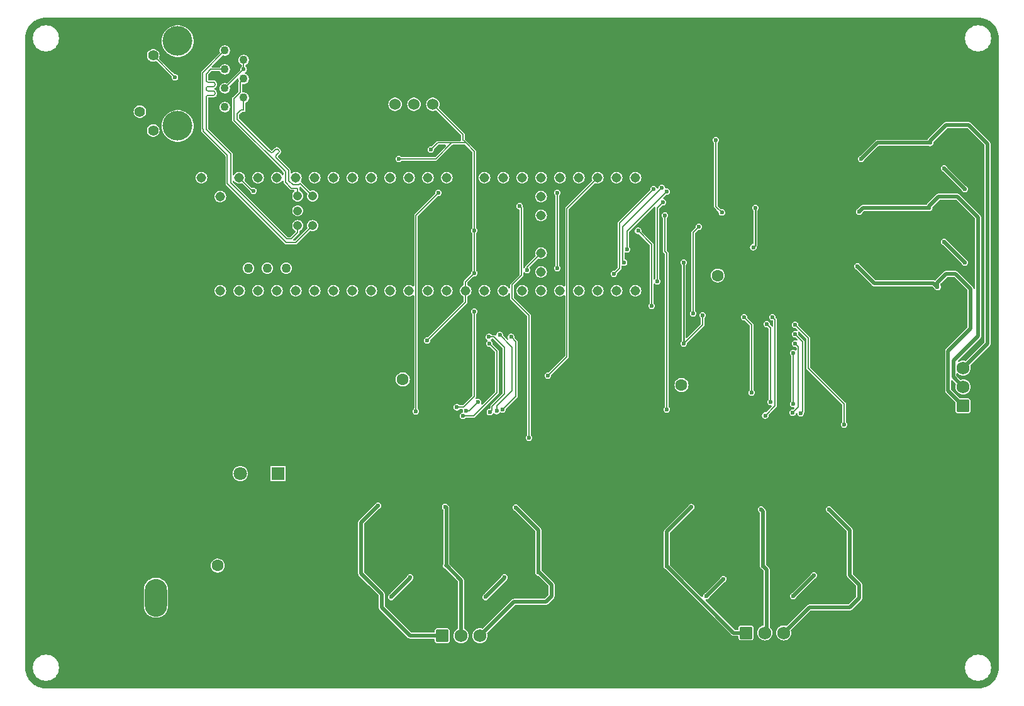
<source format=gbr>
%TF.GenerationSoftware,KiCad,Pcbnew,8.0.6*%
%TF.CreationDate,2025-01-24T20:25:43-06:00*%
%TF.ProjectId,BrushlessGimbalController_Hardware,42727573-686c-4657-9373-47696d62616c,rev?*%
%TF.SameCoordinates,Original*%
%TF.FileFunction,Copper,L2,Bot*%
%TF.FilePolarity,Positive*%
%FSLAX46Y46*%
G04 Gerber Fmt 4.6, Leading zero omitted, Abs format (unit mm)*
G04 Created by KiCad (PCBNEW 8.0.6) date 2025-01-24 20:25:43*
%MOMM*%
%LPD*%
G01*
G04 APERTURE LIST*
G04 Aperture macros list*
%AMRoundRect*
0 Rectangle with rounded corners*
0 $1 Rounding radius*
0 $2 $3 $4 $5 $6 $7 $8 $9 X,Y pos of 4 corners*
0 Add a 4 corners polygon primitive as box body*
4,1,4,$2,$3,$4,$5,$6,$7,$8,$9,$2,$3,0*
0 Add four circle primitives for the rounded corners*
1,1,$1+$1,$2,$3*
1,1,$1+$1,$4,$5*
1,1,$1+$1,$6,$7*
1,1,$1+$1,$8,$9*
0 Add four rect primitives between the rounded corners*
20,1,$1+$1,$2,$3,$4,$5,0*
20,1,$1+$1,$4,$5,$6,$7,0*
20,1,$1+$1,$6,$7,$8,$9,0*
20,1,$1+$1,$8,$9,$2,$3,0*%
G04 Aperture macros list end*
%TA.AperFunction,ComponentPad*%
%ADD10RoundRect,0.250000X-0.620000X-0.620000X0.620000X-0.620000X0.620000X0.620000X-0.620000X0.620000X0*%
%TD*%
%TA.AperFunction,ComponentPad*%
%ADD11C,1.740000*%
%TD*%
%TA.AperFunction,ComponentPad*%
%ADD12O,3.000000X5.100000*%
%TD*%
%TA.AperFunction,ComponentPad*%
%ADD13R,1.600000X1.600000*%
%TD*%
%TA.AperFunction,ComponentPad*%
%ADD14C,1.600000*%
%TD*%
%TA.AperFunction,ComponentPad*%
%ADD15C,1.308000*%
%TD*%
%TA.AperFunction,ComponentPad*%
%ADD16C,1.258000*%
%TD*%
%TA.AperFunction,ComponentPad*%
%ADD17C,1.208000*%
%TD*%
%TA.AperFunction,ComponentPad*%
%ADD18RoundRect,0.250000X0.620000X-0.620000X0.620000X0.620000X-0.620000X0.620000X-0.620000X-0.620000X0*%
%TD*%
%TA.AperFunction,ComponentPad*%
%ADD19C,1.524000*%
%TD*%
%TA.AperFunction,ComponentPad*%
%ADD20R,1.800000X1.800000*%
%TD*%
%TA.AperFunction,ComponentPad*%
%ADD21C,1.800000*%
%TD*%
%TA.AperFunction,ComponentPad*%
%ADD22C,1.100000*%
%TD*%
%TA.AperFunction,ComponentPad*%
%ADD23C,1.400000*%
%TD*%
%TA.AperFunction,ComponentPad*%
%ADD24C,4.000000*%
%TD*%
%TA.AperFunction,ComponentPad*%
%ADD25C,2.000000*%
%TD*%
%TA.AperFunction,ViaPad*%
%ADD26C,0.600000*%
%TD*%
%TA.AperFunction,Conductor*%
%ADD27C,0.508000*%
%TD*%
%TA.AperFunction,Conductor*%
%ADD28C,0.200000*%
%TD*%
%TA.AperFunction,Conductor*%
%ADD29C,0.254000*%
%TD*%
G04 APERTURE END LIST*
D10*
%TO.P,Conn2,1*%
%TO.N,SHA_1*%
X137922000Y-129552000D03*
D11*
%TO.P,Conn2,2*%
%TO.N,SHB_1*%
X140462000Y-129552000D03*
%TO.P,Conn2,3*%
%TO.N,SHC_1*%
X143002000Y-129552000D03*
%TD*%
D12*
%TO.P,Conn1,1,GND*%
%TO.N,GND*%
X99396600Y-116551800D03*
%TO.P,Conn1,2,PV+*%
%TO.N,+12V*%
X99396600Y-124425800D03*
%TD*%
D13*
%TO.P,C2,1*%
%TO.N,GND*%
X130616888Y-94996000D03*
D14*
%TO.P,C2,2*%
%TO.N,+12V*%
X132616888Y-94996000D03*
%TD*%
D15*
%TO.P,U1,0,RX1*%
%TO.N,unconnected-(U1-RX1-Pad0)*%
X108046000Y-83058000D03*
%TO.P,U1,1,TX1*%
%TO.N,PWM A_1*%
X110586000Y-83058000D03*
%TO.P,U1,2,OUT2*%
%TO.N,PWM B_1*%
X113126000Y-83058000D03*
%TO.P,U1,3,LRCLK2*%
%TO.N,PWM C_1*%
X115666000Y-83058000D03*
%TO.P,U1,3.3V_1,3.3V*%
%TO.N,+3V3*%
X141066000Y-83058000D03*
%TO.P,U1,3.3V_2,3.3V*%
X110586000Y-67818000D03*
%TO.P,U1,3.3V_3,3.3V*%
X151226000Y-77978000D03*
%TO.P,U1,4,BCLK2*%
%TO.N,PWM A_2*%
X118206000Y-83058000D03*
%TO.P,U1,5,IN2*%
%TO.N,PWM B_2*%
X120746000Y-83058000D03*
D16*
%TO.P,U1,5V,5V*%
%TO.N,unconnected-(U1-Pad5V)*%
X111856000Y-80008000D03*
D15*
%TO.P,U1,6,OUT1D*%
%TO.N,PWM C_2*%
X123286000Y-83058000D03*
%TO.P,U1,7,RX2*%
%TO.N,PWM A_3*%
X125826000Y-83058000D03*
%TO.P,U1,8,TX2*%
%TO.N,PWM B_3*%
X128366000Y-83058000D03*
%TO.P,U1,9,OUT1C*%
%TO.N,PWM C_3*%
X130906000Y-83058000D03*
%TO.P,U1,10,CS1*%
%TO.N,unconnected-(U1-CS1-Pad10)*%
X133446000Y-83058000D03*
%TO.P,U1,11,MOSI*%
%TO.N,unconnected-(U1-MOSI-Pad11)*%
X135986000Y-83058000D03*
%TO.P,U1,12,MISO*%
%TO.N,unconnected-(U1-MISO-Pad12)*%
X138526000Y-83058000D03*
%TO.P,U1,13,SCK*%
%TO.N,unconnected-(U1-SCK-Pad13)*%
X138526000Y-67818000D03*
%TO.P,U1,14,A0*%
%TO.N,DRVOFF*%
X135986000Y-67818000D03*
%TO.P,U1,15,A1*%
%TO.N,unconnected-(U1-A1-Pad15)*%
X133446000Y-67818000D03*
%TO.P,U1,16,A2*%
%TO.N,unconnected-(U1-A2-Pad16)*%
X130906000Y-67818000D03*
%TO.P,U1,17,A3*%
%TO.N,unconnected-(U1-A3-Pad17)*%
X128366000Y-67818000D03*
%TO.P,U1,18,A4*%
%TO.N,SDA*%
X125826000Y-67818000D03*
%TO.P,U1,19,A5*%
%TO.N,SCL*%
X123286000Y-67818000D03*
%TO.P,U1,20,A6*%
%TO.N,unconnected-(U1-A6-Pad20)*%
X120746000Y-67818000D03*
%TO.P,U1,21,A7*%
%TO.N,unconnected-(U1-A7-Pad21)*%
X118206000Y-67818000D03*
%TO.P,U1,22,A8*%
%TO.N,unconnected-(U1-A8-Pad22)*%
X115666000Y-67818000D03*
%TO.P,U1,23,A9*%
%TO.N,unconnected-(U1-A9-Pad23)*%
X113126000Y-67818000D03*
%TO.P,U1,24,A10*%
%TO.N,unconnected-(U1-A10-Pad24)*%
X143606000Y-83058000D03*
%TO.P,U1,25,A11*%
%TO.N,unconnected-(U1-A11-Pad25)*%
X146146000Y-83058000D03*
%TO.P,U1,26,A12*%
%TO.N,nSLEEP_3*%
X148686000Y-83058000D03*
%TO.P,U1,27,A13*%
%TO.N,unconnected-(U1-A13-Pad27)*%
X151226000Y-83058000D03*
%TO.P,U1,28,RX7*%
%TO.N,nSLEEP_1*%
X153766000Y-83058000D03*
%TO.P,U1,29,TX7*%
%TO.N,nSLEEP_2*%
X156306000Y-83058000D03*
%TO.P,U1,30,CRX3*%
%TO.N,nFAULT_2*%
X158846000Y-83058000D03*
%TO.P,U1,31,CTX3*%
%TO.N,nFAULT_3*%
X161386000Y-83058000D03*
%TO.P,U1,32,OUT1B*%
%TO.N,unconnected-(U1-OUT1B-Pad32)*%
X163926000Y-83058000D03*
%TO.P,U1,33,MCLK2*%
%TO.N,unconnected-(U1-MCLK2-Pad33)*%
X163926000Y-67818000D03*
%TO.P,U1,34,RX8*%
%TO.N,unconnected-(U1-RX8-Pad34)*%
X161386000Y-67818000D03*
%TO.P,U1,35,TX8*%
%TO.N,nFAULT_1*%
X158846000Y-67818000D03*
%TO.P,U1,36,CS2*%
%TO.N,unconnected-(U1-CS2-Pad36)*%
X156306000Y-67818000D03*
%TO.P,U1,37,CS3*%
%TO.N,unconnected-(U1-CS3-Pad37)*%
X153766000Y-67818000D03*
%TO.P,U1,38,A14*%
%TO.N,unconnected-(U1-A14-Pad38)*%
X151226000Y-67818000D03*
%TO.P,U1,39,A15*%
%TO.N,SO_3*%
X148686000Y-67818000D03*
%TO.P,U1,40,A16*%
%TO.N,SO_2*%
X146146000Y-67818000D03*
%TO.P,U1,41,A17*%
%TO.N,SO_1*%
X143606000Y-67818000D03*
D16*
%TO.P,U1,D+,D+*%
%TO.N,unconnected-(U1-PadD+)*%
X116936000Y-80008000D03*
%TO.P,U1,D-*%
%TO.N,N/C*%
X114396000Y-80008000D03*
D15*
%TO.P,U1,GND1,GND*%
%TO.N,GND*%
X105506000Y-83058000D03*
%TO.P,U1,GND2,GND*%
X141066000Y-67818000D03*
%TO.P,U1,GND3,GND*%
X108046000Y-67818000D03*
%TO.P,U1,GND4,GND*%
X151226000Y-75438000D03*
D17*
%TO.P,U1,GND5,GND*%
X120476000Y-72268000D03*
%TO.P,U1,LED,LED*%
%TO.N,LED*%
X118476000Y-72268000D03*
D15*
%TO.P,U1,ON/OFF,ON/OFF*%
%TO.N,unconnected-(U1-PadON{slash}OFF)*%
X151226000Y-70358000D03*
%TO.P,U1,PROGRAM,PROGRAM*%
%TO.N,unconnected-(U1-PadPROGRAM)*%
X151226000Y-72898000D03*
D17*
%TO.P,U1,R+,R+*%
%TO.N,R+*%
X118476000Y-70268000D03*
%TO.P,U1,R-,R-*%
%TO.N,R-*%
X120476000Y-70268000D03*
%TO.P,U1,T+,T+*%
%TO.N,T+*%
X120476000Y-74268000D03*
%TO.P,U1,T-,T-*%
%TO.N,T-*%
X118476000Y-74268000D03*
D16*
%TO.P,U1,USB_GND1,USB_GND*%
%TO.N,GND*%
X119476000Y-80008000D03*
%TO.P,U1,USB_GND2,USB_GND*%
X122016000Y-80008000D03*
D15*
%TO.P,U1,VBAT,VBAT*%
%TO.N,unconnected-(U1-PadVBAT)*%
X151226000Y-80518000D03*
%TO.P,U1,VIN,VIN*%
%TO.N,unconnected-(U1-PadVIN)*%
X105506000Y-67818000D03*
%TO.P,U1,VUSB,VUSB*%
%TO.N,unconnected-(U1-PadVUSB)*%
X108046000Y-70358000D03*
%TD*%
D10*
%TO.P,Conn3,1*%
%TO.N,SHA_2*%
X178808777Y-129163315D03*
D11*
%TO.P,Conn3,2*%
%TO.N,SHB_2*%
X181348777Y-129163315D03*
%TO.P,Conn3,3*%
%TO.N,SHC_2*%
X183888777Y-129163315D03*
%TD*%
D18*
%TO.P,Conn4,1*%
%TO.N,SHA_3*%
X208038000Y-98552000D03*
D11*
%TO.P,Conn4,2*%
%TO.N,SHB_3*%
X208038000Y-96012000D03*
%TO.P,Conn4,3*%
%TO.N,SHC_3*%
X208038000Y-93472000D03*
%TD*%
D19*
%TO.P,Conn15,1*%
%TO.N,GND*%
X129032000Y-57912000D03*
%TO.P,Conn15,2*%
%TO.N,SCL*%
X131572000Y-57912000D03*
%TO.P,Conn15,3*%
%TO.N,SDA*%
X134112000Y-57912000D03*
%TO.P,Conn15,4*%
%TO.N,+3V3*%
X136652000Y-57912000D03*
X136652000Y-57912000D03*
%TD*%
D20*
%TO.P,U3,1,Vi*%
%TO.N,+12V*%
X115824000Y-107696000D03*
D21*
%TO.P,U3,2,GND*%
%TO.N,GND*%
X113284000Y-107696000D03*
%TO.P,U3,3,Vo*%
%TO.N,+3V3*%
X110744000Y-107696000D03*
%TD*%
D22*
%TO.P,J1,1*%
%TO.N,T+*%
X108660500Y-50673000D03*
%TO.P,J1,2*%
%TO.N,Net-(C9-Pad2)*%
X111200500Y-51943000D03*
%TO.P,J1,3*%
%TO.N,T-*%
X108660500Y-53213000D03*
%TO.P,J1,4*%
%TO.N,R+*%
X111200500Y-54483000D03*
%TO.P,J1,5*%
%TO.N,Net-(C9-Pad2)*%
X108660500Y-55753000D03*
%TO.P,J1,6*%
%TO.N,R-*%
X111200500Y-57023000D03*
%TO.P,J1,7*%
%TO.N,unconnected-(J1-Pad7)*%
X108660500Y-58293000D03*
%TO.P,J1,8*%
%TO.N,GND*%
X111200500Y-59563000D03*
D23*
%TO.P,J1,9*%
X97230500Y-48793000D03*
%TO.P,J1,10*%
%TO.N,LED*%
X99020500Y-51333000D03*
%TO.P,J1,11*%
%TO.N,unconnected-(J1-Pad11)*%
X97230500Y-58903000D03*
%TO.P,J1,12*%
%TO.N,unconnected-(J1-Pad12)*%
X99020500Y-61443000D03*
D24*
%TO.P,J1,13*%
%TO.N,N/C*%
X102310500Y-49403000D03*
%TO.P,J1,14*%
X102310500Y-60833000D03*
D25*
%TO.P,J1,SH*%
%TO.N,GND*%
X105360500Y-47243000D03*
X105360500Y-62993000D03*
%TD*%
D13*
%TO.P,C13,1*%
%TO.N,GND*%
X172134112Y-95758000D03*
D14*
%TO.P,C13,2*%
%TO.N,+12V*%
X170134112Y-95758000D03*
%TD*%
D13*
%TO.P,C22,1*%
%TO.N,GND*%
X175006000Y-82997113D03*
D14*
%TO.P,C22,2*%
%TO.N,+12V*%
X175006000Y-80997113D03*
%TD*%
%TO.P,C18,1*%
%TO.N,+12V*%
X107696000Y-120102000D03*
%TO.P,C18,2*%
%TO.N,GND*%
X107696000Y-117602000D03*
%TD*%
D26*
%TO.N,+12V*%
X205486000Y-76454000D03*
X143764000Y-124333000D03*
X173482000Y-124206000D03*
X175768000Y-121920000D03*
X131064000Y-124333000D03*
X208280000Y-79248000D03*
X187960000Y-121412000D03*
X205486000Y-66548000D03*
X146304000Y-121666000D03*
X133604000Y-121674000D03*
X185166000Y-124206000D03*
X208280000Y-69342000D03*
%TO.N,GND*%
X182372000Y-79756000D03*
X184404000Y-72373000D03*
X199821800Y-77012800D03*
X176276000Y-99314000D03*
X186944000Y-102362000D03*
X182880000Y-67564000D03*
X139319000Y-103632000D03*
X133604000Y-102362000D03*
X128828800Y-107645200D03*
X145034000Y-102616000D03*
X183845200Y-83388200D03*
X169418000Y-103378000D03*
X161798000Y-116027200D03*
X179324000Y-104394000D03*
%TO.N,SHA_1*%
X129286000Y-112014000D03*
X127000000Y-121025500D03*
%TO.N,SHB_1*%
X138471250Y-120100750D03*
X138327096Y-112165096D03*
%TO.N,SHC_1*%
X150876000Y-121025500D03*
X147828000Y-112268000D03*
%TO.N,Net-(C9-Pad2)*%
X111200500Y-53213000D03*
%TO.N,+3V3*%
X142240000Y-80680000D03*
X172974000Y-86360000D03*
X132080000Y-65278000D03*
X181406956Y-99872956D03*
X180086000Y-71882000D03*
X142240000Y-74930000D03*
X136398000Y-64008000D03*
X149352000Y-80264000D03*
X112522000Y-69596000D03*
X144272000Y-90170000D03*
X170434000Y-90170000D03*
X182372000Y-86614000D03*
X135890000Y-89754000D03*
X179798016Y-77182016D03*
X140716000Y-99914000D03*
X170434000Y-79248000D03*
%TO.N,SHA_2*%
X168148000Y-120163000D03*
X171450000Y-112222000D03*
%TO.N,SHB_2*%
X180848000Y-112522000D03*
X181102000Y-120121000D03*
%TO.N,SHC_2*%
X189992000Y-112522000D03*
X192786000Y-121279500D03*
%TO.N,SHA_3*%
X193802000Y-79756000D03*
X204591500Y-82550000D03*
%TO.N,SHB_3*%
X203475000Y-71882000D03*
X194056000Y-72390000D03*
%TO.N,SHC_3*%
X203578250Y-63121750D03*
X194310000Y-65278000D03*
%TO.N,nFAULT_1*%
X152146000Y-94488000D03*
%TO.N,nFAULT_2*%
X179578000Y-96774000D03*
X178562000Y-86614000D03*
%TO.N,nFAULT_3*%
X171704000Y-86106000D03*
X175570500Y-72495000D03*
X172466000Y-74422000D03*
X174752000Y-62738000D03*
%TO.N,LED*%
X101948750Y-54261250D03*
%TO.N,Net-(U2-CSAGAIN)*%
X141131709Y-99230487D03*
X142748000Y-98044000D03*
%TO.N,DRVOFF*%
X164294735Y-74973265D03*
X166116000Y-85090000D03*
X192024000Y-101092000D03*
X149606000Y-102870000D03*
X148336000Y-71628000D03*
X185420000Y-87630000D03*
%TO.N,SO_1*%
X137414000Y-69850000D03*
X134366000Y-99314000D03*
%TO.N,nSLEEP_3*%
X166878000Y-81788000D03*
X167640000Y-71120000D03*
%TO.N,SO_2*%
X167894000Y-72898000D03*
X168148000Y-99060000D03*
%TO.N,SO_3*%
X153416000Y-69850000D03*
X153416000Y-80010000D03*
%TO.N,PWM C_3*%
X161036000Y-80772000D03*
X166370000Y-69342000D03*
%TO.N,nSLEEP_1*%
X139899084Y-98751084D03*
X142240000Y-85852000D03*
%TO.N,PWM A_2*%
X185166000Y-91440000D03*
X185166000Y-98298000D03*
%TO.N,PWM A_1*%
X144223400Y-89272870D03*
X144341223Y-99412247D03*
%TO.N,PWM B_1*%
X145244735Y-99270735D03*
X145669000Y-89027000D03*
%TO.N,PWM C_2*%
X186182000Y-99568000D03*
X185420000Y-88900000D03*
%TO.N,PWM A_3*%
X162814000Y-77470000D03*
X168148000Y-69688000D03*
%TO.N,PWM C_1*%
X147193000Y-89281000D03*
X146050000Y-99060000D03*
%TO.N,PWM B_3*%
X162398000Y-79248000D03*
X167472529Y-69180000D03*
%TO.N,PWM B_2*%
X185086032Y-99488032D03*
X185420000Y-90170000D03*
%TO.N,nSLEEP_2*%
X182118000Y-98044000D03*
X181610000Y-87538000D03*
%TD*%
D27*
%TO.N,+12V*%
X146304000Y-121666000D02*
X146304000Y-121793000D01*
X205486000Y-66548000D02*
X208280000Y-69342000D01*
X175768000Y-121920000D02*
X173482000Y-124206000D01*
X133604000Y-121793000D02*
X131064000Y-124333000D01*
X146304000Y-121793000D02*
X143764000Y-124333000D01*
X205486000Y-76454000D02*
X208280000Y-79248000D01*
X133604000Y-121674000D02*
X133604000Y-121793000D01*
X187960000Y-121412000D02*
X185166000Y-124206000D01*
%TO.N,SHA_1*%
X127000000Y-121025500D02*
X127000000Y-121158000D01*
X127000000Y-121025500D02*
X127000000Y-114300000D01*
X129794000Y-125730000D02*
X133616000Y-129552000D01*
X127000000Y-114300000D02*
X129286000Y-112014000D01*
X129794000Y-123952000D02*
X129794000Y-125730000D01*
X127000000Y-121158000D02*
X129794000Y-123952000D01*
X133616000Y-129552000D02*
X137922000Y-129552000D01*
%TO.N,SHB_1*%
X138471250Y-112309250D02*
X138327096Y-112165096D01*
X140462000Y-122091500D02*
X138471250Y-120100750D01*
X138471250Y-120100750D02*
X138471250Y-112309250D01*
X140462000Y-129552000D02*
X140462000Y-122091500D01*
X138471250Y-120100750D02*
X138430000Y-120059500D01*
%TO.N,SHC_1*%
X150622000Y-124968000D02*
X147586000Y-124968000D01*
X150876000Y-121025500D02*
X150876000Y-115316000D01*
X152654000Y-124206000D02*
X151892000Y-124968000D01*
X150997500Y-121025500D02*
X152654000Y-122682000D01*
X150876000Y-115316000D02*
X147828000Y-112268000D01*
X147586000Y-124968000D02*
X143002000Y-129552000D01*
X152654000Y-122682000D02*
X152654000Y-124206000D01*
X150876000Y-121025500D02*
X150997500Y-121025500D01*
X151892000Y-124968000D02*
X150622000Y-124968000D01*
D28*
%TO.N,Net-(C9-Pad2)*%
X111200500Y-53213000D02*
X111200500Y-51943000D01*
X108660500Y-55753000D02*
X111200500Y-53213000D01*
%TO.N,+3V3*%
X141097000Y-63119000D02*
X142240000Y-64262000D01*
X140716000Y-62738000D02*
X140716000Y-61976000D01*
X137287000Y-63119000D02*
X136398000Y-64008000D01*
X110586000Y-67818000D02*
X112364000Y-69596000D01*
X142240000Y-80680000D02*
X141066000Y-81854000D01*
X142240000Y-74930000D02*
X142240000Y-80680000D01*
X145288000Y-96774000D02*
X145288000Y-91186000D01*
X112364000Y-69596000D02*
X112522000Y-69596000D01*
X139192000Y-63119000D02*
X137287000Y-63119000D01*
X182718000Y-86960000D02*
X182372000Y-86614000D01*
X145288000Y-91186000D02*
X144272000Y-90170000D01*
D29*
X170434000Y-90170000D02*
X170434000Y-79248000D01*
D28*
X141066000Y-84578000D02*
X135890000Y-89754000D01*
X140716000Y-62738000D02*
X140843000Y-62865000D01*
X172974000Y-87630000D02*
X170434000Y-90170000D01*
X140716000Y-61976000D02*
X136652000Y-57912000D01*
X141066000Y-81854000D02*
X141066000Y-83058000D01*
X172974000Y-86360000D02*
X172974000Y-87630000D01*
X151226000Y-77978000D02*
X149352000Y-79852000D01*
D29*
X180086000Y-76894032D02*
X179798016Y-77182016D01*
X180086000Y-71882000D02*
X180086000Y-76894032D01*
D28*
X137033000Y-65278000D02*
X132080000Y-65278000D01*
X140843000Y-62865000D02*
X141097000Y-63119000D01*
X181406956Y-99872956D02*
X182718000Y-98561912D01*
X141066000Y-83058000D02*
X141066000Y-84578000D01*
X140716000Y-99914000D02*
X142148000Y-99914000D01*
X139192000Y-63119000D02*
X137033000Y-65278000D01*
X182718000Y-98561912D02*
X182718000Y-86960000D01*
X141097000Y-63119000D02*
X139192000Y-63119000D01*
X142240000Y-64262000D02*
X142240000Y-74930000D01*
X149352000Y-79852000D02*
X149352000Y-80264000D01*
X142148000Y-99914000D02*
X145288000Y-96774000D01*
D27*
%TO.N,SHA_2*%
X168148000Y-120163000D02*
X177148315Y-129163315D01*
X168148000Y-115524000D02*
X171450000Y-112222000D01*
X177148315Y-129163315D02*
X178808777Y-129163315D01*
X168148000Y-120163000D02*
X168148000Y-115524000D01*
%TO.N,SHB_2*%
X181610000Y-120629000D02*
X181610000Y-128902092D01*
X181102000Y-120121000D02*
X181102000Y-112776000D01*
X181102000Y-112776000D02*
X180848000Y-112522000D01*
X181102000Y-120121000D02*
X181610000Y-120629000D01*
X181610000Y-128902092D02*
X181348777Y-129163315D01*
%TO.N,SHC_2*%
X192786000Y-121279500D02*
X192786000Y-121412000D01*
X194056000Y-124460000D02*
X192786000Y-125730000D01*
X192786000Y-115316000D02*
X189992000Y-112522000D01*
X192786000Y-121279500D02*
X192786000Y-115316000D01*
X192786000Y-125730000D02*
X187322092Y-125730000D01*
X187322092Y-125730000D02*
X183888777Y-129163315D01*
X194056000Y-122682000D02*
X194056000Y-124460000D01*
X192786000Y-121412000D02*
X194056000Y-122682000D01*
%TO.N,SHA_3*%
X204591500Y-82550000D02*
X204083500Y-82042000D01*
X208038000Y-98552000D02*
X206006000Y-96520000D01*
X196088000Y-82042000D02*
X193802000Y-79756000D01*
X204591500Y-81920500D02*
X204591500Y-82550000D01*
X206006000Y-91174000D02*
X209042000Y-88138000D01*
X207010000Y-80772000D02*
X205740000Y-80772000D01*
X206006000Y-96520000D02*
X206006000Y-91174000D01*
X205740000Y-80772000D02*
X204591500Y-81920500D01*
X204083500Y-82042000D02*
X196088000Y-82042000D01*
X209042000Y-88138000D02*
X209042000Y-82804000D01*
X209042000Y-82804000D02*
X207010000Y-80772000D01*
%TO.N,SHB_3*%
X204724000Y-70358000D02*
X203475000Y-71607000D01*
X210058000Y-89154000D02*
X210058000Y-73152000D01*
X203475000Y-71607000D02*
X203475000Y-71882000D01*
X203475000Y-71882000D02*
X194564000Y-71882000D01*
X207264000Y-70358000D02*
X204724000Y-70358000D01*
X210058000Y-73152000D02*
X207264000Y-70358000D01*
X206714000Y-92498000D02*
X210058000Y-89154000D01*
X208038000Y-96012000D02*
X206714000Y-94688000D01*
X194564000Y-71882000D02*
X194056000Y-72390000D01*
X206714000Y-94688000D02*
X206714000Y-92498000D01*
%TO.N,SHC_3*%
X211328000Y-90182000D02*
X208038000Y-93472000D01*
X203578250Y-63121750D02*
X196466250Y-63121750D01*
X205740000Y-60706000D02*
X208788000Y-60706000D01*
X196466250Y-63121750D02*
X194310000Y-65278000D01*
X208788000Y-60706000D02*
X211328000Y-63246000D01*
X203578250Y-63121750D02*
X203578250Y-62867750D01*
X211328000Y-63246000D02*
X211328000Y-90182000D01*
X203578250Y-62867750D02*
X205740000Y-60706000D01*
D28*
%TO.N,nFAULT_1*%
X154720000Y-91914000D02*
X154720000Y-71944000D01*
X152146000Y-94488000D02*
X154720000Y-91914000D01*
X154720000Y-71944000D02*
X158846000Y-67818000D01*
%TO.N,nFAULT_2*%
X179578000Y-87630000D02*
X179578000Y-96774000D01*
X178562000Y-86614000D02*
X179578000Y-87630000D01*
%TO.N,nFAULT_3*%
X171704000Y-86106000D02*
X171704000Y-75184000D01*
X175570500Y-72495000D02*
X174752000Y-71676500D01*
X174752000Y-71676500D02*
X174752000Y-62738000D01*
X171704000Y-75184000D02*
X172466000Y-74422000D01*
%TO.N,LED*%
X101948750Y-54261250D02*
X99020500Y-51333000D01*
%TO.N,T-*%
X106383000Y-54926200D02*
X107102836Y-54926200D01*
X109449980Y-68498294D02*
X117026901Y-76075215D01*
X106143000Y-55766200D02*
X106143000Y-55886200D01*
X117567767Y-76075215D02*
X118476000Y-75166982D01*
X107342836Y-55166200D02*
X107342836Y-55286200D01*
X107342836Y-56366200D02*
X107342836Y-56486200D01*
X106143000Y-56966200D02*
X106143000Y-57086200D01*
X107102836Y-55526200D02*
X106383000Y-55526200D01*
X106383000Y-56126200D02*
X107102836Y-56126200D01*
X106143000Y-58445400D02*
X106143000Y-61300654D01*
X118476000Y-75166982D02*
X118476000Y-74268000D01*
X108660500Y-53213000D02*
X106756897Y-53213000D01*
X106143000Y-61300654D02*
X109449980Y-64607634D01*
X109449980Y-64607634D02*
X109449980Y-68498294D01*
X107102836Y-56726200D02*
X106383000Y-56726200D01*
X106143000Y-57086200D02*
X106143000Y-58445400D01*
X106143000Y-53826897D02*
X106143000Y-54686200D01*
X106756897Y-53213000D02*
X106143000Y-53826897D01*
X117026901Y-76075215D02*
X117567767Y-76075215D01*
X107102836Y-56126200D02*
G75*
G02*
X107342800Y-56366200I-36J-240000D01*
G01*
X106383000Y-56726200D02*
G75*
G03*
X106143000Y-56966200I0J-240000D01*
G01*
X106143000Y-54686200D02*
G75*
G03*
X106383000Y-54926200I240000J0D01*
G01*
X106383000Y-55526200D02*
G75*
G03*
X106143000Y-55766200I0J-240000D01*
G01*
X107102836Y-54926200D02*
G75*
G02*
X107342800Y-55166200I-36J-240000D01*
G01*
X107342836Y-55286200D02*
G75*
G02*
X107102836Y-55526236I-240036J0D01*
G01*
X106143000Y-55886200D02*
G75*
G03*
X106383000Y-56126200I240000J0D01*
G01*
X107342836Y-56486200D02*
G75*
G02*
X107102836Y-56726236I-240036J0D01*
G01*
%TO.N,R-*%
X118790580Y-68582580D02*
X118601160Y-68772000D01*
X115919555Y-64107245D02*
X115834702Y-64022392D01*
X110350500Y-59915082D02*
X110350500Y-59210918D01*
X115570521Y-64795691D02*
X115919555Y-64446656D01*
X110848418Y-58713000D02*
X111200500Y-58713000D01*
X111200500Y-58713000D02*
X111200500Y-57023000D01*
X114806844Y-64371426D02*
X114721992Y-64286574D01*
X115495290Y-64022392D02*
X115146255Y-64371426D01*
X117252000Y-68213160D02*
X117252000Y-66816582D01*
X117252000Y-66816582D02*
X115570521Y-65135103D01*
X114721992Y-64286574D02*
X114498709Y-64063291D01*
X117810840Y-68772000D02*
X117252000Y-68213160D01*
X118601160Y-68772000D02*
X117810840Y-68772000D01*
X120476000Y-70268000D02*
X118790580Y-68582580D01*
X114498709Y-64063291D02*
X110350500Y-59915082D01*
X110350500Y-59210918D02*
X110848418Y-58713000D01*
X115146255Y-64371426D02*
G75*
G02*
X114806845Y-64371426I-169705J169703D01*
G01*
X115919555Y-64446656D02*
G75*
G03*
X115919506Y-64107295I-169655J169656D01*
G01*
X115570521Y-65135103D02*
G75*
G02*
X115570524Y-64795694I169679J169703D01*
G01*
X115834702Y-64022392D02*
G75*
G03*
X115495290Y-64022392I-169706J-169704D01*
G01*
%TO.N,R+*%
X111200500Y-54483000D02*
X110750500Y-54933000D01*
X109900520Y-57120898D02*
X109900520Y-60101470D01*
X116802020Y-67002970D02*
X116802020Y-68399548D01*
X117624452Y-69221980D02*
X118476000Y-69221980D01*
X116802020Y-68399548D02*
X117624452Y-69221980D01*
X110750500Y-56270918D02*
X109900520Y-57120898D01*
X110750500Y-54933000D02*
X110750500Y-56270918D01*
X109900520Y-60101470D02*
X116802020Y-67002970D01*
X118476000Y-69221980D02*
X118476000Y-70268000D01*
%TO.N,T+*%
X108660500Y-50673000D02*
X105693000Y-53640500D01*
X105693000Y-53640500D02*
X105693000Y-61192200D01*
X105740200Y-61534222D02*
X109000000Y-64794022D01*
X116911215Y-76525215D02*
X118218785Y-76525215D01*
X105740200Y-61239400D02*
X105740200Y-61534222D01*
X109000000Y-68614000D02*
X116911215Y-76525215D01*
X109000000Y-64794022D02*
X109000000Y-68614000D01*
X118218785Y-76525215D02*
X120476000Y-74268000D01*
X105693000Y-61192200D02*
X105740200Y-61239400D01*
%TO.N,Net-(U2-CSAGAIN)*%
X141131709Y-99230487D02*
X141561513Y-99230487D01*
X141561513Y-99230487D02*
X142748000Y-98044000D01*
%TO.N,DRVOFF*%
X166116000Y-85090000D02*
X166116000Y-76794530D01*
X187198000Y-89408000D02*
X185420000Y-87630000D01*
X192024000Y-101092000D02*
X192024000Y-98298000D01*
X148590000Y-80975200D02*
X148590000Y-71882000D01*
X147320000Y-84074000D02*
X147320000Y-82245200D01*
X147320000Y-82245200D02*
X148590000Y-80975200D01*
X149606000Y-86360000D02*
X147320000Y-84074000D01*
X166116000Y-76794530D02*
X164294735Y-74973265D01*
X192024000Y-98298000D02*
X187198000Y-93472000D01*
X148590000Y-71882000D02*
X148336000Y-71628000D01*
X149606000Y-102870000D02*
X149606000Y-86360000D01*
X187198000Y-93472000D02*
X187198000Y-89408000D01*
%TO.N,SO_1*%
X134400000Y-72864000D02*
X134400000Y-99280000D01*
X137414000Y-69850000D02*
X134400000Y-72864000D01*
X134400000Y-99280000D02*
X134366000Y-99314000D01*
%TO.N,nSLEEP_3*%
X166878000Y-71882000D02*
X166878000Y-81788000D01*
X167640000Y-71120000D02*
X166878000Y-71882000D01*
%TO.N,SO_2*%
X167894000Y-77724000D02*
X168148000Y-77978000D01*
X168148000Y-77978000D02*
X168148000Y-99060000D01*
X167894000Y-72898000D02*
X167894000Y-77724000D01*
%TO.N,SO_3*%
X153416000Y-80010000D02*
X153416000Y-69850000D01*
%TO.N,PWM C_3*%
X161036000Y-80772000D02*
X161798000Y-80010000D01*
X161798000Y-80010000D02*
X161798000Y-73914000D01*
X161798000Y-73914000D02*
X166370000Y-69342000D01*
%TO.N,nSLEEP_1*%
X140770916Y-98751084D02*
X142240000Y-97282000D01*
X142240000Y-97282000D02*
X142240000Y-85852000D01*
X139899084Y-98751084D02*
X140770916Y-98751084D01*
%TO.N,PWM A_2*%
X185166000Y-91440000D02*
X185166000Y-98298000D01*
%TO.N,PWM A_1*%
X144223400Y-89272870D02*
X144898870Y-89272870D01*
X146304000Y-90678000D02*
X146304000Y-96970315D01*
X144644735Y-99108735D02*
X144341223Y-99412247D01*
X144644735Y-98629580D02*
X144644735Y-99108735D01*
X146304000Y-96970315D02*
X144644735Y-98629580D01*
X144898870Y-89272870D02*
X146304000Y-90678000D01*
%TO.N,PWM B_1*%
X145669000Y-89027000D02*
X147320000Y-90678000D01*
X147320000Y-90678000D02*
X147320000Y-96520000D01*
X145244735Y-98595265D02*
X145244735Y-99270735D01*
X147320000Y-96520000D02*
X145244735Y-98595265D01*
%TO.N,PWM C_2*%
X185420000Y-88900000D02*
X186436000Y-89916000D01*
X186436000Y-89916000D02*
X186436000Y-99314000D01*
X186436000Y-99314000D02*
X186182000Y-99568000D01*
%TO.N,PWM A_3*%
X168148000Y-69688000D02*
X162814000Y-75022000D01*
X162814000Y-75022000D02*
X162814000Y-77470000D01*
%TO.N,PWM C_1*%
X147828000Y-97282000D02*
X146050000Y-99060000D01*
X147828000Y-89916000D02*
X147828000Y-97282000D01*
X147193000Y-89281000D02*
X147828000Y-89916000D01*
%TO.N,PWM B_3*%
X162398000Y-79248000D02*
X162214000Y-79064000D01*
X162214000Y-74438529D02*
X167472529Y-69180000D01*
X162214000Y-79064000D02*
X162214000Y-74438529D01*
%TO.N,PWM B_2*%
X185881544Y-98692520D02*
X185086032Y-99488032D01*
X185420000Y-90170000D02*
X185881544Y-90631544D01*
X185881544Y-90631544D02*
X185881544Y-98692520D01*
%TO.N,nSLEEP_2*%
X181610000Y-87538000D02*
X182118000Y-88046000D01*
X182118000Y-88046000D02*
X182118000Y-98044000D01*
%TD*%
%TA.AperFunction,Conductor*%
%TO.N,GND*%
G36*
X210061471Y-46220695D02*
G01*
X210098993Y-46222802D01*
X210364724Y-46237725D01*
X210378523Y-46239279D01*
X210674524Y-46289572D01*
X210688081Y-46292666D01*
X210976588Y-46375784D01*
X210989714Y-46380377D01*
X211267097Y-46495273D01*
X211279611Y-46501299D01*
X211486887Y-46615856D01*
X211542392Y-46646533D01*
X211554166Y-46653931D01*
X211799026Y-46827668D01*
X211809898Y-46836338D01*
X212033767Y-47036399D01*
X212043600Y-47046232D01*
X212243661Y-47270101D01*
X212252331Y-47280973D01*
X212426068Y-47525833D01*
X212433466Y-47537607D01*
X212578696Y-47800381D01*
X212584729Y-47812909D01*
X212699622Y-48090286D01*
X212704215Y-48103411D01*
X212787333Y-48391918D01*
X212790427Y-48405475D01*
X212840718Y-48701465D01*
X212842275Y-48715283D01*
X212859305Y-49018527D01*
X212859500Y-49025480D01*
X212859500Y-133854519D01*
X212859305Y-133861472D01*
X212842275Y-134164716D01*
X212840718Y-134178534D01*
X212790427Y-134474524D01*
X212787333Y-134488081D01*
X212704215Y-134776588D01*
X212699622Y-134789713D01*
X212584729Y-135067090D01*
X212578696Y-135079618D01*
X212433466Y-135342392D01*
X212426068Y-135354166D01*
X212252331Y-135599026D01*
X212243661Y-135609898D01*
X212043600Y-135833767D01*
X212033767Y-135843600D01*
X211809898Y-136043661D01*
X211799026Y-136052331D01*
X211554166Y-136226068D01*
X211542392Y-136233466D01*
X211279618Y-136378696D01*
X211267090Y-136384729D01*
X210989713Y-136499622D01*
X210976588Y-136504215D01*
X210688081Y-136587333D01*
X210674524Y-136590427D01*
X210378534Y-136640718D01*
X210364716Y-136642275D01*
X210061472Y-136659305D01*
X210054519Y-136659500D01*
X84585481Y-136659500D01*
X84578528Y-136659305D01*
X84275283Y-136642275D01*
X84261465Y-136640718D01*
X83965475Y-136590427D01*
X83951918Y-136587333D01*
X83663411Y-136504215D01*
X83650286Y-136499622D01*
X83372909Y-136384729D01*
X83360381Y-136378696D01*
X83097607Y-136233466D01*
X83085833Y-136226068D01*
X82840973Y-136052331D01*
X82830101Y-136043661D01*
X82606232Y-135843600D01*
X82596399Y-135833767D01*
X82396338Y-135609898D01*
X82387668Y-135599026D01*
X82213931Y-135354166D01*
X82206533Y-135342392D01*
X82175856Y-135286887D01*
X82061299Y-135079611D01*
X82055273Y-135067097D01*
X81940377Y-134789713D01*
X81935784Y-134776588D01*
X81852666Y-134488081D01*
X81849572Y-134474524D01*
X81839733Y-134416616D01*
X81799279Y-134178523D01*
X81797725Y-134164724D01*
X81780695Y-133861471D01*
X81780500Y-133854519D01*
X81780500Y-133743258D01*
X82831500Y-133743258D01*
X82831500Y-133972741D01*
X82840988Y-134044805D01*
X82861452Y-134200238D01*
X82861453Y-134200240D01*
X82920842Y-134421887D01*
X83008650Y-134633876D01*
X83008657Y-134633890D01*
X83123392Y-134832617D01*
X83263081Y-135014661D01*
X83263089Y-135014670D01*
X83425330Y-135176911D01*
X83425338Y-135176918D01*
X83607382Y-135316607D01*
X83607385Y-135316608D01*
X83607388Y-135316611D01*
X83806112Y-135431344D01*
X83806117Y-135431346D01*
X83806123Y-135431349D01*
X83897480Y-135469190D01*
X84018113Y-135519158D01*
X84239762Y-135578548D01*
X84467266Y-135608500D01*
X84467273Y-135608500D01*
X84696727Y-135608500D01*
X84696734Y-135608500D01*
X84924238Y-135578548D01*
X85145887Y-135519158D01*
X85357888Y-135431344D01*
X85556612Y-135316611D01*
X85738661Y-135176919D01*
X85738665Y-135176914D01*
X85738670Y-135176911D01*
X85900911Y-135014670D01*
X85900914Y-135014665D01*
X85900919Y-135014661D01*
X86040611Y-134832612D01*
X86155344Y-134633888D01*
X86243158Y-134421887D01*
X86302548Y-134200238D01*
X86332500Y-133972734D01*
X86332500Y-133743266D01*
X86332499Y-133743258D01*
X208307500Y-133743258D01*
X208307500Y-133972741D01*
X208316988Y-134044805D01*
X208337452Y-134200238D01*
X208337453Y-134200240D01*
X208396842Y-134421887D01*
X208484650Y-134633876D01*
X208484657Y-134633890D01*
X208599392Y-134832617D01*
X208739081Y-135014661D01*
X208739089Y-135014670D01*
X208901330Y-135176911D01*
X208901338Y-135176918D01*
X209083382Y-135316607D01*
X209083385Y-135316608D01*
X209083388Y-135316611D01*
X209282112Y-135431344D01*
X209282117Y-135431346D01*
X209282123Y-135431349D01*
X209373480Y-135469190D01*
X209494113Y-135519158D01*
X209715762Y-135578548D01*
X209943266Y-135608500D01*
X209943273Y-135608500D01*
X210172727Y-135608500D01*
X210172734Y-135608500D01*
X210400238Y-135578548D01*
X210621887Y-135519158D01*
X210833888Y-135431344D01*
X211032612Y-135316611D01*
X211214661Y-135176919D01*
X211214665Y-135176914D01*
X211214670Y-135176911D01*
X211376911Y-135014670D01*
X211376914Y-135014665D01*
X211376919Y-135014661D01*
X211516611Y-134832612D01*
X211631344Y-134633888D01*
X211719158Y-134421887D01*
X211778548Y-134200238D01*
X211808500Y-133972734D01*
X211808500Y-133743266D01*
X211778548Y-133515762D01*
X211719158Y-133294113D01*
X211631344Y-133082112D01*
X211516611Y-132883388D01*
X211516608Y-132883385D01*
X211516607Y-132883382D01*
X211376918Y-132701338D01*
X211376911Y-132701330D01*
X211214670Y-132539089D01*
X211214661Y-132539081D01*
X211032617Y-132399392D01*
X210833890Y-132284657D01*
X210833876Y-132284650D01*
X210621887Y-132196842D01*
X210400238Y-132137452D01*
X210362215Y-132132446D01*
X210172741Y-132107500D01*
X210172734Y-132107500D01*
X209943266Y-132107500D01*
X209943258Y-132107500D01*
X209726715Y-132136009D01*
X209715762Y-132137452D01*
X209622076Y-132162554D01*
X209494112Y-132196842D01*
X209282123Y-132284650D01*
X209282109Y-132284657D01*
X209083382Y-132399392D01*
X208901338Y-132539081D01*
X208739081Y-132701338D01*
X208599392Y-132883382D01*
X208484657Y-133082109D01*
X208484650Y-133082123D01*
X208396842Y-133294112D01*
X208337453Y-133515759D01*
X208337451Y-133515770D01*
X208307500Y-133743258D01*
X86332499Y-133743258D01*
X86302548Y-133515762D01*
X86243158Y-133294113D01*
X86155344Y-133082112D01*
X86040611Y-132883388D01*
X86040608Y-132883385D01*
X86040607Y-132883382D01*
X85900918Y-132701338D01*
X85900911Y-132701330D01*
X85738670Y-132539089D01*
X85738661Y-132539081D01*
X85556617Y-132399392D01*
X85357890Y-132284657D01*
X85357876Y-132284650D01*
X85145887Y-132196842D01*
X84924238Y-132137452D01*
X84886215Y-132132446D01*
X84696741Y-132107500D01*
X84696734Y-132107500D01*
X84467266Y-132107500D01*
X84467258Y-132107500D01*
X84250715Y-132136009D01*
X84239762Y-132137452D01*
X84146076Y-132162554D01*
X84018112Y-132196842D01*
X83806123Y-132284650D01*
X83806109Y-132284657D01*
X83607382Y-132399392D01*
X83425338Y-132539081D01*
X83263081Y-132701338D01*
X83123392Y-132883382D01*
X83008657Y-133082109D01*
X83008650Y-133082123D01*
X82920842Y-133294112D01*
X82861453Y-133515759D01*
X82861451Y-133515770D01*
X82831500Y-133743258D01*
X81780500Y-133743258D01*
X81780500Y-123246684D01*
X97756100Y-123246684D01*
X97756100Y-125604915D01*
X97796493Y-125859951D01*
X97876290Y-126105538D01*
X97993518Y-126335610D01*
X98145296Y-126544514D01*
X98327886Y-126727104D01*
X98536790Y-126878882D01*
X98645493Y-126934268D01*
X98766861Y-126996109D01*
X98766863Y-126996109D01*
X98766866Y-126996111D01*
X98898504Y-127038883D01*
X99012448Y-127075906D01*
X99267485Y-127116300D01*
X99267490Y-127116300D01*
X99525715Y-127116300D01*
X99780751Y-127075906D01*
X100026334Y-126996111D01*
X100256410Y-126878882D01*
X100465314Y-126727104D01*
X100647904Y-126544514D01*
X100799682Y-126335610D01*
X100916911Y-126105534D01*
X100996706Y-125859951D01*
X101025514Y-125678063D01*
X101037100Y-125604915D01*
X101037100Y-123246684D01*
X100996706Y-122991648D01*
X100916909Y-122746061D01*
X100806682Y-122529729D01*
X100799682Y-122515990D01*
X100647904Y-122307086D01*
X100465314Y-122124496D01*
X100256410Y-121972718D01*
X100190680Y-121939227D01*
X100026338Y-121855490D01*
X99780751Y-121775693D01*
X99525715Y-121735300D01*
X99525710Y-121735300D01*
X99267490Y-121735300D01*
X99267485Y-121735300D01*
X99012448Y-121775693D01*
X98766861Y-121855490D01*
X98536789Y-121972718D01*
X98436781Y-122045379D01*
X98327886Y-122124496D01*
X98327884Y-122124498D01*
X98327883Y-122124498D01*
X98145298Y-122307083D01*
X98145298Y-122307084D01*
X98145296Y-122307086D01*
X98080112Y-122396802D01*
X97993518Y-122515989D01*
X97876290Y-122746061D01*
X97796493Y-122991648D01*
X97756100Y-123246684D01*
X81780500Y-123246684D01*
X81780500Y-120102000D01*
X106750319Y-120102000D01*
X106770984Y-120298618D01*
X106770985Y-120298621D01*
X106832074Y-120486637D01*
X106832077Y-120486643D01*
X106930928Y-120657857D01*
X107063216Y-120804778D01*
X107223159Y-120920984D01*
X107403768Y-121001396D01*
X107597149Y-121042500D01*
X107597150Y-121042500D01*
X107794849Y-121042500D01*
X107794851Y-121042500D01*
X107874830Y-121025500D01*
X126554970Y-121025500D01*
X126572996Y-121150879D01*
X126609053Y-121229831D01*
X126616032Y-121249244D01*
X126621376Y-121269185D01*
X126621376Y-121269190D01*
X126632384Y-121310268D01*
X126632385Y-121310271D01*
X126643583Y-121329668D01*
X126684321Y-121400229D01*
X128030158Y-122746066D01*
X129363181Y-124079088D01*
X129396666Y-124140411D01*
X129399500Y-124166769D01*
X129399500Y-125678063D01*
X129399500Y-125678064D01*
X129399500Y-125781936D01*
X129426385Y-125882271D01*
X129478321Y-125972229D01*
X133300321Y-129794228D01*
X133300322Y-129794229D01*
X133373771Y-129867678D01*
X133463729Y-129919615D01*
X133564063Y-129946500D01*
X133564064Y-129946500D01*
X133667936Y-129946500D01*
X136787501Y-129946500D01*
X136854540Y-129966185D01*
X136900295Y-130018989D01*
X136911501Y-130070500D01*
X136911501Y-130202739D01*
X136925981Y-130294170D01*
X136925981Y-130294171D01*
X136925982Y-130294174D01*
X136925983Y-130294175D01*
X136978002Y-130396268D01*
X136982142Y-130404392D01*
X136982145Y-130404396D01*
X137069603Y-130491854D01*
X137069605Y-130491855D01*
X137069609Y-130491859D01*
X137179825Y-130548017D01*
X137179826Y-130548017D01*
X137179828Y-130548018D01*
X137214947Y-130553579D01*
X137271265Y-130562500D01*
X138572734Y-130562499D01*
X138572739Y-130562499D01*
X138572739Y-130562498D01*
X138618454Y-130555258D01*
X138664170Y-130548018D01*
X138664171Y-130548018D01*
X138664172Y-130548017D01*
X138664175Y-130548017D01*
X138774391Y-130491859D01*
X138861859Y-130404391D01*
X138918017Y-130294175D01*
X138918017Y-130294173D01*
X138918018Y-130294172D01*
X138918018Y-130294171D01*
X138921901Y-130269650D01*
X138932500Y-130202735D01*
X138932499Y-128901266D01*
X138932499Y-128901264D01*
X138932499Y-128901260D01*
X138918018Y-128809829D01*
X138918018Y-128809828D01*
X138918017Y-128809826D01*
X138918017Y-128809825D01*
X138861859Y-128699609D01*
X138861857Y-128699607D01*
X138861854Y-128699603D01*
X138774396Y-128612145D01*
X138774393Y-128612143D01*
X138774391Y-128612141D01*
X138664175Y-128555983D01*
X138664174Y-128555982D01*
X138664171Y-128555981D01*
X138572735Y-128541500D01*
X137271260Y-128541500D01*
X137271260Y-128541501D01*
X137179829Y-128555981D01*
X137179828Y-128555981D01*
X137069607Y-128612142D01*
X137069603Y-128612145D01*
X136982145Y-128699603D01*
X136982142Y-128699608D01*
X136925981Y-128809827D01*
X136925981Y-128809828D01*
X136911500Y-128901264D01*
X136911500Y-129033500D01*
X136891815Y-129100539D01*
X136839011Y-129146294D01*
X136787500Y-129157500D01*
X133830769Y-129157500D01*
X133763730Y-129137815D01*
X133743088Y-129121181D01*
X130224819Y-125602911D01*
X130191334Y-125541588D01*
X130188500Y-125515230D01*
X130188500Y-124333000D01*
X130618970Y-124333000D01*
X130636996Y-124458379D01*
X130688277Y-124570666D01*
X130689617Y-124573601D01*
X130772567Y-124669331D01*
X130823751Y-124702225D01*
X130879129Y-124737815D01*
X131000663Y-124773499D01*
X131000665Y-124773500D01*
X131000666Y-124773500D01*
X131127335Y-124773500D01*
X131127335Y-124773499D01*
X131248869Y-124737815D01*
X131248870Y-124737815D01*
X131248872Y-124737814D01*
X131355433Y-124669331D01*
X131438383Y-124573601D01*
X131477067Y-124488893D01*
X131502175Y-124452731D01*
X133919678Y-122035229D01*
X133971615Y-121945272D01*
X133979213Y-121916913D01*
X133986190Y-121897502D01*
X134031003Y-121799379D01*
X134049030Y-121674000D01*
X134031003Y-121548621D01*
X134031002Y-121548619D01*
X134002261Y-121485685D01*
X133978383Y-121433399D01*
X133895433Y-121337669D01*
X133852801Y-121310271D01*
X133788870Y-121269184D01*
X133788869Y-121269184D01*
X133667336Y-121233500D01*
X133667334Y-121233500D01*
X133540666Y-121233500D01*
X133540664Y-121233500D01*
X133419130Y-121269184D01*
X133419129Y-121269184D01*
X133312568Y-121337668D01*
X133229617Y-121433399D01*
X133229616Y-121433400D01*
X133176997Y-121548619D01*
X133163815Y-121640300D01*
X133134790Y-121703855D01*
X133128758Y-121710333D01*
X130946494Y-123892596D01*
X130893755Y-123923890D01*
X130879132Y-123928184D01*
X130879124Y-123928188D01*
X130772568Y-123996668D01*
X130772567Y-123996668D01*
X130772567Y-123996669D01*
X130699823Y-124080621D01*
X130689617Y-124092399D01*
X130689616Y-124092400D01*
X130636996Y-124207620D01*
X130618970Y-124333000D01*
X130188500Y-124333000D01*
X130188500Y-123900064D01*
X130186499Y-123892596D01*
X130161615Y-123799729D01*
X130109678Y-123709771D01*
X130036229Y-123636322D01*
X127477508Y-121077600D01*
X127444023Y-121016277D01*
X127442451Y-121007566D01*
X127442396Y-121007186D01*
X127427003Y-120900121D01*
X127405705Y-120853486D01*
X127394500Y-120801975D01*
X127394500Y-114514768D01*
X127414185Y-114447729D01*
X127430814Y-114427092D01*
X129403504Y-112454401D01*
X129456250Y-112423106D01*
X129470872Y-112418814D01*
X129577433Y-112350331D01*
X129660383Y-112254601D01*
X129701258Y-112165096D01*
X137882066Y-112165096D01*
X137900092Y-112290475D01*
X137948568Y-112396620D01*
X137952713Y-112405697D01*
X138035663Y-112501427D01*
X138035664Y-112501428D01*
X138041471Y-112508129D01*
X138040019Y-112509387D01*
X138071725Y-112558714D01*
X138076750Y-112593657D01*
X138076750Y-119849121D01*
X138063426Y-119898858D01*
X138065496Y-119899716D01*
X138062387Y-119907221D01*
X138062385Y-119907229D01*
X138035500Y-120007564D01*
X138035500Y-120007566D01*
X138035500Y-120027336D01*
X138034238Y-120044983D01*
X138026220Y-120100749D01*
X138044246Y-120226129D01*
X138096866Y-120341349D01*
X138096867Y-120341351D01*
X138179817Y-120437081D01*
X138256927Y-120486637D01*
X138286378Y-120505564D01*
X138300996Y-120509856D01*
X138353745Y-120541153D01*
X140031181Y-122218588D01*
X140064666Y-122279911D01*
X140067500Y-122306269D01*
X140067500Y-128542748D01*
X140047815Y-128609787D01*
X140001953Y-128652106D01*
X139897885Y-128707731D01*
X139897878Y-128707735D01*
X139744011Y-128834011D01*
X139617735Y-128987878D01*
X139617731Y-128987885D01*
X139523903Y-129163425D01*
X139466121Y-129353904D01*
X139446611Y-129552000D01*
X139466121Y-129750095D01*
X139523903Y-129940574D01*
X139617731Y-130116114D01*
X139617735Y-130116121D01*
X139744011Y-130269988D01*
X139897878Y-130396264D01*
X139897885Y-130396268D01*
X140073425Y-130490096D01*
X140073427Y-130490097D01*
X140263907Y-130547879D01*
X140462000Y-130567389D01*
X140660093Y-130547879D01*
X140850573Y-130490097D01*
X141026120Y-130396265D01*
X141179988Y-130269988D01*
X141306265Y-130116120D01*
X141400097Y-129940573D01*
X141457879Y-129750093D01*
X141477389Y-129552000D01*
X141986611Y-129552000D01*
X142006121Y-129750095D01*
X142063903Y-129940574D01*
X142157731Y-130116114D01*
X142157735Y-130116121D01*
X142284011Y-130269988D01*
X142437878Y-130396264D01*
X142437885Y-130396268D01*
X142613425Y-130490096D01*
X142613427Y-130490097D01*
X142803907Y-130547879D01*
X143002000Y-130567389D01*
X143200093Y-130547879D01*
X143390573Y-130490097D01*
X143566120Y-130396265D01*
X143719988Y-130269988D01*
X143846265Y-130116120D01*
X143940097Y-129940573D01*
X143997879Y-129750093D01*
X144017389Y-129552000D01*
X143997879Y-129353907D01*
X143963623Y-129240981D01*
X143962999Y-129171114D01*
X143994600Y-129117306D01*
X147713089Y-125398819D01*
X147774412Y-125365334D01*
X147800770Y-125362500D01*
X151943935Y-125362500D01*
X151943936Y-125362500D01*
X151943937Y-125362500D01*
X152044271Y-125335615D01*
X152044411Y-125335533D01*
X152044479Y-125335517D01*
X152044470Y-125335500D01*
X152049379Y-125332666D01*
X152134229Y-125283679D01*
X152969679Y-124448228D01*
X153021615Y-124358271D01*
X153028174Y-124333792D01*
X153042304Y-124281063D01*
X153044922Y-124271288D01*
X153048500Y-124257937D01*
X153048500Y-122630063D01*
X153021615Y-122529729D01*
X152996368Y-122486000D01*
X152969679Y-122439772D01*
X151306819Y-120776911D01*
X151273334Y-120715588D01*
X151270500Y-120689230D01*
X151270500Y-120163000D01*
X167702970Y-120163000D01*
X167720996Y-120288379D01*
X167765931Y-120386771D01*
X167773617Y-120403601D01*
X167856567Y-120499331D01*
X167904454Y-120530106D01*
X167963128Y-120567814D01*
X167977746Y-120572106D01*
X168030495Y-120603403D01*
X176906087Y-129478994D01*
X176942582Y-129500064D01*
X176996044Y-129530930D01*
X177096378Y-129557815D01*
X177096379Y-129557815D01*
X177200252Y-129557815D01*
X177674278Y-129557815D01*
X177741317Y-129577500D01*
X177787072Y-129630304D01*
X177798278Y-129681815D01*
X177798278Y-129814054D01*
X177812758Y-129905485D01*
X177812758Y-129905486D01*
X177812759Y-129905489D01*
X177812760Y-129905490D01*
X177864779Y-130007583D01*
X177868919Y-130015707D01*
X177868922Y-130015711D01*
X177956380Y-130103169D01*
X177956382Y-130103170D01*
X177956386Y-130103174D01*
X178066602Y-130159332D01*
X178066603Y-130159332D01*
X178066605Y-130159333D01*
X178101724Y-130164894D01*
X178158042Y-130173815D01*
X179459511Y-130173814D01*
X179459516Y-130173814D01*
X179459516Y-130173813D01*
X179505231Y-130166573D01*
X179550947Y-130159333D01*
X179550948Y-130159333D01*
X179550949Y-130159332D01*
X179550952Y-130159332D01*
X179661168Y-130103174D01*
X179748636Y-130015706D01*
X179804794Y-129905490D01*
X179804794Y-129905488D01*
X179804795Y-129905487D01*
X179804795Y-129905486D01*
X179808678Y-129880965D01*
X179819277Y-129814050D01*
X179819276Y-129163315D01*
X180333388Y-129163315D01*
X180352898Y-129361410D01*
X180410680Y-129551889D01*
X180504508Y-129727429D01*
X180504512Y-129727436D01*
X180630788Y-129881303D01*
X180784655Y-130007579D01*
X180784662Y-130007583D01*
X180902372Y-130070500D01*
X180960204Y-130101412D01*
X181150684Y-130159194D01*
X181348777Y-130178704D01*
X181546870Y-130159194D01*
X181737350Y-130101412D01*
X181912897Y-130007580D01*
X182066765Y-129881303D01*
X182193042Y-129727435D01*
X182286874Y-129551888D01*
X182344656Y-129361408D01*
X182364166Y-129163315D01*
X182873388Y-129163315D01*
X182892898Y-129361410D01*
X182950680Y-129551889D01*
X183044508Y-129727429D01*
X183044512Y-129727436D01*
X183170788Y-129881303D01*
X183324655Y-130007579D01*
X183324662Y-130007583D01*
X183442372Y-130070500D01*
X183500204Y-130101412D01*
X183690684Y-130159194D01*
X183888777Y-130178704D01*
X184086870Y-130159194D01*
X184277350Y-130101412D01*
X184452897Y-130007580D01*
X184606765Y-129881303D01*
X184733042Y-129727435D01*
X184826874Y-129551888D01*
X184884656Y-129361408D01*
X184904166Y-129163315D01*
X184884656Y-128965222D01*
X184850400Y-128852296D01*
X184849776Y-128782429D01*
X184881377Y-128728621D01*
X187449180Y-126160819D01*
X187510503Y-126127334D01*
X187536861Y-126124500D01*
X192837935Y-126124500D01*
X192837936Y-126124500D01*
X192837937Y-126124500D01*
X192938271Y-126097615D01*
X193028229Y-126045679D01*
X194371678Y-124702229D01*
X194423615Y-124612271D01*
X194429142Y-124591646D01*
X194450500Y-124511937D01*
X194450500Y-122630063D01*
X194423615Y-122529729D01*
X194397646Y-122484750D01*
X194371680Y-122439774D01*
X194371679Y-122439772D01*
X194371678Y-122439771D01*
X194298229Y-122366322D01*
X193263508Y-121331600D01*
X193230023Y-121270277D01*
X193228451Y-121261566D01*
X193228396Y-121261186D01*
X193213003Y-121154121D01*
X193211522Y-121150879D01*
X193191706Y-121107487D01*
X193180500Y-121055975D01*
X193180500Y-115264064D01*
X193153614Y-115163727D01*
X193153613Y-115163726D01*
X193101680Y-115073774D01*
X193101676Y-115073769D01*
X193028229Y-115000322D01*
X190430177Y-112402269D01*
X190405064Y-112366099D01*
X190366384Y-112281402D01*
X190366383Y-112281400D01*
X190366383Y-112281399D01*
X190283433Y-112185669D01*
X190251421Y-112165096D01*
X190176870Y-112117184D01*
X190055336Y-112081500D01*
X190055334Y-112081500D01*
X189928666Y-112081500D01*
X189928664Y-112081500D01*
X189807130Y-112117184D01*
X189807129Y-112117184D01*
X189700568Y-112185668D01*
X189617617Y-112281399D01*
X189617616Y-112281400D01*
X189564996Y-112396620D01*
X189546970Y-112522000D01*
X189564996Y-112647379D01*
X189617616Y-112762599D01*
X189617617Y-112762601D01*
X189700567Y-112858331D01*
X189794537Y-112918722D01*
X189807128Y-112926814D01*
X189821746Y-112931106D01*
X189874495Y-112962403D01*
X192355181Y-115443088D01*
X192388666Y-115504411D01*
X192391500Y-115530769D01*
X192391500Y-121055975D01*
X192380294Y-121107487D01*
X192358996Y-121154120D01*
X192340970Y-121279500D01*
X192358996Y-121404879D01*
X192395052Y-121483829D01*
X192402031Y-121503242D01*
X192406985Y-121521727D01*
X192406987Y-121521732D01*
X192418385Y-121564271D01*
X192470320Y-121654228D01*
X192470322Y-121654230D01*
X193625181Y-122809088D01*
X193658666Y-122870411D01*
X193661500Y-122896769D01*
X193661500Y-124245230D01*
X193641815Y-124312269D01*
X193625181Y-124332911D01*
X192658911Y-125299181D01*
X192597588Y-125332666D01*
X192571230Y-125335500D01*
X187270155Y-125335500D01*
X187203265Y-125353423D01*
X187169820Y-125362385D01*
X187079865Y-125414320D01*
X187079862Y-125414322D01*
X184323471Y-128170711D01*
X184262148Y-128204196D01*
X184199795Y-128201691D01*
X184086868Y-128167435D01*
X183888777Y-128147926D01*
X183690681Y-128167436D01*
X183500202Y-128225218D01*
X183324662Y-128319046D01*
X183324655Y-128319050D01*
X183170788Y-128445326D01*
X183044512Y-128599193D01*
X183044508Y-128599200D01*
X182950680Y-128774740D01*
X182892898Y-128965219D01*
X182873388Y-129163315D01*
X182364166Y-129163315D01*
X182344656Y-128965222D01*
X182286874Y-128774742D01*
X182246714Y-128699608D01*
X182193045Y-128599200D01*
X182193041Y-128599193D01*
X182066767Y-128445329D01*
X182066763Y-128445326D01*
X182049833Y-128431431D01*
X182010500Y-128373685D01*
X182004500Y-128335579D01*
X182004500Y-124206000D01*
X184720970Y-124206000D01*
X184738996Y-124331379D01*
X184791616Y-124446599D01*
X184791617Y-124446601D01*
X184874567Y-124542331D01*
X184943051Y-124586343D01*
X184981129Y-124610815D01*
X185102663Y-124646499D01*
X185102665Y-124646500D01*
X185102666Y-124646500D01*
X185229335Y-124646500D01*
X185229335Y-124646499D01*
X185350869Y-124610815D01*
X185350870Y-124610815D01*
X185350872Y-124610814D01*
X185457433Y-124542331D01*
X185540383Y-124446601D01*
X185579067Y-124361893D01*
X185604175Y-124325731D01*
X188077504Y-121852401D01*
X188130250Y-121821106D01*
X188144872Y-121816814D01*
X188251433Y-121748331D01*
X188334383Y-121652601D01*
X188387003Y-121537379D01*
X188405030Y-121412000D01*
X188387003Y-121286621D01*
X188379040Y-121269185D01*
X188334383Y-121171400D01*
X188334383Y-121171399D01*
X188251433Y-121075669D01*
X188200063Y-121042655D01*
X188144870Y-121007184D01*
X188023336Y-120971500D01*
X188023334Y-120971500D01*
X187896666Y-120971500D01*
X187896664Y-120971500D01*
X187775130Y-121007184D01*
X187775129Y-121007184D01*
X187668568Y-121075668D01*
X187585617Y-121171399D01*
X187585616Y-121171400D01*
X187546934Y-121256101D01*
X187521821Y-121292270D01*
X185048494Y-123765596D01*
X184995755Y-123796890D01*
X184981132Y-123801184D01*
X184981124Y-123801188D01*
X184874568Y-123869668D01*
X184791617Y-123965399D01*
X184791616Y-123965400D01*
X184738996Y-124080620D01*
X184720970Y-124206000D01*
X182004500Y-124206000D01*
X182004500Y-120577064D01*
X182003171Y-120572106D01*
X181977615Y-120476729D01*
X181977615Y-120476728D01*
X181925678Y-120386771D01*
X181540179Y-120001271D01*
X181515065Y-119965099D01*
X181507705Y-119948982D01*
X181496500Y-119897473D01*
X181496500Y-112724064D01*
X181486307Y-112686023D01*
X181469615Y-112623729D01*
X181417678Y-112533771D01*
X181344229Y-112460322D01*
X181286178Y-112402271D01*
X181261065Y-112366101D01*
X181222384Y-112281402D01*
X181222383Y-112281400D01*
X181222383Y-112281399D01*
X181139433Y-112185669D01*
X181107421Y-112165096D01*
X181032870Y-112117184D01*
X180911336Y-112081500D01*
X180911334Y-112081500D01*
X180784666Y-112081500D01*
X180784664Y-112081500D01*
X180663130Y-112117184D01*
X180663129Y-112117184D01*
X180556568Y-112185668D01*
X180473617Y-112281399D01*
X180473616Y-112281400D01*
X180420996Y-112396620D01*
X180402970Y-112522000D01*
X180420996Y-112647379D01*
X180473616Y-112762599D01*
X180473617Y-112762601D01*
X180556567Y-112858331D01*
X180650541Y-112918725D01*
X180696294Y-112971526D01*
X180707500Y-113023038D01*
X180707500Y-119897475D01*
X180696294Y-119948987D01*
X180674996Y-119995620D01*
X180656970Y-120121000D01*
X180674996Y-120246379D01*
X180718369Y-120341351D01*
X180727617Y-120361601D01*
X180810567Y-120457331D01*
X180875920Y-120499331D01*
X180917128Y-120525814D01*
X180931746Y-120530106D01*
X180984495Y-120561403D01*
X181179181Y-120756088D01*
X181212666Y-120817411D01*
X181215500Y-120843769D01*
X181215500Y-128055809D01*
X181195815Y-128122848D01*
X181143011Y-128168603D01*
X181127496Y-128174469D01*
X180960202Y-128225218D01*
X180784662Y-128319046D01*
X180784655Y-128319050D01*
X180630788Y-128445326D01*
X180504512Y-128599193D01*
X180504508Y-128599200D01*
X180410680Y-128774740D01*
X180352898Y-128965219D01*
X180333388Y-129163315D01*
X179819276Y-129163315D01*
X179819276Y-128512581D01*
X179819276Y-128512579D01*
X179819276Y-128512575D01*
X179804795Y-128421144D01*
X179804795Y-128421143D01*
X179804794Y-128421141D01*
X179804794Y-128421140D01*
X179748636Y-128310924D01*
X179748634Y-128310922D01*
X179748631Y-128310918D01*
X179661173Y-128223460D01*
X179661170Y-128223458D01*
X179661168Y-128223456D01*
X179550952Y-128167298D01*
X179550951Y-128167297D01*
X179550948Y-128167296D01*
X179459512Y-128152815D01*
X178158037Y-128152815D01*
X178158037Y-128152816D01*
X178066606Y-128167296D01*
X178066605Y-128167296D01*
X177956384Y-128223457D01*
X177956380Y-128223460D01*
X177868922Y-128310918D01*
X177868919Y-128310923D01*
X177812758Y-128421142D01*
X177812758Y-128421143D01*
X177798277Y-128512579D01*
X177798277Y-128644815D01*
X177778592Y-128711854D01*
X177725788Y-128757609D01*
X177674277Y-128768815D01*
X177363084Y-128768815D01*
X177296045Y-128749130D01*
X177275403Y-128732496D01*
X173401088Y-124858181D01*
X173367603Y-124796858D01*
X173372587Y-124727166D01*
X173414459Y-124671233D01*
X173479923Y-124646816D01*
X173488769Y-124646500D01*
X173545335Y-124646500D01*
X173545335Y-124646499D01*
X173666869Y-124610815D01*
X173666870Y-124610815D01*
X173666872Y-124610814D01*
X173773433Y-124542331D01*
X173856383Y-124446601D01*
X173895067Y-124361893D01*
X173920175Y-124325731D01*
X175885504Y-122360401D01*
X175938250Y-122329106D01*
X175952872Y-122324814D01*
X176059433Y-122256331D01*
X176142383Y-122160601D01*
X176195003Y-122045379D01*
X176213030Y-121920000D01*
X176195003Y-121794621D01*
X176193522Y-121791379D01*
X176154165Y-121705198D01*
X176142383Y-121679399D01*
X176059433Y-121583669D01*
X176004896Y-121548620D01*
X175952870Y-121515184D01*
X175831336Y-121479500D01*
X175831334Y-121479500D01*
X175704666Y-121479500D01*
X175704664Y-121479500D01*
X175583130Y-121515184D01*
X175583129Y-121515184D01*
X175476568Y-121583668D01*
X175393617Y-121679399D01*
X175393616Y-121679400D01*
X175354934Y-121764101D01*
X175329821Y-121800270D01*
X173364494Y-123765596D01*
X173311755Y-123796890D01*
X173297132Y-123801184D01*
X173297124Y-123801188D01*
X173190568Y-123869668D01*
X173107617Y-123965399D01*
X173107616Y-123965400D01*
X173054996Y-124080620D01*
X173036013Y-124212653D01*
X173006988Y-124276209D01*
X172948209Y-124313983D01*
X172878340Y-124313983D01*
X172825595Y-124282687D01*
X168586178Y-120043270D01*
X168561062Y-120007095D01*
X168553703Y-119990979D01*
X168542500Y-119939473D01*
X168542500Y-115738769D01*
X168562185Y-115671730D01*
X168578814Y-115651093D01*
X171567505Y-112662401D01*
X171620251Y-112631106D01*
X171634872Y-112626814D01*
X171741433Y-112558331D01*
X171824383Y-112462601D01*
X171877003Y-112347379D01*
X171895030Y-112222000D01*
X171877003Y-112096621D01*
X171870097Y-112081500D01*
X171845390Y-112027399D01*
X171824383Y-111981399D01*
X171741433Y-111885669D01*
X171698537Y-111858101D01*
X171634870Y-111817184D01*
X171513336Y-111781500D01*
X171513334Y-111781500D01*
X171386666Y-111781500D01*
X171386664Y-111781500D01*
X171265130Y-111817184D01*
X171265129Y-111817184D01*
X171158568Y-111885668D01*
X171075617Y-111981398D01*
X171036934Y-112066101D01*
X171011821Y-112102269D01*
X167832322Y-115281769D01*
X167832320Y-115281771D01*
X167782577Y-115367933D01*
X167782576Y-115367935D01*
X167780385Y-115371729D01*
X167753500Y-115472064D01*
X167753500Y-119939475D01*
X167742294Y-119990987D01*
X167720996Y-120037620D01*
X167702970Y-120163000D01*
X151270500Y-120163000D01*
X151270500Y-115264064D01*
X151243614Y-115163727D01*
X151243613Y-115163726D01*
X151223853Y-115129500D01*
X151223852Y-115129499D01*
X151191679Y-115073771D01*
X151191677Y-115073769D01*
X151191676Y-115073767D01*
X151191675Y-115073766D01*
X148266177Y-112148269D01*
X148241064Y-112112099D01*
X148236575Y-112102269D01*
X148202383Y-112027399D01*
X148119433Y-111931669D01*
X148089026Y-111912127D01*
X148012870Y-111863184D01*
X147891336Y-111827500D01*
X147891334Y-111827500D01*
X147764666Y-111827500D01*
X147764664Y-111827500D01*
X147643130Y-111863184D01*
X147643129Y-111863184D01*
X147536568Y-111931668D01*
X147453617Y-112027399D01*
X147453616Y-112027400D01*
X147400996Y-112142620D01*
X147382970Y-112268000D01*
X147400996Y-112393379D01*
X147450341Y-112501427D01*
X147453617Y-112508601D01*
X147536567Y-112604331D01*
X147592105Y-112640023D01*
X147643128Y-112672814D01*
X147657746Y-112677106D01*
X147710495Y-112708403D01*
X150445181Y-115443089D01*
X150478666Y-115504412D01*
X150481500Y-115530770D01*
X150481500Y-120801975D01*
X150470294Y-120853487D01*
X150448996Y-120900120D01*
X150430970Y-121025500D01*
X150448996Y-121150879D01*
X150489354Y-121239249D01*
X150501617Y-121266101D01*
X150584567Y-121361831D01*
X150644314Y-121400228D01*
X150691129Y-121430315D01*
X150812663Y-121465999D01*
X150812665Y-121466000D01*
X150812666Y-121466000D01*
X150828730Y-121466000D01*
X150895769Y-121485685D01*
X150916411Y-121502319D01*
X152223181Y-122809088D01*
X152256666Y-122870411D01*
X152259500Y-122896769D01*
X152259500Y-123991230D01*
X152239815Y-124058269D01*
X152223181Y-124078911D01*
X151764911Y-124537181D01*
X151703588Y-124570666D01*
X151677230Y-124573500D01*
X150673937Y-124573500D01*
X147534063Y-124573500D01*
X147466343Y-124591646D01*
X147466342Y-124591645D01*
X147433731Y-124600384D01*
X147433728Y-124600385D01*
X147343771Y-124652320D01*
X147343769Y-124652322D01*
X143436694Y-128559396D01*
X143375371Y-128592881D01*
X143313018Y-128590376D01*
X143200091Y-128556120D01*
X143002000Y-128536611D01*
X142803904Y-128556121D01*
X142613425Y-128613903D01*
X142437885Y-128707731D01*
X142437878Y-128707735D01*
X142284011Y-128834011D01*
X142157735Y-128987878D01*
X142157731Y-128987885D01*
X142063903Y-129163425D01*
X142006121Y-129353904D01*
X141986611Y-129552000D01*
X141477389Y-129552000D01*
X141457879Y-129353907D01*
X141400097Y-129163427D01*
X141366483Y-129100539D01*
X141306268Y-128987885D01*
X141306264Y-128987878D01*
X141179988Y-128834011D01*
X141026121Y-128707735D01*
X141026114Y-128707731D01*
X140922047Y-128652106D01*
X140872203Y-128603144D01*
X140856500Y-128542748D01*
X140856500Y-124333000D01*
X143318970Y-124333000D01*
X143336996Y-124458379D01*
X143388277Y-124570666D01*
X143389617Y-124573601D01*
X143472567Y-124669331D01*
X143523751Y-124702225D01*
X143579129Y-124737815D01*
X143700663Y-124773499D01*
X143700665Y-124773500D01*
X143700666Y-124773500D01*
X143827335Y-124773500D01*
X143827335Y-124773499D01*
X143948869Y-124737815D01*
X143948870Y-124737815D01*
X143948872Y-124737814D01*
X144055433Y-124669331D01*
X144138383Y-124573601D01*
X144177067Y-124488893D01*
X144202175Y-124452731D01*
X146619678Y-122035229D01*
X146671615Y-121945272D01*
X146684401Y-121897551D01*
X146691377Y-121878144D01*
X146731003Y-121791379D01*
X146749030Y-121666000D01*
X146731003Y-121540621D01*
X146729522Y-121537379D01*
X146680628Y-121430315D01*
X146678383Y-121425399D01*
X146595433Y-121329669D01*
X146544063Y-121296655D01*
X146488870Y-121261184D01*
X146367336Y-121225500D01*
X146367334Y-121225500D01*
X146240666Y-121225500D01*
X146240664Y-121225500D01*
X146119130Y-121261184D01*
X146119129Y-121261184D01*
X146012568Y-121329668D01*
X145929617Y-121425399D01*
X145929616Y-121425400D01*
X145876996Y-121540620D01*
X145862472Y-121641642D01*
X145833447Y-121705198D01*
X145827415Y-121711676D01*
X143646494Y-123892596D01*
X143593755Y-123923890D01*
X143579132Y-123928184D01*
X143579124Y-123928188D01*
X143472568Y-123996668D01*
X143472567Y-123996668D01*
X143472567Y-123996669D01*
X143399823Y-124080621D01*
X143389617Y-124092399D01*
X143389616Y-124092400D01*
X143336996Y-124207620D01*
X143318970Y-124333000D01*
X140856500Y-124333000D01*
X140856500Y-122039564D01*
X140855339Y-122035231D01*
X140829615Y-121939229D01*
X140781268Y-121855489D01*
X140777679Y-121849272D01*
X138909429Y-119981021D01*
X138884315Y-119944849D01*
X138876955Y-119928732D01*
X138865750Y-119877223D01*
X138865750Y-112257314D01*
X138865023Y-112254600D01*
X138838865Y-112156979D01*
X138830619Y-112142696D01*
X138830617Y-112142692D01*
X138830617Y-112142691D01*
X138786931Y-112067025D01*
X138786927Y-112067020D01*
X138765274Y-112045367D01*
X138740161Y-112009197D01*
X138704755Y-111931669D01*
X138701479Y-111924495D01*
X138618529Y-111828765D01*
X138544984Y-111781500D01*
X138511966Y-111760280D01*
X138390432Y-111724596D01*
X138390430Y-111724596D01*
X138263762Y-111724596D01*
X138263760Y-111724596D01*
X138142226Y-111760280D01*
X138142225Y-111760280D01*
X138035664Y-111828764D01*
X137952713Y-111924495D01*
X137952712Y-111924496D01*
X137900092Y-112039716D01*
X137882066Y-112165096D01*
X129701258Y-112165096D01*
X129713003Y-112139379D01*
X129731030Y-112014000D01*
X129713003Y-111888621D01*
X129711654Y-111885668D01*
X129680379Y-111817184D01*
X129660383Y-111773399D01*
X129577433Y-111677669D01*
X129547026Y-111658127D01*
X129470870Y-111609184D01*
X129349336Y-111573500D01*
X129349334Y-111573500D01*
X129222666Y-111573500D01*
X129222664Y-111573500D01*
X129101130Y-111609184D01*
X129101129Y-111609184D01*
X128994568Y-111677668D01*
X128911617Y-111773399D01*
X128911616Y-111773400D01*
X128872934Y-111858101D01*
X128847821Y-111894270D01*
X126684320Y-114057771D01*
X126632385Y-114147728D01*
X126605500Y-114248064D01*
X126605500Y-120801975D01*
X126594294Y-120853487D01*
X126572996Y-120900120D01*
X126554970Y-121025500D01*
X107874830Y-121025500D01*
X107988232Y-121001396D01*
X108168841Y-120920984D01*
X108328784Y-120804778D01*
X108461072Y-120657857D01*
X108559923Y-120486643D01*
X108621016Y-120298618D01*
X108641681Y-120102000D01*
X108621016Y-119905382D01*
X108559923Y-119717357D01*
X108461072Y-119546143D01*
X108328784Y-119399222D01*
X108168841Y-119283016D01*
X107988232Y-119202604D01*
X107988230Y-119202603D01*
X107847048Y-119172594D01*
X107794851Y-119161500D01*
X107597149Y-119161500D01*
X107563251Y-119168705D01*
X107403768Y-119202603D01*
X107403762Y-119202605D01*
X107223160Y-119283016D01*
X107223155Y-119283018D01*
X107063217Y-119399220D01*
X107063210Y-119399226D01*
X106930927Y-119546144D01*
X106832077Y-119717356D01*
X106832074Y-119717362D01*
X106772825Y-119899716D01*
X106770984Y-119905382D01*
X106750319Y-120102000D01*
X81780500Y-120102000D01*
X81780500Y-107696000D01*
X109698465Y-107696000D01*
X109718554Y-107899972D01*
X109778053Y-108096113D01*
X109874667Y-108276866D01*
X109874669Y-108276869D01*
X110004694Y-108435305D01*
X110163130Y-108565330D01*
X110163133Y-108565332D01*
X110343886Y-108661946D01*
X110343888Y-108661946D01*
X110343891Y-108661948D01*
X110540026Y-108721445D01*
X110744000Y-108741535D01*
X110947974Y-108721445D01*
X111144109Y-108661948D01*
X111164927Y-108650821D01*
X111324866Y-108565332D01*
X111324869Y-108565330D01*
X111483305Y-108435305D01*
X111613330Y-108276869D01*
X111613332Y-108276866D01*
X111709946Y-108096113D01*
X111709946Y-108096112D01*
X111709948Y-108096109D01*
X111769445Y-107899974D01*
X111789535Y-107696000D01*
X111769445Y-107492026D01*
X111709948Y-107295891D01*
X111709946Y-107295888D01*
X111709946Y-107295886D01*
X111613332Y-107115133D01*
X111613330Y-107115130D01*
X111483305Y-106956694D01*
X111324869Y-106826669D01*
X111324866Y-106826667D01*
X111241599Y-106782160D01*
X114783500Y-106782160D01*
X114783500Y-108609836D01*
X114783501Y-108609839D01*
X114783501Y-108609840D01*
X114791651Y-108650821D01*
X114822705Y-108697295D01*
X114869179Y-108728349D01*
X114910159Y-108736500D01*
X116737840Y-108736499D01*
X116778821Y-108728349D01*
X116825295Y-108697295D01*
X116856349Y-108650821D01*
X116864500Y-108609841D01*
X116864499Y-106782160D01*
X116856349Y-106741179D01*
X116825295Y-106694705D01*
X116778821Y-106663651D01*
X116737841Y-106655500D01*
X116737839Y-106655500D01*
X114910163Y-106655500D01*
X114869179Y-106663651D01*
X114822705Y-106694705D01*
X114812401Y-106710124D01*
X114791651Y-106741178D01*
X114783500Y-106782160D01*
X111241599Y-106782160D01*
X111144113Y-106730053D01*
X110947972Y-106670554D01*
X110744000Y-106650465D01*
X110540027Y-106670554D01*
X110343886Y-106730053D01*
X110163133Y-106826667D01*
X110163130Y-106826669D01*
X110004694Y-106956694D01*
X109874669Y-107115130D01*
X109874667Y-107115133D01*
X109778053Y-107295886D01*
X109718554Y-107492027D01*
X109698465Y-107696000D01*
X81780500Y-107696000D01*
X81780500Y-94996000D01*
X131671207Y-94996000D01*
X131691872Y-95192618D01*
X131691873Y-95192621D01*
X131752962Y-95380637D01*
X131752965Y-95380643D01*
X131851816Y-95551857D01*
X131984104Y-95698778D01*
X132144047Y-95814984D01*
X132324656Y-95895396D01*
X132518037Y-95936500D01*
X132518038Y-95936500D01*
X132715737Y-95936500D01*
X132715739Y-95936500D01*
X132909120Y-95895396D01*
X133089729Y-95814984D01*
X133249672Y-95698778D01*
X133381960Y-95551857D01*
X133480811Y-95380643D01*
X133541904Y-95192618D01*
X133562569Y-94996000D01*
X133541904Y-94799382D01*
X133480811Y-94611357D01*
X133381960Y-94440143D01*
X133249672Y-94293222D01*
X133089729Y-94177016D01*
X132909120Y-94096604D01*
X132909118Y-94096603D01*
X132767936Y-94066594D01*
X132715739Y-94055500D01*
X132518037Y-94055500D01*
X132484139Y-94062705D01*
X132324656Y-94096603D01*
X132324650Y-94096605D01*
X132144048Y-94177016D01*
X132144043Y-94177018D01*
X131984105Y-94293220D01*
X131984098Y-94293226D01*
X131851815Y-94440144D01*
X131752965Y-94611356D01*
X131752962Y-94611362D01*
X131691873Y-94799378D01*
X131691872Y-94799382D01*
X131671207Y-94996000D01*
X81780500Y-94996000D01*
X81780500Y-83057997D01*
X107246473Y-83057997D01*
X107246473Y-83058002D01*
X107266517Y-83235906D01*
X107266518Y-83235909D01*
X107325651Y-83404903D01*
X107325652Y-83404904D01*
X107420903Y-83556495D01*
X107547504Y-83683096D01*
X107663281Y-83755843D01*
X107699098Y-83778349D01*
X107868089Y-83837481D01*
X107868090Y-83837481D01*
X107868093Y-83837482D01*
X108045997Y-83857527D01*
X108046000Y-83857527D01*
X108046003Y-83857527D01*
X108223906Y-83837482D01*
X108223907Y-83837481D01*
X108223911Y-83837481D01*
X108392902Y-83778349D01*
X108544497Y-83683095D01*
X108671095Y-83556497D01*
X108766349Y-83404902D01*
X108825481Y-83235911D01*
X108845527Y-83058000D01*
X108845527Y-83057997D01*
X109786473Y-83057997D01*
X109786473Y-83058002D01*
X109806517Y-83235906D01*
X109806518Y-83235909D01*
X109865651Y-83404903D01*
X109865652Y-83404904D01*
X109960903Y-83556495D01*
X110087504Y-83683096D01*
X110203281Y-83755843D01*
X110239098Y-83778349D01*
X110408089Y-83837481D01*
X110408090Y-83837481D01*
X110408093Y-83837482D01*
X110585997Y-83857527D01*
X110586000Y-83857527D01*
X110586003Y-83857527D01*
X110763906Y-83837482D01*
X110763907Y-83837481D01*
X110763911Y-83837481D01*
X110932902Y-83778349D01*
X111084497Y-83683095D01*
X111211095Y-83556497D01*
X111306349Y-83404902D01*
X111365481Y-83235911D01*
X111385527Y-83058000D01*
X111385527Y-83057997D01*
X112326473Y-83057997D01*
X112326473Y-83058002D01*
X112346517Y-83235906D01*
X112346518Y-83235909D01*
X112405651Y-83404903D01*
X112405652Y-83404904D01*
X112500903Y-83556495D01*
X112627504Y-83683096D01*
X112743281Y-83755843D01*
X112779098Y-83778349D01*
X112948089Y-83837481D01*
X112948090Y-83837481D01*
X112948093Y-83837482D01*
X113125997Y-83857527D01*
X113126000Y-83857527D01*
X113126003Y-83857527D01*
X113303906Y-83837482D01*
X113303907Y-83837481D01*
X113303911Y-83837481D01*
X113472902Y-83778349D01*
X113624497Y-83683095D01*
X113751095Y-83556497D01*
X113846349Y-83404902D01*
X113905481Y-83235911D01*
X113925527Y-83058000D01*
X113925527Y-83057997D01*
X114866473Y-83057997D01*
X114866473Y-83058002D01*
X114886517Y-83235906D01*
X114886518Y-83235909D01*
X114945651Y-83404903D01*
X114945652Y-83404904D01*
X115040903Y-83556495D01*
X115167504Y-83683096D01*
X115283281Y-83755843D01*
X115319098Y-83778349D01*
X115488089Y-83837481D01*
X115488090Y-83837481D01*
X115488093Y-83837482D01*
X115665997Y-83857527D01*
X115666000Y-83857527D01*
X115666003Y-83857527D01*
X115843906Y-83837482D01*
X115843907Y-83837481D01*
X115843911Y-83837481D01*
X116012902Y-83778349D01*
X116164497Y-83683095D01*
X116291095Y-83556497D01*
X116386349Y-83404902D01*
X116445481Y-83235911D01*
X116465527Y-83058000D01*
X116465527Y-83057997D01*
X117406473Y-83057997D01*
X117406473Y-83058002D01*
X117426517Y-83235906D01*
X117426518Y-83235909D01*
X117485651Y-83404903D01*
X117485652Y-83404904D01*
X117580903Y-83556495D01*
X117707504Y-83683096D01*
X117823281Y-83755843D01*
X117859098Y-83778349D01*
X118028089Y-83837481D01*
X118028090Y-83837481D01*
X118028093Y-83837482D01*
X118205997Y-83857527D01*
X118206000Y-83857527D01*
X118206003Y-83857527D01*
X118383906Y-83837482D01*
X118383907Y-83837481D01*
X118383911Y-83837481D01*
X118552902Y-83778349D01*
X118704497Y-83683095D01*
X118831095Y-83556497D01*
X118926349Y-83404902D01*
X118985481Y-83235911D01*
X119005527Y-83058000D01*
X119005527Y-83057997D01*
X119946473Y-83057997D01*
X119946473Y-83058002D01*
X119966517Y-83235906D01*
X119966518Y-83235909D01*
X120025651Y-83404903D01*
X120025652Y-83404904D01*
X120120903Y-83556495D01*
X120247504Y-83683096D01*
X120363281Y-83755843D01*
X120399098Y-83778349D01*
X120568089Y-83837481D01*
X120568090Y-83837481D01*
X120568093Y-83837482D01*
X120745997Y-83857527D01*
X120746000Y-83857527D01*
X120746003Y-83857527D01*
X120923906Y-83837482D01*
X120923907Y-83837481D01*
X120923911Y-83837481D01*
X121092902Y-83778349D01*
X121244497Y-83683095D01*
X121371095Y-83556497D01*
X121466349Y-83404902D01*
X121525481Y-83235911D01*
X121545527Y-83058000D01*
X121545527Y-83057997D01*
X122486473Y-83057997D01*
X122486473Y-83058002D01*
X122506517Y-83235906D01*
X122506518Y-83235909D01*
X122565651Y-83404903D01*
X122565652Y-83404904D01*
X122660903Y-83556495D01*
X122787504Y-83683096D01*
X122903281Y-83755843D01*
X122939098Y-83778349D01*
X123108089Y-83837481D01*
X123108090Y-83837481D01*
X123108093Y-83837482D01*
X123285997Y-83857527D01*
X123286000Y-83857527D01*
X123286003Y-83857527D01*
X123463906Y-83837482D01*
X123463907Y-83837481D01*
X123463911Y-83837481D01*
X123632902Y-83778349D01*
X123784497Y-83683095D01*
X123911095Y-83556497D01*
X124006349Y-83404902D01*
X124065481Y-83235911D01*
X124085527Y-83058000D01*
X124085527Y-83057997D01*
X125026473Y-83057997D01*
X125026473Y-83058002D01*
X125046517Y-83235906D01*
X125046518Y-83235909D01*
X125105651Y-83404903D01*
X125105652Y-83404904D01*
X125200903Y-83556495D01*
X125327504Y-83683096D01*
X125443281Y-83755843D01*
X125479098Y-83778349D01*
X125648089Y-83837481D01*
X125648090Y-83837481D01*
X125648093Y-83837482D01*
X125825997Y-83857527D01*
X125826000Y-83857527D01*
X125826003Y-83857527D01*
X126003906Y-83837482D01*
X126003907Y-83837481D01*
X126003911Y-83837481D01*
X126172902Y-83778349D01*
X126324497Y-83683095D01*
X126451095Y-83556497D01*
X126546349Y-83404902D01*
X126605481Y-83235911D01*
X126625527Y-83058000D01*
X126625527Y-83057997D01*
X127566473Y-83057997D01*
X127566473Y-83058002D01*
X127586517Y-83235906D01*
X127586518Y-83235909D01*
X127645651Y-83404903D01*
X127645652Y-83404904D01*
X127740903Y-83556495D01*
X127867504Y-83683096D01*
X127983281Y-83755843D01*
X128019098Y-83778349D01*
X128188089Y-83837481D01*
X128188090Y-83837481D01*
X128188093Y-83837482D01*
X128365997Y-83857527D01*
X128366000Y-83857527D01*
X128366003Y-83857527D01*
X128543906Y-83837482D01*
X128543907Y-83837481D01*
X128543911Y-83837481D01*
X128712902Y-83778349D01*
X128864497Y-83683095D01*
X128991095Y-83556497D01*
X129086349Y-83404902D01*
X129145481Y-83235911D01*
X129165527Y-83058000D01*
X129165527Y-83057997D01*
X130106473Y-83057997D01*
X130106473Y-83058002D01*
X130126517Y-83235906D01*
X130126518Y-83235909D01*
X130185651Y-83404903D01*
X130185652Y-83404904D01*
X130280903Y-83556495D01*
X130407504Y-83683096D01*
X130523281Y-83755843D01*
X130559098Y-83778349D01*
X130728089Y-83837481D01*
X130728090Y-83837481D01*
X130728093Y-83837482D01*
X130905997Y-83857527D01*
X130906000Y-83857527D01*
X130906003Y-83857527D01*
X131083906Y-83837482D01*
X131083907Y-83837481D01*
X131083911Y-83837481D01*
X131252902Y-83778349D01*
X131404497Y-83683095D01*
X131531095Y-83556497D01*
X131626349Y-83404902D01*
X131685481Y-83235911D01*
X131705527Y-83058000D01*
X131705527Y-83057997D01*
X132646473Y-83057997D01*
X132646473Y-83058002D01*
X132666517Y-83235906D01*
X132666518Y-83235909D01*
X132725651Y-83404903D01*
X132725652Y-83404904D01*
X132820903Y-83556495D01*
X132947504Y-83683096D01*
X133063281Y-83755843D01*
X133099098Y-83778349D01*
X133268089Y-83837481D01*
X133268090Y-83837481D01*
X133268093Y-83837482D01*
X133445997Y-83857527D01*
X133446000Y-83857527D01*
X133446003Y-83857527D01*
X133623906Y-83837482D01*
X133623907Y-83837481D01*
X133623911Y-83837481D01*
X133792902Y-83778349D01*
X133944497Y-83683095D01*
X133947819Y-83679773D01*
X134009142Y-83646288D01*
X134078834Y-83651272D01*
X134134767Y-83693144D01*
X134159184Y-83758608D01*
X134159500Y-83767454D01*
X134159500Y-98855376D01*
X134139815Y-98922415D01*
X134102541Y-98959690D01*
X134074570Y-98977666D01*
X134074561Y-98977674D01*
X133991619Y-99073394D01*
X133991616Y-99073400D01*
X133938996Y-99188620D01*
X133920970Y-99314000D01*
X133938996Y-99439379D01*
X133987804Y-99546251D01*
X133991617Y-99554601D01*
X134074567Y-99650331D01*
X134141551Y-99693379D01*
X134181129Y-99718815D01*
X134302663Y-99754499D01*
X134302665Y-99754500D01*
X134302666Y-99754500D01*
X134429335Y-99754500D01*
X134429335Y-99754499D01*
X134550869Y-99718815D01*
X134550870Y-99718815D01*
X134550872Y-99718814D01*
X134657433Y-99650331D01*
X134740383Y-99554601D01*
X134793003Y-99439379D01*
X134811030Y-99314000D01*
X134793003Y-99188621D01*
X134791522Y-99185379D01*
X134740383Y-99073400D01*
X134740382Y-99073398D01*
X134717969Y-99047532D01*
X134670786Y-98993079D01*
X134641762Y-98929525D01*
X134640500Y-98911878D01*
X134640500Y-98751084D01*
X139454054Y-98751084D01*
X139472080Y-98876463D01*
X139518299Y-98977666D01*
X139524701Y-98991685D01*
X139607651Y-99087415D01*
X139635182Y-99105108D01*
X139714213Y-99155899D01*
X139835747Y-99191583D01*
X139835749Y-99191584D01*
X139835750Y-99191584D01*
X139962419Y-99191584D01*
X139962419Y-99191583D01*
X140083953Y-99155899D01*
X140083954Y-99155899D01*
X140083956Y-99155898D01*
X140190517Y-99087415D01*
X140236471Y-99034381D01*
X140295250Y-98996607D01*
X140330184Y-98991584D01*
X140577924Y-98991584D01*
X140644963Y-99011269D01*
X140690718Y-99064073D01*
X140700662Y-99133231D01*
X140686679Y-99230487D01*
X140703534Y-99347721D01*
X140693590Y-99416879D01*
X140647835Y-99469683D01*
X140615731Y-99484344D01*
X140531129Y-99509185D01*
X140424568Y-99577668D01*
X140424567Y-99577668D01*
X140424567Y-99577669D01*
X140361605Y-99650331D01*
X140341617Y-99673399D01*
X140341616Y-99673400D01*
X140288996Y-99788620D01*
X140270970Y-99914000D01*
X140288996Y-100039379D01*
X140341570Y-100154499D01*
X140341617Y-100154601D01*
X140424567Y-100250331D01*
X140493051Y-100294343D01*
X140531129Y-100318815D01*
X140652663Y-100354499D01*
X140652665Y-100354500D01*
X140652666Y-100354500D01*
X140779335Y-100354500D01*
X140779335Y-100354499D01*
X140900869Y-100318815D01*
X140900870Y-100318815D01*
X140909209Y-100313456D01*
X141007433Y-100250331D01*
X141053387Y-100197297D01*
X141112166Y-100159523D01*
X141147100Y-100154500D01*
X142195837Y-100154500D01*
X142195839Y-100154500D01*
X142284233Y-100117886D01*
X145491886Y-96910232D01*
X145528500Y-96821838D01*
X145528500Y-96726161D01*
X145528500Y-91138162D01*
X145491886Y-91049768D01*
X145491886Y-91049767D01*
X144747732Y-90305613D01*
X144714247Y-90244290D01*
X144712675Y-90200287D01*
X144717030Y-90170000D01*
X144699003Y-90044621D01*
X144697177Y-90040623D01*
X144669172Y-89979300D01*
X144646383Y-89929399D01*
X144563433Y-89833669D01*
X144526140Y-89809702D01*
X144480385Y-89756898D01*
X144470442Y-89687739D01*
X144499468Y-89624184D01*
X144511983Y-89611669D01*
X144514823Y-89609207D01*
X144514833Y-89609201D01*
X144560787Y-89556167D01*
X144619566Y-89518393D01*
X144654500Y-89513370D01*
X144747889Y-89513370D01*
X144814928Y-89533055D01*
X144835570Y-89549689D01*
X146027181Y-90741300D01*
X146060666Y-90802623D01*
X146063500Y-90828981D01*
X146063500Y-96819334D01*
X146043815Y-96886373D01*
X146027181Y-96907015D01*
X144440851Y-98493344D01*
X144440846Y-98493352D01*
X144414779Y-98556286D01*
X144414778Y-98556288D01*
X144404236Y-98581737D01*
X144404235Y-98581743D01*
X144404235Y-98847747D01*
X144384550Y-98914786D01*
X144331746Y-98960541D01*
X144286646Y-98970352D01*
X144286666Y-98970485D01*
X144284808Y-98970751D01*
X144280235Y-98971747D01*
X144277887Y-98971747D01*
X144156353Y-99007431D01*
X144156352Y-99007431D01*
X144049791Y-99075915D01*
X144049790Y-99075915D01*
X144049790Y-99075916D01*
X144000127Y-99133231D01*
X143966840Y-99171646D01*
X143966839Y-99171647D01*
X143914219Y-99286867D01*
X143896193Y-99412247D01*
X143914219Y-99537626D01*
X143966839Y-99652846D01*
X143966840Y-99652848D01*
X144049790Y-99748578D01*
X144112096Y-99788620D01*
X144156352Y-99817062D01*
X144277886Y-99852746D01*
X144277888Y-99852747D01*
X144277889Y-99852747D01*
X144404558Y-99852747D01*
X144404558Y-99852746D01*
X144526092Y-99817062D01*
X144526093Y-99817062D01*
X144526095Y-99817061D01*
X144632656Y-99748578D01*
X144715606Y-99652848D01*
X144731183Y-99618738D01*
X144776937Y-99565936D01*
X144843977Y-99546251D01*
X144911016Y-99565935D01*
X144937687Y-99589045D01*
X144953302Y-99607066D01*
X145000162Y-99637181D01*
X145059864Y-99675550D01*
X145181398Y-99711234D01*
X145181400Y-99711235D01*
X145181401Y-99711235D01*
X145308070Y-99711235D01*
X145308070Y-99711234D01*
X145429604Y-99675550D01*
X145429605Y-99675550D01*
X145432795Y-99673500D01*
X145536168Y-99607066D01*
X145619118Y-99511336D01*
X145631915Y-99483312D01*
X145677667Y-99430510D01*
X145744706Y-99410824D01*
X145811745Y-99430506D01*
X145825551Y-99439379D01*
X145865129Y-99464815D01*
X145986663Y-99500499D01*
X145986665Y-99500500D01*
X145986666Y-99500500D01*
X146113335Y-99500500D01*
X146113335Y-99500499D01*
X146213848Y-99470987D01*
X146234869Y-99464815D01*
X146234870Y-99464815D01*
X146257560Y-99450233D01*
X146341433Y-99396331D01*
X146424383Y-99300601D01*
X146477003Y-99185379D01*
X146495030Y-99060000D01*
X146490675Y-99029712D01*
X146500618Y-98960555D01*
X146525729Y-98924388D01*
X148031886Y-97418232D01*
X148068500Y-97329838D01*
X148068500Y-97234161D01*
X148068500Y-89868162D01*
X148031886Y-89779768D01*
X147964232Y-89712114D01*
X147817271Y-89565153D01*
X147668732Y-89416613D01*
X147635247Y-89355290D01*
X147633675Y-89311287D01*
X147638030Y-89281000D01*
X147620003Y-89155621D01*
X147618522Y-89152379D01*
X147580437Y-89068984D01*
X147567383Y-89040399D01*
X147484433Y-88944669D01*
X147454026Y-88925127D01*
X147377870Y-88876184D01*
X147256336Y-88840500D01*
X147256334Y-88840500D01*
X147129666Y-88840500D01*
X147129664Y-88840500D01*
X147008130Y-88876184D01*
X147008129Y-88876184D01*
X146901568Y-88944668D01*
X146901567Y-88944668D01*
X146901567Y-88944669D01*
X146866052Y-88985656D01*
X146818617Y-89040399D01*
X146818616Y-89040400D01*
X146765996Y-89155620D01*
X146747970Y-89281000D01*
X146765996Y-89406378D01*
X146797796Y-89476010D01*
X146807739Y-89545169D01*
X146778714Y-89608724D01*
X146719935Y-89646498D01*
X146650066Y-89646498D01*
X146597321Y-89615202D01*
X146144732Y-89162613D01*
X146111247Y-89101290D01*
X146109675Y-89057287D01*
X146114030Y-89027000D01*
X146096003Y-88901621D01*
X146096002Y-88901619D01*
X146043383Y-88786400D01*
X146043383Y-88786399D01*
X145960433Y-88690669D01*
X145911776Y-88659399D01*
X145853870Y-88622184D01*
X145732336Y-88586500D01*
X145732334Y-88586500D01*
X145605666Y-88586500D01*
X145605664Y-88586500D01*
X145484130Y-88622184D01*
X145484129Y-88622184D01*
X145377568Y-88690668D01*
X145377567Y-88690668D01*
X145377567Y-88690669D01*
X145304823Y-88774621D01*
X145294617Y-88786399D01*
X145294616Y-88786400D01*
X145241997Y-88901619D01*
X145229914Y-88985656D01*
X145200889Y-89049211D01*
X145142110Y-89086985D01*
X145072241Y-89086985D01*
X145038288Y-89071112D01*
X145035104Y-89068985D01*
X145035103Y-89068984D01*
X144983324Y-89047536D01*
X144946710Y-89032370D01*
X144946709Y-89032370D01*
X144946708Y-89032370D01*
X144654500Y-89032370D01*
X144587461Y-89012685D01*
X144560787Y-88989573D01*
X144547544Y-88974290D01*
X144514833Y-88936539D01*
X144460500Y-88901621D01*
X144408270Y-88868054D01*
X144286736Y-88832370D01*
X144286734Y-88832370D01*
X144160066Y-88832370D01*
X144160064Y-88832370D01*
X144038530Y-88868054D01*
X144038529Y-88868054D01*
X143931968Y-88936538D01*
X143849017Y-89032269D01*
X143849016Y-89032270D01*
X143796396Y-89147490D01*
X143778370Y-89272870D01*
X143796396Y-89398249D01*
X143849016Y-89513469D01*
X143849017Y-89513471D01*
X143931967Y-89609201D01*
X143931969Y-89609202D01*
X143931971Y-89609204D01*
X143969258Y-89633167D01*
X144015013Y-89685971D01*
X144024957Y-89755129D01*
X143995932Y-89818685D01*
X143983426Y-89831191D01*
X143980571Y-89833664D01*
X143897617Y-89929399D01*
X143897616Y-89929400D01*
X143844996Y-90044620D01*
X143826970Y-90170000D01*
X143844996Y-90295379D01*
X143889899Y-90393701D01*
X143897617Y-90410601D01*
X143980567Y-90506331D01*
X144035706Y-90541767D01*
X144087129Y-90574815D01*
X144208663Y-90610499D01*
X144208665Y-90610500D01*
X144321019Y-90610500D01*
X144388058Y-90630185D01*
X144408700Y-90646819D01*
X145011181Y-91249300D01*
X145044666Y-91310623D01*
X145047500Y-91336981D01*
X145047500Y-96623019D01*
X145027815Y-96690058D01*
X145011181Y-96710700D01*
X143343679Y-98378201D01*
X143282356Y-98411686D01*
X143212664Y-98406702D01*
X143156731Y-98364830D01*
X143132314Y-98299366D01*
X143143203Y-98239010D01*
X143175003Y-98169379D01*
X143193030Y-98044000D01*
X143175003Y-97918621D01*
X143167077Y-97901266D01*
X143125319Y-97809828D01*
X143122383Y-97803399D01*
X143039433Y-97707669D01*
X142988500Y-97674936D01*
X142932870Y-97639184D01*
X142811336Y-97603500D01*
X142811334Y-97603500D01*
X142684666Y-97603500D01*
X142684664Y-97603500D01*
X142563125Y-97639186D01*
X142562151Y-97639631D01*
X142561091Y-97639783D01*
X142554618Y-97641684D01*
X142554344Y-97640753D01*
X142492992Y-97649572D01*
X142429438Y-97620545D01*
X142391665Y-97561765D01*
X142391668Y-97491895D01*
X142422961Y-97439156D01*
X142443886Y-97418232D01*
X142480500Y-97329838D01*
X142480500Y-97234161D01*
X142480500Y-86288772D01*
X142500185Y-86221733D01*
X142526148Y-86195780D01*
X142524728Y-86194141D01*
X142531425Y-86188335D01*
X142531433Y-86188331D01*
X142614383Y-86092601D01*
X142667003Y-85977379D01*
X142685030Y-85852000D01*
X142667003Y-85726621D01*
X142614383Y-85611399D01*
X142531433Y-85515669D01*
X142498982Y-85494814D01*
X142424870Y-85447184D01*
X142303336Y-85411500D01*
X142303334Y-85411500D01*
X142176666Y-85411500D01*
X142176664Y-85411500D01*
X142055130Y-85447184D01*
X142055129Y-85447184D01*
X141948568Y-85515668D01*
X141865617Y-85611399D01*
X141865616Y-85611400D01*
X141812996Y-85726620D01*
X141794970Y-85852000D01*
X141812996Y-85977379D01*
X141865616Y-86092599D01*
X141865617Y-86092601D01*
X141948567Y-86188331D01*
X141948569Y-86188332D01*
X141955272Y-86194141D01*
X141953095Y-86196652D01*
X141988271Y-86237209D01*
X141999500Y-86288772D01*
X141999500Y-97131019D01*
X141979815Y-97198058D01*
X141963181Y-97218700D01*
X140707616Y-98474265D01*
X140646293Y-98507750D01*
X140619935Y-98510584D01*
X140330184Y-98510584D01*
X140263145Y-98490899D01*
X140236471Y-98467787D01*
X140231710Y-98462293D01*
X140190517Y-98414753D01*
X140136956Y-98380331D01*
X140083954Y-98346268D01*
X139962420Y-98310584D01*
X139962418Y-98310584D01*
X139835750Y-98310584D01*
X139835748Y-98310584D01*
X139714214Y-98346268D01*
X139714213Y-98346268D01*
X139607652Y-98414752D01*
X139607651Y-98414752D01*
X139607651Y-98414753D01*
X139577993Y-98448980D01*
X139524701Y-98510483D01*
X139524700Y-98510484D01*
X139472080Y-98625704D01*
X139454054Y-98751084D01*
X134640500Y-98751084D01*
X134640500Y-83057997D01*
X135186473Y-83057997D01*
X135186473Y-83058002D01*
X135206517Y-83235906D01*
X135206518Y-83235909D01*
X135265651Y-83404903D01*
X135265652Y-83404904D01*
X135360903Y-83556495D01*
X135487504Y-83683096D01*
X135603281Y-83755843D01*
X135639098Y-83778349D01*
X135808089Y-83837481D01*
X135808090Y-83837481D01*
X135808093Y-83837482D01*
X135985997Y-83857527D01*
X135986000Y-83857527D01*
X135986003Y-83857527D01*
X136163906Y-83837482D01*
X136163907Y-83837481D01*
X136163911Y-83837481D01*
X136332902Y-83778349D01*
X136484497Y-83683095D01*
X136611095Y-83556497D01*
X136706349Y-83404902D01*
X136765481Y-83235911D01*
X136785527Y-83058000D01*
X136785527Y-83057997D01*
X137726473Y-83057997D01*
X137726473Y-83058002D01*
X137746517Y-83235906D01*
X137746518Y-83235909D01*
X137805651Y-83404903D01*
X137805652Y-83404904D01*
X137900903Y-83556495D01*
X138027504Y-83683096D01*
X138143281Y-83755843D01*
X138179098Y-83778349D01*
X138348089Y-83837481D01*
X138348090Y-83837481D01*
X138348093Y-83837482D01*
X138525997Y-83857527D01*
X138526000Y-83857527D01*
X138526003Y-83857527D01*
X138703906Y-83837482D01*
X138703907Y-83837481D01*
X138703911Y-83837481D01*
X138872902Y-83778349D01*
X139024497Y-83683095D01*
X139151095Y-83556497D01*
X139246349Y-83404902D01*
X139305481Y-83235911D01*
X139325527Y-83058000D01*
X139318137Y-82992412D01*
X139305482Y-82880093D01*
X139305481Y-82880090D01*
X139274167Y-82790600D01*
X139246349Y-82711098D01*
X139151095Y-82559503D01*
X139024497Y-82432905D01*
X139024495Y-82432903D01*
X138872904Y-82337652D01*
X138872903Y-82337651D01*
X138703909Y-82278518D01*
X138703906Y-82278517D01*
X138526003Y-82258473D01*
X138525997Y-82258473D01*
X138348093Y-82278517D01*
X138348090Y-82278518D01*
X138179096Y-82337651D01*
X138179095Y-82337652D01*
X138027504Y-82432903D01*
X137900903Y-82559504D01*
X137805652Y-82711095D01*
X137805651Y-82711096D01*
X137746518Y-82880090D01*
X137746517Y-82880093D01*
X137726473Y-83057997D01*
X136785527Y-83057997D01*
X136778137Y-82992412D01*
X136765482Y-82880093D01*
X136765481Y-82880090D01*
X136734167Y-82790600D01*
X136706349Y-82711098D01*
X136611095Y-82559503D01*
X136484497Y-82432905D01*
X136484495Y-82432903D01*
X136332904Y-82337652D01*
X136332903Y-82337651D01*
X136163909Y-82278518D01*
X136163906Y-82278517D01*
X135986003Y-82258473D01*
X135985997Y-82258473D01*
X135808093Y-82278517D01*
X135808090Y-82278518D01*
X135639096Y-82337651D01*
X135639095Y-82337652D01*
X135487504Y-82432903D01*
X135360903Y-82559504D01*
X135265652Y-82711095D01*
X135265651Y-82711096D01*
X135206518Y-82880090D01*
X135206517Y-82880093D01*
X135186473Y-83057997D01*
X134640500Y-83057997D01*
X134640500Y-73014980D01*
X134660185Y-72947941D01*
X134676819Y-72927299D01*
X137277299Y-70326819D01*
X137338622Y-70293334D01*
X137364980Y-70290500D01*
X137477335Y-70290500D01*
X137477335Y-70290499D01*
X137598869Y-70254815D01*
X137598870Y-70254815D01*
X137598872Y-70254814D01*
X137705433Y-70186331D01*
X137788383Y-70090601D01*
X137841003Y-69975379D01*
X137859030Y-69850000D01*
X137841003Y-69724621D01*
X137839522Y-69721379D01*
X137808863Y-69654245D01*
X137788383Y-69609399D01*
X137705433Y-69513669D01*
X137645900Y-69475409D01*
X137598870Y-69445184D01*
X137477336Y-69409500D01*
X137477334Y-69409500D01*
X137350666Y-69409500D01*
X137350664Y-69409500D01*
X137229130Y-69445184D01*
X137229129Y-69445184D01*
X137122568Y-69513668D01*
X137122567Y-69513668D01*
X137122567Y-69513669D01*
X137086081Y-69555776D01*
X137039617Y-69609399D01*
X137039616Y-69609400D01*
X136986996Y-69724620D01*
X136968970Y-69850000D01*
X136968970Y-69850001D01*
X136973324Y-69880286D01*
X136963380Y-69949445D01*
X136938267Y-69985613D01*
X134196116Y-72727764D01*
X134196111Y-72727772D01*
X134168062Y-72795490D01*
X134168062Y-72795491D01*
X134159500Y-72816159D01*
X134159500Y-82348546D01*
X134139815Y-82415585D01*
X134087011Y-82461340D01*
X134017853Y-82471284D01*
X133954297Y-82442259D01*
X133947819Y-82436227D01*
X133944495Y-82432903D01*
X133792904Y-82337652D01*
X133792903Y-82337651D01*
X133623909Y-82278518D01*
X133623906Y-82278517D01*
X133446003Y-82258473D01*
X133445997Y-82258473D01*
X133268093Y-82278517D01*
X133268090Y-82278518D01*
X133099096Y-82337651D01*
X133099095Y-82337652D01*
X132947504Y-82432903D01*
X132820903Y-82559504D01*
X132725652Y-82711095D01*
X132725651Y-82711096D01*
X132666518Y-82880090D01*
X132666517Y-82880093D01*
X132646473Y-83057997D01*
X131705527Y-83057997D01*
X131698137Y-82992412D01*
X131685482Y-82880093D01*
X131685481Y-82880090D01*
X131654167Y-82790600D01*
X131626349Y-82711098D01*
X131531095Y-82559503D01*
X131404497Y-82432905D01*
X131404495Y-82432903D01*
X131252904Y-82337652D01*
X131252903Y-82337651D01*
X131083909Y-82278518D01*
X131083906Y-82278517D01*
X130906003Y-82258473D01*
X130905997Y-82258473D01*
X130728093Y-82278517D01*
X130728090Y-82278518D01*
X130559096Y-82337651D01*
X130559095Y-82337652D01*
X130407504Y-82432903D01*
X130280903Y-82559504D01*
X130185652Y-82711095D01*
X130185651Y-82711096D01*
X130126518Y-82880090D01*
X130126517Y-82880093D01*
X130106473Y-83057997D01*
X129165527Y-83057997D01*
X129158137Y-82992412D01*
X129145482Y-82880093D01*
X129145481Y-82880090D01*
X129114167Y-82790600D01*
X129086349Y-82711098D01*
X128991095Y-82559503D01*
X128864497Y-82432905D01*
X128864495Y-82432903D01*
X128712904Y-82337652D01*
X128712903Y-82337651D01*
X128543909Y-82278518D01*
X128543906Y-82278517D01*
X128366003Y-82258473D01*
X128365997Y-82258473D01*
X128188093Y-82278517D01*
X128188090Y-82278518D01*
X128019096Y-82337651D01*
X128019095Y-82337652D01*
X127867504Y-82432903D01*
X127740903Y-82559504D01*
X127645652Y-82711095D01*
X127645651Y-82711096D01*
X127586518Y-82880090D01*
X127586517Y-82880093D01*
X127566473Y-83057997D01*
X126625527Y-83057997D01*
X126618137Y-82992412D01*
X126605482Y-82880093D01*
X126605481Y-82880090D01*
X126574167Y-82790600D01*
X126546349Y-82711098D01*
X126451095Y-82559503D01*
X126324497Y-82432905D01*
X126324495Y-82432903D01*
X126172904Y-82337652D01*
X126172903Y-82337651D01*
X126003909Y-82278518D01*
X126003906Y-82278517D01*
X125826003Y-82258473D01*
X125825997Y-82258473D01*
X125648093Y-82278517D01*
X125648090Y-82278518D01*
X125479096Y-82337651D01*
X125479095Y-82337652D01*
X125327504Y-82432903D01*
X125200903Y-82559504D01*
X125105652Y-82711095D01*
X125105651Y-82711096D01*
X125046518Y-82880090D01*
X125046517Y-82880093D01*
X125026473Y-83057997D01*
X124085527Y-83057997D01*
X124078137Y-82992412D01*
X124065482Y-82880093D01*
X124065481Y-82880090D01*
X124034167Y-82790600D01*
X124006349Y-82711098D01*
X123911095Y-82559503D01*
X123784497Y-82432905D01*
X123784495Y-82432903D01*
X123632904Y-82337652D01*
X123632903Y-82337651D01*
X123463909Y-82278518D01*
X123463906Y-82278517D01*
X123286003Y-82258473D01*
X123285997Y-82258473D01*
X123108093Y-82278517D01*
X123108090Y-82278518D01*
X122939096Y-82337651D01*
X122939095Y-82337652D01*
X122787504Y-82432903D01*
X122660903Y-82559504D01*
X122565652Y-82711095D01*
X122565651Y-82711096D01*
X122506518Y-82880090D01*
X122506517Y-82880093D01*
X122486473Y-83057997D01*
X121545527Y-83057997D01*
X121538137Y-82992412D01*
X121525482Y-82880093D01*
X121525481Y-82880090D01*
X121494167Y-82790600D01*
X121466349Y-82711098D01*
X121371095Y-82559503D01*
X121244497Y-82432905D01*
X121244495Y-82432903D01*
X121092904Y-82337652D01*
X121092903Y-82337651D01*
X120923909Y-82278518D01*
X120923906Y-82278517D01*
X120746003Y-82258473D01*
X120745997Y-82258473D01*
X120568093Y-82278517D01*
X120568090Y-82278518D01*
X120399096Y-82337651D01*
X120399095Y-82337652D01*
X120247504Y-82432903D01*
X120120903Y-82559504D01*
X120025652Y-82711095D01*
X120025651Y-82711096D01*
X119966518Y-82880090D01*
X119966517Y-82880093D01*
X119946473Y-83057997D01*
X119005527Y-83057997D01*
X118998137Y-82992412D01*
X118985482Y-82880093D01*
X118985481Y-82880090D01*
X118954167Y-82790600D01*
X118926349Y-82711098D01*
X118831095Y-82559503D01*
X118704497Y-82432905D01*
X118704495Y-82432903D01*
X118552904Y-82337652D01*
X118552903Y-82337651D01*
X118383909Y-82278518D01*
X118383906Y-82278517D01*
X118206003Y-82258473D01*
X118205997Y-82258473D01*
X118028093Y-82278517D01*
X118028090Y-82278518D01*
X117859096Y-82337651D01*
X117859095Y-82337652D01*
X117707504Y-82432903D01*
X117580903Y-82559504D01*
X117485652Y-82711095D01*
X117485651Y-82711096D01*
X117426518Y-82880090D01*
X117426517Y-82880093D01*
X117406473Y-83057997D01*
X116465527Y-83057997D01*
X116458137Y-82992412D01*
X116445482Y-82880093D01*
X116445481Y-82880090D01*
X116414167Y-82790600D01*
X116386349Y-82711098D01*
X116291095Y-82559503D01*
X116164497Y-82432905D01*
X116164495Y-82432903D01*
X116012904Y-82337652D01*
X116012903Y-82337651D01*
X115843909Y-82278518D01*
X115843906Y-82278517D01*
X115666003Y-82258473D01*
X115665997Y-82258473D01*
X115488093Y-82278517D01*
X115488090Y-82278518D01*
X115319096Y-82337651D01*
X115319095Y-82337652D01*
X115167504Y-82432903D01*
X115040903Y-82559504D01*
X114945652Y-82711095D01*
X114945651Y-82711096D01*
X114886518Y-82880090D01*
X114886517Y-82880093D01*
X114866473Y-83057997D01*
X113925527Y-83057997D01*
X113918137Y-82992412D01*
X113905482Y-82880093D01*
X113905481Y-82880090D01*
X113874167Y-82790600D01*
X113846349Y-82711098D01*
X113751095Y-82559503D01*
X113624497Y-82432905D01*
X113624495Y-82432903D01*
X113472904Y-82337652D01*
X113472903Y-82337651D01*
X113303909Y-82278518D01*
X113303906Y-82278517D01*
X113126003Y-82258473D01*
X113125997Y-82258473D01*
X112948093Y-82278517D01*
X112948090Y-82278518D01*
X112779096Y-82337651D01*
X112779095Y-82337652D01*
X112627504Y-82432903D01*
X112500903Y-82559504D01*
X112405652Y-82711095D01*
X112405651Y-82711096D01*
X112346518Y-82880090D01*
X112346517Y-82880093D01*
X112326473Y-83057997D01*
X111385527Y-83057997D01*
X111378137Y-82992412D01*
X111365482Y-82880093D01*
X111365481Y-82880090D01*
X111334167Y-82790600D01*
X111306349Y-82711098D01*
X111211095Y-82559503D01*
X111084497Y-82432905D01*
X111084495Y-82432903D01*
X110932904Y-82337652D01*
X110932903Y-82337651D01*
X110763909Y-82278518D01*
X110763906Y-82278517D01*
X110586003Y-82258473D01*
X110585997Y-82258473D01*
X110408093Y-82278517D01*
X110408090Y-82278518D01*
X110239096Y-82337651D01*
X110239095Y-82337652D01*
X110087504Y-82432903D01*
X109960903Y-82559504D01*
X109865652Y-82711095D01*
X109865651Y-82711096D01*
X109806518Y-82880090D01*
X109806517Y-82880093D01*
X109786473Y-83057997D01*
X108845527Y-83057997D01*
X108838137Y-82992412D01*
X108825482Y-82880093D01*
X108825481Y-82880090D01*
X108794167Y-82790600D01*
X108766349Y-82711098D01*
X108671095Y-82559503D01*
X108544497Y-82432905D01*
X108544495Y-82432903D01*
X108392904Y-82337652D01*
X108392903Y-82337651D01*
X108223909Y-82278518D01*
X108223906Y-82278517D01*
X108046003Y-82258473D01*
X108045997Y-82258473D01*
X107868093Y-82278517D01*
X107868090Y-82278518D01*
X107699096Y-82337651D01*
X107699095Y-82337652D01*
X107547504Y-82432903D01*
X107420903Y-82559504D01*
X107325652Y-82711095D01*
X107325651Y-82711096D01*
X107266518Y-82880090D01*
X107266517Y-82880093D01*
X107246473Y-83057997D01*
X81780500Y-83057997D01*
X81780500Y-80007996D01*
X111081631Y-80007996D01*
X111081631Y-80008003D01*
X111101044Y-80180307D01*
X111158317Y-80343985D01*
X111228903Y-80456322D01*
X111250574Y-80490811D01*
X111373189Y-80613426D01*
X111520014Y-80705682D01*
X111683687Y-80762954D01*
X111683690Y-80762954D01*
X111683692Y-80762955D01*
X111855996Y-80782369D01*
X111856000Y-80782369D01*
X111856004Y-80782369D01*
X112028307Y-80762955D01*
X112028308Y-80762954D01*
X112028313Y-80762954D01*
X112191986Y-80705682D01*
X112338811Y-80613426D01*
X112461426Y-80490811D01*
X112553682Y-80343986D01*
X112610954Y-80180313D01*
X112611663Y-80174023D01*
X112630369Y-80008003D01*
X112630369Y-80007996D01*
X113621631Y-80007996D01*
X113621631Y-80008003D01*
X113641044Y-80180307D01*
X113698317Y-80343985D01*
X113768903Y-80456322D01*
X113790574Y-80490811D01*
X113913189Y-80613426D01*
X114060014Y-80705682D01*
X114223687Y-80762954D01*
X114223690Y-80762954D01*
X114223692Y-80762955D01*
X114395996Y-80782369D01*
X114396000Y-80782369D01*
X114396004Y-80782369D01*
X114568307Y-80762955D01*
X114568308Y-80762954D01*
X114568313Y-80762954D01*
X114731986Y-80705682D01*
X114878811Y-80613426D01*
X115001426Y-80490811D01*
X115093682Y-80343986D01*
X115150954Y-80180313D01*
X115151663Y-80174023D01*
X115170369Y-80008003D01*
X115170369Y-80007996D01*
X116161631Y-80007996D01*
X116161631Y-80008003D01*
X116181044Y-80180307D01*
X116238317Y-80343985D01*
X116308903Y-80456322D01*
X116330574Y-80490811D01*
X116453189Y-80613426D01*
X116600014Y-80705682D01*
X116763687Y-80762954D01*
X116763690Y-80762954D01*
X116763692Y-80762955D01*
X116935996Y-80782369D01*
X116936000Y-80782369D01*
X116936004Y-80782369D01*
X117108307Y-80762955D01*
X117108308Y-80762954D01*
X117108313Y-80762954D01*
X117271986Y-80705682D01*
X117418811Y-80613426D01*
X117541426Y-80490811D01*
X117633682Y-80343986D01*
X117690954Y-80180313D01*
X117691663Y-80174023D01*
X117710369Y-80008003D01*
X117710369Y-80007996D01*
X117690955Y-79835692D01*
X117690954Y-79835690D01*
X117690954Y-79835687D01*
X117633682Y-79672014D01*
X117541426Y-79525189D01*
X117418811Y-79402574D01*
X117363354Y-79367728D01*
X117271985Y-79310317D01*
X117108307Y-79253044D01*
X116936004Y-79233631D01*
X116935996Y-79233631D01*
X116763692Y-79253044D01*
X116600014Y-79310317D01*
X116453188Y-79402574D01*
X116330574Y-79525188D01*
X116238317Y-79672014D01*
X116181044Y-79835692D01*
X116161631Y-80007996D01*
X115170369Y-80007996D01*
X115150955Y-79835692D01*
X115150954Y-79835690D01*
X115150954Y-79835687D01*
X115093682Y-79672014D01*
X115001426Y-79525189D01*
X114878811Y-79402574D01*
X114823354Y-79367728D01*
X114731985Y-79310317D01*
X114568307Y-79253044D01*
X114396004Y-79233631D01*
X114395996Y-79233631D01*
X114223692Y-79253044D01*
X114060014Y-79310317D01*
X113913188Y-79402574D01*
X113790574Y-79525188D01*
X113698317Y-79672014D01*
X113641044Y-79835692D01*
X113621631Y-80007996D01*
X112630369Y-80007996D01*
X112610955Y-79835692D01*
X112610954Y-79835690D01*
X112610954Y-79835687D01*
X112553682Y-79672014D01*
X112461426Y-79525189D01*
X112338811Y-79402574D01*
X112283354Y-79367728D01*
X112191985Y-79310317D01*
X112028307Y-79253044D01*
X111856004Y-79233631D01*
X111855996Y-79233631D01*
X111683692Y-79253044D01*
X111520014Y-79310317D01*
X111373188Y-79402574D01*
X111250574Y-79525188D01*
X111158317Y-79672014D01*
X111101044Y-79835692D01*
X111081631Y-80007996D01*
X81780500Y-80007996D01*
X81780500Y-70357997D01*
X107246473Y-70357997D01*
X107246473Y-70358002D01*
X107266517Y-70535906D01*
X107266518Y-70535909D01*
X107325651Y-70704903D01*
X107325652Y-70704904D01*
X107420903Y-70856495D01*
X107547504Y-70983096D01*
X107571905Y-70998428D01*
X107699098Y-71078349D01*
X107868089Y-71137481D01*
X107868090Y-71137481D01*
X107868093Y-71137482D01*
X108045997Y-71157527D01*
X108046000Y-71157527D01*
X108046003Y-71157527D01*
X108223906Y-71137482D01*
X108223907Y-71137481D01*
X108223911Y-71137481D01*
X108392902Y-71078349D01*
X108544497Y-70983095D01*
X108671095Y-70856497D01*
X108766349Y-70704902D01*
X108825481Y-70535911D01*
X108827165Y-70520970D01*
X108845527Y-70358002D01*
X108845527Y-70357997D01*
X108825482Y-70180093D01*
X108825481Y-70180090D01*
X108820137Y-70164819D01*
X108766349Y-70011098D01*
X108716856Y-69932331D01*
X108671096Y-69859504D01*
X108544495Y-69732903D01*
X108392904Y-69637652D01*
X108392903Y-69637651D01*
X108223909Y-69578518D01*
X108223906Y-69578517D01*
X108046003Y-69558473D01*
X108045997Y-69558473D01*
X107868093Y-69578517D01*
X107868090Y-69578518D01*
X107699096Y-69637651D01*
X107699095Y-69637652D01*
X107547504Y-69732903D01*
X107420903Y-69859504D01*
X107325652Y-70011095D01*
X107325651Y-70011096D01*
X107266518Y-70180090D01*
X107266517Y-70180093D01*
X107246473Y-70357997D01*
X81780500Y-70357997D01*
X81780500Y-67817997D01*
X104706473Y-67817997D01*
X104706473Y-67818002D01*
X104726517Y-67995906D01*
X104726518Y-67995909D01*
X104785651Y-68164903D01*
X104785652Y-68164904D01*
X104880903Y-68316495D01*
X105007504Y-68443096D01*
X105014335Y-68447388D01*
X105159098Y-68538349D01*
X105328089Y-68597481D01*
X105328090Y-68597481D01*
X105328093Y-68597482D01*
X105505997Y-68617527D01*
X105506000Y-68617527D01*
X105506003Y-68617527D01*
X105683906Y-68597482D01*
X105683907Y-68597481D01*
X105683911Y-68597481D01*
X105852902Y-68538349D01*
X106004497Y-68443095D01*
X106131095Y-68316497D01*
X106226349Y-68164902D01*
X106285481Y-67995911D01*
X106305527Y-67818000D01*
X106305527Y-67817997D01*
X106285482Y-67640093D01*
X106285481Y-67640090D01*
X106226348Y-67471096D01*
X106226347Y-67471095D01*
X106131096Y-67319504D01*
X106004495Y-67192903D01*
X105852904Y-67097652D01*
X105852903Y-67097651D01*
X105683909Y-67038518D01*
X105683906Y-67038517D01*
X105506003Y-67018473D01*
X105505997Y-67018473D01*
X105328093Y-67038517D01*
X105328090Y-67038518D01*
X105159096Y-67097651D01*
X105159095Y-67097652D01*
X105007504Y-67192903D01*
X104880903Y-67319504D01*
X104785652Y-67471095D01*
X104785651Y-67471096D01*
X104726518Y-67640090D01*
X104726517Y-67640093D01*
X104706473Y-67817997D01*
X81780500Y-67817997D01*
X81780500Y-61443000D01*
X98175370Y-61443000D01*
X98193838Y-61618713D01*
X98193839Y-61618715D01*
X98248435Y-61786747D01*
X98248436Y-61786748D01*
X98330080Y-61928159D01*
X98336775Y-61939755D01*
X98454998Y-62071054D01*
X98531975Y-62126981D01*
X98597935Y-62174904D01*
X98759335Y-62246764D01*
X98759340Y-62246766D01*
X98932160Y-62283500D01*
X98932161Y-62283500D01*
X99108838Y-62283500D01*
X99108840Y-62283500D01*
X99281660Y-62246766D01*
X99443065Y-62174904D01*
X99586002Y-62071054D01*
X99704225Y-61939755D01*
X99792565Y-61786745D01*
X99847162Y-61618712D01*
X99865630Y-61443000D01*
X99847162Y-61267288D01*
X99792565Y-61099255D01*
X99792564Y-61099254D01*
X99792564Y-61099252D01*
X99792563Y-61099251D01*
X99704227Y-60946249D01*
X99704225Y-60946245D01*
X99602258Y-60833000D01*
X100164998Y-60833000D01*
X100184980Y-61125146D01*
X100184981Y-61125148D01*
X100244555Y-61411838D01*
X100244560Y-61411855D01*
X100336467Y-61670455D01*
X100342621Y-61687770D01*
X100477341Y-61947768D01*
X100646210Y-62187000D01*
X100846081Y-62401010D01*
X100846086Y-62401014D01*
X100846088Y-62401016D01*
X100846891Y-62401669D01*
X101073231Y-62585811D01*
X101073233Y-62585812D01*
X101073234Y-62585813D01*
X101323431Y-62737961D01*
X101480237Y-62806071D01*
X101592015Y-62854623D01*
X101873985Y-62933627D01*
X102129030Y-62968681D01*
X102164085Y-62973500D01*
X102164086Y-62973500D01*
X102456915Y-62973500D01*
X102488190Y-62969201D01*
X102747015Y-62933627D01*
X103028985Y-62854623D01*
X103259491Y-62754500D01*
X103297568Y-62737961D01*
X103315182Y-62727250D01*
X103547769Y-62585811D01*
X103774919Y-62401010D01*
X103974790Y-62187000D01*
X104143659Y-61947768D01*
X104278379Y-61687770D01*
X104376441Y-61411850D01*
X104376442Y-61411843D01*
X104376444Y-61411838D01*
X104433593Y-61136819D01*
X104436019Y-61125146D01*
X104456002Y-60833000D01*
X104436019Y-60540854D01*
X104404738Y-60390320D01*
X104376444Y-60254161D01*
X104376439Y-60254144D01*
X104339180Y-60149309D01*
X104278379Y-59978230D01*
X104143659Y-59718232D01*
X103974790Y-59479000D01*
X103774919Y-59264990D01*
X103774912Y-59264985D01*
X103774911Y-59264983D01*
X103625208Y-59143190D01*
X103547769Y-59080189D01*
X103547767Y-59080188D01*
X103547765Y-59080186D01*
X103297568Y-58928038D01*
X103028986Y-58811377D01*
X102747021Y-58732374D01*
X102747016Y-58732373D01*
X102747015Y-58732373D01*
X102601964Y-58712436D01*
X102456915Y-58692500D01*
X102456914Y-58692500D01*
X102164086Y-58692500D01*
X102164085Y-58692500D01*
X101873985Y-58732373D01*
X101873978Y-58732374D01*
X101592013Y-58811377D01*
X101323431Y-58928038D01*
X101073234Y-59080186D01*
X100846088Y-59264983D01*
X100846082Y-59264988D01*
X100846081Y-59264990D01*
X100720224Y-59399750D01*
X100646211Y-59478999D01*
X100477341Y-59718231D01*
X100342620Y-59978231D01*
X100244560Y-60254144D01*
X100244555Y-60254161D01*
X100184981Y-60540851D01*
X100184980Y-60540853D01*
X100164998Y-60833000D01*
X99602258Y-60833000D01*
X99586002Y-60814946D01*
X99443065Y-60711096D01*
X99443064Y-60711095D01*
X99281664Y-60639235D01*
X99281659Y-60639233D01*
X99145573Y-60610307D01*
X99108840Y-60602500D01*
X98932160Y-60602500D01*
X98901866Y-60608939D01*
X98759340Y-60639233D01*
X98759335Y-60639235D01*
X98597935Y-60711095D01*
X98454999Y-60814945D01*
X98454998Y-60814946D01*
X98336775Y-60946245D01*
X98336773Y-60946246D01*
X98336772Y-60946249D01*
X98248436Y-61099251D01*
X98248435Y-61099252D01*
X98193839Y-61267284D01*
X98193838Y-61267286D01*
X98175370Y-61443000D01*
X81780500Y-61443000D01*
X81780500Y-58903000D01*
X96385370Y-58903000D01*
X96403838Y-59078713D01*
X96403839Y-59078715D01*
X96458435Y-59246747D01*
X96458436Y-59246748D01*
X96524918Y-59361898D01*
X96546775Y-59399755D01*
X96664998Y-59531054D01*
X96807935Y-59634904D01*
X96969335Y-59706764D01*
X96969340Y-59706766D01*
X97142160Y-59743500D01*
X97142161Y-59743500D01*
X97318838Y-59743500D01*
X97318840Y-59743500D01*
X97491660Y-59706766D01*
X97653065Y-59634904D01*
X97796002Y-59531054D01*
X97914225Y-59399755D01*
X98002565Y-59246745D01*
X98057162Y-59078712D01*
X98075630Y-58903000D01*
X98057162Y-58727288D01*
X98002565Y-58559255D01*
X98002564Y-58559254D01*
X98002564Y-58559252D01*
X98002563Y-58559251D01*
X97914227Y-58406249D01*
X97914225Y-58406245D01*
X97796002Y-58274946D01*
X97653065Y-58171096D01*
X97653064Y-58171095D01*
X97491664Y-58099235D01*
X97491659Y-58099233D01*
X97355573Y-58070307D01*
X97318840Y-58062500D01*
X97142160Y-58062500D01*
X97111866Y-58068939D01*
X96969340Y-58099233D01*
X96969335Y-58099235D01*
X96807935Y-58171095D01*
X96735109Y-58224007D01*
X96664998Y-58274946D01*
X96546775Y-58406245D01*
X96546773Y-58406246D01*
X96546772Y-58406249D01*
X96458436Y-58559251D01*
X96458435Y-58559252D01*
X96403839Y-58727284D01*
X96403838Y-58727286D01*
X96385370Y-58903000D01*
X81780500Y-58903000D01*
X81780500Y-51333000D01*
X98175370Y-51333000D01*
X98193838Y-51508713D01*
X98193839Y-51508715D01*
X98248435Y-51676747D01*
X98248436Y-51676748D01*
X98284188Y-51738672D01*
X98336775Y-51829755D01*
X98454998Y-51961054D01*
X98597935Y-52064904D01*
X98759335Y-52136764D01*
X98759340Y-52136766D01*
X98932160Y-52173500D01*
X98932161Y-52173500D01*
X99108838Y-52173500D01*
X99108840Y-52173500D01*
X99281660Y-52136766D01*
X99299887Y-52128650D01*
X99343912Y-52109050D01*
X99413162Y-52099765D01*
X99476439Y-52129393D01*
X99482029Y-52134648D01*
X101473017Y-54125636D01*
X101506502Y-54186959D01*
X101508074Y-54230962D01*
X101503720Y-54261248D01*
X101503720Y-54261249D01*
X101521746Y-54386629D01*
X101563780Y-54478669D01*
X101574367Y-54501851D01*
X101657317Y-54597581D01*
X101681638Y-54613211D01*
X101763879Y-54666065D01*
X101885413Y-54701749D01*
X101885415Y-54701750D01*
X101885416Y-54701750D01*
X102012085Y-54701750D01*
X102012085Y-54701749D01*
X102133619Y-54666065D01*
X102133620Y-54666065D01*
X102133698Y-54666015D01*
X102240183Y-54597581D01*
X102323133Y-54501851D01*
X102375753Y-54386629D01*
X102393780Y-54261250D01*
X102375753Y-54135871D01*
X102323133Y-54020649D01*
X102240183Y-53924919D01*
X102209776Y-53905377D01*
X102133620Y-53856434D01*
X102012086Y-53820750D01*
X102012084Y-53820750D01*
X101899731Y-53820750D01*
X101832692Y-53801065D01*
X101812050Y-53784431D01*
X101620280Y-53592661D01*
X105452500Y-53592661D01*
X105452500Y-61240040D01*
X105490261Y-61331201D01*
X105499700Y-61378654D01*
X105499700Y-61582062D01*
X105536314Y-61670455D01*
X108723181Y-64857321D01*
X108756666Y-64918644D01*
X108759500Y-64945002D01*
X108759500Y-68566161D01*
X108759500Y-68661839D01*
X108796114Y-68750233D01*
X116774983Y-76729101D01*
X116863377Y-76765715D01*
X116863379Y-76765715D01*
X118266622Y-76765715D01*
X118266624Y-76765715D01*
X118355018Y-76729101D01*
X120088557Y-74995560D01*
X120149878Y-74962077D01*
X120217188Y-74966200D01*
X120309285Y-74998427D01*
X120309291Y-74998427D01*
X120309292Y-74998428D01*
X120475996Y-75017211D01*
X120476000Y-75017211D01*
X120476004Y-75017211D01*
X120642706Y-74998428D01*
X120642705Y-74998428D01*
X120642715Y-74998427D01*
X120801070Y-74943016D01*
X120943125Y-74853757D01*
X121061757Y-74735125D01*
X121151016Y-74593070D01*
X121206427Y-74434715D01*
X121207860Y-74422000D01*
X121225211Y-74268003D01*
X121225211Y-74267996D01*
X121206428Y-74101293D01*
X121206427Y-74101287D01*
X121206427Y-74101285D01*
X121151016Y-73942930D01*
X121061757Y-73800875D01*
X120943125Y-73682243D01*
X120935546Y-73677481D01*
X120801069Y-73592983D01*
X120642712Y-73537572D01*
X120642706Y-73537571D01*
X120476004Y-73518789D01*
X120475996Y-73518789D01*
X120309293Y-73537571D01*
X120309287Y-73537572D01*
X120150930Y-73592983D01*
X120008874Y-73682243D01*
X119890243Y-73800874D01*
X119800983Y-73942930D01*
X119745572Y-74101287D01*
X119745571Y-74101293D01*
X119726789Y-74267996D01*
X119726789Y-74268003D01*
X119745571Y-74434706D01*
X119745571Y-74434708D01*
X119745572Y-74434713D01*
X119745573Y-74434715D01*
X119777798Y-74526808D01*
X119781359Y-74596585D01*
X119748437Y-74655442D01*
X118155485Y-76248396D01*
X118094162Y-76281881D01*
X118067804Y-76284715D01*
X117997749Y-76284715D01*
X117930710Y-76265030D01*
X117884955Y-76212226D01*
X117875011Y-76143068D01*
X117904036Y-76079512D01*
X117910068Y-76073034D01*
X118679885Y-75303215D01*
X118679886Y-75303214D01*
X118716500Y-75214820D01*
X118716500Y-75060591D01*
X118736185Y-74993552D01*
X118788989Y-74947797D01*
X118799544Y-74943549D01*
X118801070Y-74943016D01*
X118943125Y-74853757D01*
X119061757Y-74735125D01*
X119151016Y-74593070D01*
X119206427Y-74434715D01*
X119207860Y-74422000D01*
X119225211Y-74268003D01*
X119225211Y-74267996D01*
X119206428Y-74101293D01*
X119206427Y-74101287D01*
X119206427Y-74101285D01*
X119151016Y-73942930D01*
X119061757Y-73800875D01*
X118943125Y-73682243D01*
X118935546Y-73677481D01*
X118801069Y-73592983D01*
X118642712Y-73537572D01*
X118642706Y-73537571D01*
X118476004Y-73518789D01*
X118475996Y-73518789D01*
X118309293Y-73537571D01*
X118309287Y-73537572D01*
X118150930Y-73592983D01*
X118008874Y-73682243D01*
X117890243Y-73800874D01*
X117800983Y-73942930D01*
X117745572Y-74101287D01*
X117745571Y-74101293D01*
X117726789Y-74267996D01*
X117726789Y-74268003D01*
X117745571Y-74434706D01*
X117745572Y-74434712D01*
X117800983Y-74593069D01*
X117844673Y-74662601D01*
X117890243Y-74735125D01*
X118008875Y-74853757D01*
X118147572Y-74940906D01*
X118193863Y-74993241D01*
X118204511Y-75062294D01*
X118176136Y-75126143D01*
X118169281Y-75133581D01*
X117504467Y-75798396D01*
X117443144Y-75831881D01*
X117416786Y-75834715D01*
X117177881Y-75834715D01*
X117110842Y-75815030D01*
X117090200Y-75798396D01*
X113559800Y-72267996D01*
X117726789Y-72267996D01*
X117726789Y-72268003D01*
X117745571Y-72434706D01*
X117745572Y-72434712D01*
X117800983Y-72593069D01*
X117841405Y-72657400D01*
X117890243Y-72735125D01*
X118008875Y-72853757D01*
X118150930Y-72943016D01*
X118309285Y-72998427D01*
X118309291Y-72998427D01*
X118309293Y-72998428D01*
X118475996Y-73017211D01*
X118476000Y-73017211D01*
X118476004Y-73017211D01*
X118642706Y-72998428D01*
X118642705Y-72998428D01*
X118642715Y-72998427D01*
X118801070Y-72943016D01*
X118943125Y-72853757D01*
X119061757Y-72735125D01*
X119151016Y-72593070D01*
X119206427Y-72434715D01*
X119214915Y-72359385D01*
X119225211Y-72268003D01*
X119225211Y-72267996D01*
X119206428Y-72101293D01*
X119206427Y-72101287D01*
X119206427Y-72101285D01*
X119151016Y-71942930D01*
X119061757Y-71800875D01*
X118943125Y-71682243D01*
X118833244Y-71613200D01*
X118801069Y-71592983D01*
X118642712Y-71537572D01*
X118642706Y-71537571D01*
X118476004Y-71518789D01*
X118475996Y-71518789D01*
X118309293Y-71537571D01*
X118309287Y-71537572D01*
X118150930Y-71592983D01*
X118008874Y-71682243D01*
X117890243Y-71800874D01*
X117800983Y-71942930D01*
X117745572Y-72101287D01*
X117745571Y-72101293D01*
X117726789Y-72267996D01*
X113559800Y-72267996D01*
X109726799Y-68434994D01*
X109693314Y-68373671D01*
X109690480Y-68347313D01*
X109690480Y-68316532D01*
X109710165Y-68249493D01*
X109762969Y-68203738D01*
X109832127Y-68193794D01*
X109895683Y-68222819D01*
X109919474Y-68250560D01*
X109960905Y-68316497D01*
X110087504Y-68443096D01*
X110094335Y-68447388D01*
X110239098Y-68538349D01*
X110408089Y-68597481D01*
X110408090Y-68597481D01*
X110408093Y-68597482D01*
X110585997Y-68617527D01*
X110586000Y-68617527D01*
X110586003Y-68617527D01*
X110763906Y-68597482D01*
X110763909Y-68597481D01*
X110763911Y-68597481D01*
X110884050Y-68555442D01*
X110953826Y-68551880D01*
X111012684Y-68584803D01*
X112056701Y-69628819D01*
X112090186Y-69690142D01*
X112091757Y-69698849D01*
X112094996Y-69721374D01*
X112094999Y-69721386D01*
X112147614Y-69836597D01*
X112147616Y-69836599D01*
X112147617Y-69836601D01*
X112230567Y-69932331D01*
X112257197Y-69949445D01*
X112337129Y-70000815D01*
X112458663Y-70036499D01*
X112458665Y-70036500D01*
X112458666Y-70036500D01*
X112585335Y-70036500D01*
X112585335Y-70036499D01*
X112706869Y-70000815D01*
X112706870Y-70000815D01*
X112706872Y-70000814D01*
X112813433Y-69932331D01*
X112896383Y-69836601D01*
X112949003Y-69721379D01*
X112967030Y-69596000D01*
X112949999Y-69477548D01*
X112949003Y-69470620D01*
X112904095Y-69372286D01*
X112896383Y-69355399D01*
X112813433Y-69259669D01*
X112778569Y-69237263D01*
X112706870Y-69191184D01*
X112585336Y-69155500D01*
X112585334Y-69155500D01*
X112458666Y-69155500D01*
X112458664Y-69155500D01*
X112378481Y-69179043D01*
X112308611Y-69179043D01*
X112255866Y-69147747D01*
X111352803Y-68244684D01*
X111319318Y-68183361D01*
X111323443Y-68116049D01*
X111365481Y-67995911D01*
X111385527Y-67818000D01*
X111385527Y-67817997D01*
X112326473Y-67817997D01*
X112326473Y-67818002D01*
X112346517Y-67995906D01*
X112346518Y-67995909D01*
X112405651Y-68164903D01*
X112405652Y-68164904D01*
X112500903Y-68316495D01*
X112627504Y-68443096D01*
X112634335Y-68447388D01*
X112779098Y-68538349D01*
X112948089Y-68597481D01*
X112948090Y-68597481D01*
X112948093Y-68597482D01*
X113125997Y-68617527D01*
X113126000Y-68617527D01*
X113126003Y-68617527D01*
X113303906Y-68597482D01*
X113303907Y-68597481D01*
X113303911Y-68597481D01*
X113472902Y-68538349D01*
X113624497Y-68443095D01*
X113751095Y-68316497D01*
X113846349Y-68164902D01*
X113905481Y-67995911D01*
X113925527Y-67818000D01*
X113925527Y-67817997D01*
X113905482Y-67640093D01*
X113905481Y-67640090D01*
X113846348Y-67471096D01*
X113846347Y-67471095D01*
X113751096Y-67319504D01*
X113624495Y-67192903D01*
X113472904Y-67097652D01*
X113472903Y-67097651D01*
X113303909Y-67038518D01*
X113303906Y-67038517D01*
X113126003Y-67018473D01*
X113125997Y-67018473D01*
X112948093Y-67038517D01*
X112948090Y-67038518D01*
X112779096Y-67097651D01*
X112779095Y-67097652D01*
X112627504Y-67192903D01*
X112500903Y-67319504D01*
X112405652Y-67471095D01*
X112405651Y-67471096D01*
X112346518Y-67640090D01*
X112346517Y-67640093D01*
X112326473Y-67817997D01*
X111385527Y-67817997D01*
X111365482Y-67640093D01*
X111365481Y-67640090D01*
X111306348Y-67471096D01*
X111306347Y-67471095D01*
X111211096Y-67319504D01*
X111084495Y-67192903D01*
X110932904Y-67097652D01*
X110932903Y-67097651D01*
X110763909Y-67038518D01*
X110763906Y-67038517D01*
X110586003Y-67018473D01*
X110585997Y-67018473D01*
X110408093Y-67038517D01*
X110408090Y-67038518D01*
X110239096Y-67097651D01*
X110239095Y-67097652D01*
X110087504Y-67192903D01*
X109960905Y-67319502D01*
X109960903Y-67319505D01*
X109919473Y-67385440D01*
X109867138Y-67431731D01*
X109798085Y-67442378D01*
X109734236Y-67414003D01*
X109695865Y-67355612D01*
X109690480Y-67319467D01*
X109690480Y-64559798D01*
X109690480Y-64559796D01*
X109687882Y-64553522D01*
X109653866Y-64471401D01*
X106419819Y-61237354D01*
X106386334Y-61176031D01*
X106383500Y-61149673D01*
X106383500Y-58361995D01*
X107959999Y-58361995D01*
X107986918Y-58497322D01*
X107986921Y-58497332D01*
X108039721Y-58624804D01*
X108039728Y-58624817D01*
X108116385Y-58739541D01*
X108116388Y-58739545D01*
X108213954Y-58837111D01*
X108213958Y-58837114D01*
X108328682Y-58913771D01*
X108328695Y-58913778D01*
X108424594Y-58953500D01*
X108456172Y-58966580D01*
X108456176Y-58966580D01*
X108456177Y-58966581D01*
X108591504Y-58993500D01*
X108591507Y-58993500D01*
X108729495Y-58993500D01*
X108820541Y-58975389D01*
X108864828Y-58966580D01*
X108963424Y-58925740D01*
X108992304Y-58913778D01*
X108992304Y-58913777D01*
X108992311Y-58913775D01*
X109107042Y-58837114D01*
X109204614Y-58739542D01*
X109281275Y-58624811D01*
X109334080Y-58497328D01*
X109361000Y-58361993D01*
X109361000Y-58224007D01*
X109361000Y-58224004D01*
X109334081Y-58088677D01*
X109334080Y-58088676D01*
X109334080Y-58088672D01*
X109323239Y-58062500D01*
X109281278Y-57961195D01*
X109281271Y-57961182D01*
X109204614Y-57846458D01*
X109204611Y-57846454D01*
X109107045Y-57748888D01*
X109107041Y-57748885D01*
X108992317Y-57672228D01*
X108992304Y-57672221D01*
X108864832Y-57619421D01*
X108864822Y-57619418D01*
X108729495Y-57592500D01*
X108729493Y-57592500D01*
X108591507Y-57592500D01*
X108591505Y-57592500D01*
X108456177Y-57619418D01*
X108456167Y-57619421D01*
X108328695Y-57672221D01*
X108328682Y-57672228D01*
X108213958Y-57748885D01*
X108213954Y-57748888D01*
X108116388Y-57846454D01*
X108116385Y-57846458D01*
X108039728Y-57961182D01*
X108039721Y-57961195D01*
X107986921Y-58088667D01*
X107986918Y-58088677D01*
X107960000Y-58224004D01*
X107960000Y-58224007D01*
X107960000Y-58361993D01*
X107960000Y-58361995D01*
X107959999Y-58361995D01*
X106383500Y-58361995D01*
X106383500Y-57090700D01*
X106403185Y-57023661D01*
X106455989Y-56977906D01*
X106507500Y-56966700D01*
X107049282Y-56966700D01*
X107049370Y-56966707D01*
X107051429Y-56966707D01*
X107051548Y-56966741D01*
X107102872Y-56966734D01*
X107102872Y-56966736D01*
X107166130Y-56966728D01*
X107288331Y-56933968D01*
X107397890Y-56870699D01*
X107487343Y-56781232D01*
X107550596Y-56671663D01*
X107583337Y-56549458D01*
X107583336Y-56486200D01*
X107583336Y-56443793D01*
X107583336Y-56318362D01*
X107583336Y-56306198D01*
X107583301Y-56305847D01*
X107583301Y-56302947D01*
X107555596Y-56199545D01*
X107550561Y-56180751D01*
X107487314Y-56071190D01*
X107397867Y-55981730D01*
X107314525Y-55933601D01*
X107266316Y-55883030D01*
X107254559Y-55821995D01*
X107959999Y-55821995D01*
X107986918Y-55957322D01*
X107986921Y-55957332D01*
X108039721Y-56084804D01*
X108039728Y-56084817D01*
X108116385Y-56199541D01*
X108116388Y-56199545D01*
X108213954Y-56297111D01*
X108213958Y-56297114D01*
X108328682Y-56373771D01*
X108328695Y-56373778D01*
X108456167Y-56426578D01*
X108456172Y-56426580D01*
X108456176Y-56426580D01*
X108456177Y-56426581D01*
X108591504Y-56453500D01*
X108591507Y-56453500D01*
X108729495Y-56453500D01*
X108820541Y-56435389D01*
X108864828Y-56426580D01*
X108992311Y-56373775D01*
X109107042Y-56297114D01*
X109204614Y-56199542D01*
X109281275Y-56084811D01*
X109334080Y-55957328D01*
X109361000Y-55821993D01*
X109361000Y-55684007D01*
X109361000Y-55684004D01*
X109334081Y-55548677D01*
X109334079Y-55548670D01*
X109334078Y-55548667D01*
X109327964Y-55533908D01*
X109320493Y-55464442D01*
X109351766Y-55401962D01*
X109354815Y-55398801D01*
X110288319Y-54465298D01*
X110349642Y-54431813D01*
X110419334Y-54436797D01*
X110475267Y-54478669D01*
X110499684Y-54544133D01*
X110499944Y-54551435D01*
X110499999Y-54551995D01*
X110526918Y-54687322D01*
X110526920Y-54687328D01*
X110539777Y-54718367D01*
X110547246Y-54787837D01*
X110539777Y-54813272D01*
X110512819Y-54878356D01*
X110512817Y-54878362D01*
X110510000Y-54885161D01*
X110510000Y-56119936D01*
X110490315Y-56186975D01*
X110473681Y-56207617D01*
X109696634Y-56984663D01*
X109696634Y-56984664D01*
X109680756Y-57022998D01*
X109680756Y-57023000D01*
X109660020Y-57073059D01*
X109660020Y-60149310D01*
X109696634Y-60237703D01*
X116525201Y-67066270D01*
X116558686Y-67127593D01*
X116561520Y-67153951D01*
X116561520Y-67319467D01*
X116541835Y-67386506D01*
X116489031Y-67432261D01*
X116419873Y-67442205D01*
X116356317Y-67413180D01*
X116332527Y-67385440D01*
X116291096Y-67319505D01*
X116291095Y-67319503D01*
X116164497Y-67192905D01*
X116164495Y-67192903D01*
X116012904Y-67097652D01*
X116012903Y-67097651D01*
X115843909Y-67038518D01*
X115843906Y-67038517D01*
X115666003Y-67018473D01*
X115665997Y-67018473D01*
X115488093Y-67038517D01*
X115488090Y-67038518D01*
X115319096Y-67097651D01*
X115319095Y-67097652D01*
X115167504Y-67192903D01*
X115040903Y-67319504D01*
X114945652Y-67471095D01*
X114945651Y-67471096D01*
X114886518Y-67640090D01*
X114886517Y-67640093D01*
X114866473Y-67817997D01*
X114866473Y-67818002D01*
X114886517Y-67995906D01*
X114886518Y-67995909D01*
X114945651Y-68164903D01*
X114945652Y-68164904D01*
X115040903Y-68316495D01*
X115167504Y-68443096D01*
X115174335Y-68447388D01*
X115319098Y-68538349D01*
X115488089Y-68597481D01*
X115488090Y-68597481D01*
X115488093Y-68597482D01*
X115665997Y-68617527D01*
X115666000Y-68617527D01*
X115666003Y-68617527D01*
X115843906Y-68597482D01*
X115843907Y-68597481D01*
X115843911Y-68597481D01*
X116012902Y-68538349D01*
X116164497Y-68443095D01*
X116291095Y-68316497D01*
X116332526Y-68250559D01*
X116384861Y-68204269D01*
X116453915Y-68193621D01*
X116517763Y-68221996D01*
X116556135Y-68280386D01*
X116561520Y-68316532D01*
X116561520Y-68351709D01*
X116561520Y-68447387D01*
X116598134Y-68535781D01*
X117420566Y-69358212D01*
X117488220Y-69425866D01*
X117576614Y-69462480D01*
X117930078Y-69462480D01*
X117997117Y-69482165D01*
X118042872Y-69534969D01*
X118052816Y-69604127D01*
X118023791Y-69667683D01*
X118013776Y-69677296D01*
X118013799Y-69677319D01*
X117890243Y-69800874D01*
X117800983Y-69942930D01*
X117745572Y-70101287D01*
X117745571Y-70101293D01*
X117726789Y-70267996D01*
X117726789Y-70268003D01*
X117745571Y-70434706D01*
X117745572Y-70434712D01*
X117800983Y-70593069D01*
X117890243Y-70735125D01*
X118008875Y-70853757D01*
X118150930Y-70943016D01*
X118309285Y-70998427D01*
X118309291Y-70998427D01*
X118309293Y-70998428D01*
X118475996Y-71017211D01*
X118476000Y-71017211D01*
X118476004Y-71017211D01*
X118642706Y-70998428D01*
X118642705Y-70998428D01*
X118642715Y-70998427D01*
X118801070Y-70943016D01*
X118943125Y-70853757D01*
X119061757Y-70735125D01*
X119151016Y-70593070D01*
X119206427Y-70434715D01*
X119207177Y-70428056D01*
X119225211Y-70268003D01*
X119225211Y-70267996D01*
X119206428Y-70101293D01*
X119206427Y-70101287D01*
X119206427Y-70101285D01*
X119151016Y-69942930D01*
X119061757Y-69800875D01*
X118943125Y-69682243D01*
X118936899Y-69678331D01*
X118801072Y-69592985D01*
X118801071Y-69592984D01*
X118801070Y-69592984D01*
X118799538Y-69592448D01*
X118798684Y-69591835D01*
X118794802Y-69589966D01*
X118795129Y-69589285D01*
X118742766Y-69551725D01*
X118717022Y-69486771D01*
X118716500Y-69475409D01*
X118716500Y-69174143D01*
X118715419Y-69168709D01*
X118721645Y-69099118D01*
X118764507Y-69043940D01*
X118830397Y-69020694D01*
X118898394Y-69036761D01*
X118924717Y-69056835D01*
X119748437Y-69880555D01*
X119781922Y-69941878D01*
X119777798Y-70009189D01*
X119745573Y-70101284D01*
X119745571Y-70101293D01*
X119726789Y-70267996D01*
X119726789Y-70268003D01*
X119745571Y-70434706D01*
X119745572Y-70434712D01*
X119800983Y-70593069D01*
X119890243Y-70735125D01*
X120008875Y-70853757D01*
X120150930Y-70943016D01*
X120309285Y-70998427D01*
X120309291Y-70998427D01*
X120309293Y-70998428D01*
X120475996Y-71017211D01*
X120476000Y-71017211D01*
X120476004Y-71017211D01*
X120642706Y-70998428D01*
X120642705Y-70998428D01*
X120642715Y-70998427D01*
X120801070Y-70943016D01*
X120943125Y-70853757D01*
X121061757Y-70735125D01*
X121151016Y-70593070D01*
X121206427Y-70434715D01*
X121207177Y-70428056D01*
X121225211Y-70268003D01*
X121225211Y-70267996D01*
X121206428Y-70101293D01*
X121206427Y-70101287D01*
X121206427Y-70101285D01*
X121151016Y-69942930D01*
X121061757Y-69800875D01*
X120943125Y-69682243D01*
X120936899Y-69678331D01*
X120801069Y-69592983D01*
X120642712Y-69537572D01*
X120642706Y-69537571D01*
X120476004Y-69518789D01*
X120475996Y-69518789D01*
X120309293Y-69537571D01*
X120309284Y-69537573D01*
X120217189Y-69569798D01*
X120147411Y-69573359D01*
X120088555Y-69540437D01*
X119524004Y-68975886D01*
X118926813Y-68378694D01*
X118926812Y-68378693D01*
X118918177Y-68370058D01*
X118920226Y-68368008D01*
X118887316Y-68328624D01*
X118878612Y-68259299D01*
X118896021Y-68213168D01*
X118914750Y-68183361D01*
X118926347Y-68164906D01*
X118926348Y-68164903D01*
X118926349Y-68164902D01*
X118985481Y-67995911D01*
X119005527Y-67818000D01*
X119005527Y-67817997D01*
X119946473Y-67817997D01*
X119946473Y-67818002D01*
X119966517Y-67995906D01*
X119966518Y-67995909D01*
X120025651Y-68164903D01*
X120025652Y-68164904D01*
X120120903Y-68316495D01*
X120247504Y-68443096D01*
X120254335Y-68447388D01*
X120399098Y-68538349D01*
X120568089Y-68597481D01*
X120568090Y-68597481D01*
X120568093Y-68597482D01*
X120745997Y-68617527D01*
X120746000Y-68617527D01*
X120746003Y-68617527D01*
X120923906Y-68597482D01*
X120923907Y-68597481D01*
X120923911Y-68597481D01*
X121092902Y-68538349D01*
X121244497Y-68443095D01*
X121371095Y-68316497D01*
X121466349Y-68164902D01*
X121525481Y-67995911D01*
X121545527Y-67818000D01*
X121545527Y-67817997D01*
X122486473Y-67817997D01*
X122486473Y-67818002D01*
X122506517Y-67995906D01*
X122506518Y-67995909D01*
X122565651Y-68164903D01*
X122565652Y-68164904D01*
X122660903Y-68316495D01*
X122787504Y-68443096D01*
X122794335Y-68447388D01*
X122939098Y-68538349D01*
X123108089Y-68597481D01*
X123108090Y-68597481D01*
X123108093Y-68597482D01*
X123285997Y-68617527D01*
X123286000Y-68617527D01*
X123286003Y-68617527D01*
X123463906Y-68597482D01*
X123463907Y-68597481D01*
X123463911Y-68597481D01*
X123632902Y-68538349D01*
X123784497Y-68443095D01*
X123911095Y-68316497D01*
X124006349Y-68164902D01*
X124065481Y-67995911D01*
X124085527Y-67818000D01*
X124085527Y-67817997D01*
X125026473Y-67817997D01*
X125026473Y-67818002D01*
X125046517Y-67995906D01*
X125046518Y-67995909D01*
X125105651Y-68164903D01*
X125105652Y-68164904D01*
X125200903Y-68316495D01*
X125327504Y-68443096D01*
X125334335Y-68447388D01*
X125479098Y-68538349D01*
X125648089Y-68597481D01*
X125648090Y-68597481D01*
X125648093Y-68597482D01*
X125825997Y-68617527D01*
X125826000Y-68617527D01*
X125826003Y-68617527D01*
X126003906Y-68597482D01*
X126003907Y-68597481D01*
X126003911Y-68597481D01*
X126172902Y-68538349D01*
X126324497Y-68443095D01*
X126451095Y-68316497D01*
X126546349Y-68164902D01*
X126605481Y-67995911D01*
X126625527Y-67818000D01*
X126625527Y-67817997D01*
X127566473Y-67817997D01*
X127566473Y-67818002D01*
X127586517Y-67995906D01*
X127586518Y-67995909D01*
X127645651Y-68164903D01*
X127645652Y-68164904D01*
X127740903Y-68316495D01*
X127867504Y-68443096D01*
X127874335Y-68447388D01*
X128019098Y-68538349D01*
X128188089Y-68597481D01*
X128188090Y-68597481D01*
X128188093Y-68597482D01*
X128365997Y-68617527D01*
X128366000Y-68617527D01*
X128366003Y-68617527D01*
X128543906Y-68597482D01*
X128543907Y-68597481D01*
X128543911Y-68597481D01*
X128712902Y-68538349D01*
X128864497Y-68443095D01*
X128991095Y-68316497D01*
X129086349Y-68164902D01*
X129145481Y-67995911D01*
X129165527Y-67818000D01*
X129165527Y-67817997D01*
X130106473Y-67817997D01*
X130106473Y-67818002D01*
X130126517Y-67995906D01*
X130126518Y-67995909D01*
X130185651Y-68164903D01*
X130185652Y-68164904D01*
X130280903Y-68316495D01*
X130407504Y-68443096D01*
X130414335Y-68447388D01*
X130559098Y-68538349D01*
X130728089Y-68597481D01*
X130728090Y-68597481D01*
X130728093Y-68597482D01*
X130905997Y-68617527D01*
X130906000Y-68617527D01*
X130906003Y-68617527D01*
X131083906Y-68597482D01*
X131083907Y-68597481D01*
X131083911Y-68597481D01*
X131252902Y-68538349D01*
X131404497Y-68443095D01*
X131531095Y-68316497D01*
X131626349Y-68164902D01*
X131685481Y-67995911D01*
X131705527Y-67818000D01*
X131705527Y-67817997D01*
X132646473Y-67817997D01*
X132646473Y-67818002D01*
X132666517Y-67995906D01*
X132666518Y-67995909D01*
X132725651Y-68164903D01*
X132725652Y-68164904D01*
X132820903Y-68316495D01*
X132947504Y-68443096D01*
X132954335Y-68447388D01*
X133099098Y-68538349D01*
X133268089Y-68597481D01*
X133268090Y-68597481D01*
X133268093Y-68597482D01*
X133445997Y-68617527D01*
X133446000Y-68617527D01*
X133446003Y-68617527D01*
X133623906Y-68597482D01*
X133623907Y-68597481D01*
X133623911Y-68597481D01*
X133792902Y-68538349D01*
X133944497Y-68443095D01*
X134071095Y-68316497D01*
X134166349Y-68164902D01*
X134225481Y-67995911D01*
X134245527Y-67818000D01*
X134245527Y-67817997D01*
X135186473Y-67817997D01*
X135186473Y-67818002D01*
X135206517Y-67995906D01*
X135206518Y-67995909D01*
X135265651Y-68164903D01*
X135265652Y-68164904D01*
X135360903Y-68316495D01*
X135487504Y-68443096D01*
X135494335Y-68447388D01*
X135639098Y-68538349D01*
X135808089Y-68597481D01*
X135808090Y-68597481D01*
X135808093Y-68597482D01*
X135985997Y-68617527D01*
X135986000Y-68617527D01*
X135986003Y-68617527D01*
X136163906Y-68597482D01*
X136163907Y-68597481D01*
X136163911Y-68597481D01*
X136332902Y-68538349D01*
X136484497Y-68443095D01*
X136611095Y-68316497D01*
X136706349Y-68164902D01*
X136765481Y-67995911D01*
X136785527Y-67818000D01*
X136785527Y-67817997D01*
X137726473Y-67817997D01*
X137726473Y-67818002D01*
X137746517Y-67995906D01*
X137746518Y-67995909D01*
X137805651Y-68164903D01*
X137805652Y-68164904D01*
X137900903Y-68316495D01*
X138027504Y-68443096D01*
X138034335Y-68447388D01*
X138179098Y-68538349D01*
X138348089Y-68597481D01*
X138348090Y-68597481D01*
X138348093Y-68597482D01*
X138525997Y-68617527D01*
X138526000Y-68617527D01*
X138526003Y-68617527D01*
X138703906Y-68597482D01*
X138703907Y-68597481D01*
X138703911Y-68597481D01*
X138872902Y-68538349D01*
X139024497Y-68443095D01*
X139151095Y-68316497D01*
X139246349Y-68164902D01*
X139305481Y-67995911D01*
X139325527Y-67818000D01*
X139325527Y-67817997D01*
X139305482Y-67640093D01*
X139305481Y-67640090D01*
X139246348Y-67471096D01*
X139246347Y-67471095D01*
X139151096Y-67319504D01*
X139024495Y-67192903D01*
X138872904Y-67097652D01*
X138872903Y-67097651D01*
X138703909Y-67038518D01*
X138703906Y-67038517D01*
X138526003Y-67018473D01*
X138525997Y-67018473D01*
X138348093Y-67038517D01*
X138348090Y-67038518D01*
X138179096Y-67097651D01*
X138179095Y-67097652D01*
X138027504Y-67192903D01*
X137900903Y-67319504D01*
X137805652Y-67471095D01*
X137805651Y-67471096D01*
X137746518Y-67640090D01*
X137746517Y-67640093D01*
X137726473Y-67817997D01*
X136785527Y-67817997D01*
X136765482Y-67640093D01*
X136765481Y-67640090D01*
X136706348Y-67471096D01*
X136706347Y-67471095D01*
X136611096Y-67319504D01*
X136484495Y-67192903D01*
X136332904Y-67097652D01*
X136332903Y-67097651D01*
X136163909Y-67038518D01*
X136163906Y-67038517D01*
X135986003Y-67018473D01*
X135985997Y-67018473D01*
X135808093Y-67038517D01*
X135808090Y-67038518D01*
X135639096Y-67097651D01*
X135639095Y-67097652D01*
X135487504Y-67192903D01*
X135360903Y-67319504D01*
X135265652Y-67471095D01*
X135265651Y-67471096D01*
X135206518Y-67640090D01*
X135206517Y-67640093D01*
X135186473Y-67817997D01*
X134245527Y-67817997D01*
X134225482Y-67640093D01*
X134225481Y-67640090D01*
X134166348Y-67471096D01*
X134166347Y-67471095D01*
X134071096Y-67319504D01*
X133944495Y-67192903D01*
X133792904Y-67097652D01*
X133792903Y-67097651D01*
X133623909Y-67038518D01*
X133623906Y-67038517D01*
X133446003Y-67018473D01*
X133445997Y-67018473D01*
X133268093Y-67038517D01*
X133268090Y-67038518D01*
X133099096Y-67097651D01*
X133099095Y-67097652D01*
X132947504Y-67192903D01*
X132820903Y-67319504D01*
X132725652Y-67471095D01*
X132725651Y-67471096D01*
X132666518Y-67640090D01*
X132666517Y-67640093D01*
X132646473Y-67817997D01*
X131705527Y-67817997D01*
X131685482Y-67640093D01*
X131685481Y-67640090D01*
X131626348Y-67471096D01*
X131626347Y-67471095D01*
X131531096Y-67319504D01*
X131404495Y-67192903D01*
X131252904Y-67097652D01*
X131252903Y-67097651D01*
X131083909Y-67038518D01*
X131083906Y-67038517D01*
X130906003Y-67018473D01*
X130905997Y-67018473D01*
X130728093Y-67038517D01*
X130728090Y-67038518D01*
X130559096Y-67097651D01*
X130559095Y-67097652D01*
X130407504Y-67192903D01*
X130280903Y-67319504D01*
X130185652Y-67471095D01*
X130185651Y-67471096D01*
X130126518Y-67640090D01*
X130126517Y-67640093D01*
X130106473Y-67817997D01*
X129165527Y-67817997D01*
X129145482Y-67640093D01*
X129145481Y-67640090D01*
X129086348Y-67471096D01*
X129086347Y-67471095D01*
X128991096Y-67319504D01*
X128864495Y-67192903D01*
X128712904Y-67097652D01*
X128712903Y-67097651D01*
X128543909Y-67038518D01*
X128543906Y-67038517D01*
X128366003Y-67018473D01*
X128365997Y-67018473D01*
X128188093Y-67038517D01*
X128188090Y-67038518D01*
X128019096Y-67097651D01*
X128019095Y-67097652D01*
X127867504Y-67192903D01*
X127740903Y-67319504D01*
X127645652Y-67471095D01*
X127645651Y-67471096D01*
X127586518Y-67640090D01*
X127586517Y-67640093D01*
X127566473Y-67817997D01*
X126625527Y-67817997D01*
X126605482Y-67640093D01*
X126605481Y-67640090D01*
X126546348Y-67471096D01*
X126546347Y-67471095D01*
X126451096Y-67319504D01*
X126324495Y-67192903D01*
X126172904Y-67097652D01*
X126172903Y-67097651D01*
X126003909Y-67038518D01*
X126003906Y-67038517D01*
X125826003Y-67018473D01*
X125825997Y-67018473D01*
X125648093Y-67038517D01*
X125648090Y-67038518D01*
X125479096Y-67097651D01*
X125479095Y-67097652D01*
X125327504Y-67192903D01*
X125200903Y-67319504D01*
X125105652Y-67471095D01*
X125105651Y-67471096D01*
X125046518Y-67640090D01*
X125046517Y-67640093D01*
X125026473Y-67817997D01*
X124085527Y-67817997D01*
X124065482Y-67640093D01*
X124065481Y-67640090D01*
X124006348Y-67471096D01*
X124006347Y-67471095D01*
X123911096Y-67319504D01*
X123784495Y-67192903D01*
X123632904Y-67097652D01*
X123632903Y-67097651D01*
X123463909Y-67038518D01*
X123463906Y-67038517D01*
X123286003Y-67018473D01*
X123285997Y-67018473D01*
X123108093Y-67038517D01*
X123108090Y-67038518D01*
X122939096Y-67097651D01*
X122939095Y-67097652D01*
X122787504Y-67192903D01*
X122660903Y-67319504D01*
X122565652Y-67471095D01*
X122565651Y-67471096D01*
X122506518Y-67640090D01*
X122506517Y-67640093D01*
X122486473Y-67817997D01*
X121545527Y-67817997D01*
X121525482Y-67640093D01*
X121525481Y-67640090D01*
X121466348Y-67471096D01*
X121466347Y-67471095D01*
X121371096Y-67319504D01*
X121244495Y-67192903D01*
X121092904Y-67097652D01*
X121092903Y-67097651D01*
X120923909Y-67038518D01*
X120923906Y-67038517D01*
X120746003Y-67018473D01*
X120745997Y-67018473D01*
X120568093Y-67038517D01*
X120568090Y-67038518D01*
X120399096Y-67097651D01*
X120399095Y-67097652D01*
X120247504Y-67192903D01*
X120120903Y-67319504D01*
X120025652Y-67471095D01*
X120025651Y-67471096D01*
X119966518Y-67640090D01*
X119966517Y-67640093D01*
X119946473Y-67817997D01*
X119005527Y-67817997D01*
X118985482Y-67640093D01*
X118985481Y-67640090D01*
X118926348Y-67471096D01*
X118926347Y-67471095D01*
X118831096Y-67319504D01*
X118704495Y-67192903D01*
X118552904Y-67097652D01*
X118552903Y-67097651D01*
X118383909Y-67038518D01*
X118383906Y-67038517D01*
X118206003Y-67018473D01*
X118205997Y-67018473D01*
X118028093Y-67038517D01*
X118028090Y-67038518D01*
X117859096Y-67097651D01*
X117859095Y-67097652D01*
X117707504Y-67192903D01*
X117707502Y-67192905D01*
X117704181Y-67196227D01*
X117642858Y-67229712D01*
X117573166Y-67224728D01*
X117517233Y-67182856D01*
X117492816Y-67117392D01*
X117492500Y-67108546D01*
X117492500Y-66768745D01*
X117492499Y-66768742D01*
X117455886Y-66680350D01*
X117388232Y-66612696D01*
X116053537Y-65278000D01*
X131634970Y-65278000D01*
X131652996Y-65403379D01*
X131705570Y-65518499D01*
X131705617Y-65518601D01*
X131788567Y-65614331D01*
X131857051Y-65658343D01*
X131895129Y-65682815D01*
X132016663Y-65718499D01*
X132016665Y-65718500D01*
X132016666Y-65718500D01*
X132143335Y-65718500D01*
X132143335Y-65718499D01*
X132264869Y-65682815D01*
X132264870Y-65682815D01*
X132264872Y-65682814D01*
X132371433Y-65614331D01*
X132417387Y-65561297D01*
X132476166Y-65523523D01*
X132511100Y-65518500D01*
X137080837Y-65518500D01*
X137080839Y-65518500D01*
X137169233Y-65481886D01*
X139255300Y-63395819D01*
X139316623Y-63362334D01*
X139342981Y-63359500D01*
X140946019Y-63359500D01*
X141013058Y-63379185D01*
X141033700Y-63395819D01*
X141963181Y-64325300D01*
X141996666Y-64386623D01*
X141999500Y-64412981D01*
X141999500Y-74493227D01*
X141979815Y-74560266D01*
X141953853Y-74586232D01*
X141955267Y-74587864D01*
X141948561Y-74593674D01*
X141865619Y-74689394D01*
X141865616Y-74689400D01*
X141812996Y-74804620D01*
X141794970Y-74930000D01*
X141812996Y-75055379D01*
X141849889Y-75136162D01*
X141865617Y-75170601D01*
X141948567Y-75266331D01*
X141948569Y-75266332D01*
X141955272Y-75272141D01*
X141953095Y-75274652D01*
X141988271Y-75315209D01*
X141999500Y-75366772D01*
X141999500Y-80243227D01*
X141979815Y-80310266D01*
X141953853Y-80336232D01*
X141955267Y-80337864D01*
X141948561Y-80343674D01*
X141865619Y-80439394D01*
X141865616Y-80439400D01*
X141812996Y-80554620D01*
X141794970Y-80680000D01*
X141794970Y-80680001D01*
X141799324Y-80710286D01*
X141789380Y-80779445D01*
X141764267Y-80815613D01*
X140862115Y-81717765D01*
X140862112Y-81717769D01*
X140858573Y-81726316D01*
X140858571Y-81726322D01*
X140825500Y-81806159D01*
X140825500Y-82212436D01*
X140805815Y-82279475D01*
X140753011Y-82325230D01*
X140742458Y-82329476D01*
X140719100Y-82337650D01*
X140719092Y-82337653D01*
X140567504Y-82432903D01*
X140440903Y-82559504D01*
X140345652Y-82711095D01*
X140345651Y-82711096D01*
X140286518Y-82880090D01*
X140286517Y-82880093D01*
X140266473Y-83057997D01*
X140266473Y-83058002D01*
X140286517Y-83235906D01*
X140286518Y-83235909D01*
X140345651Y-83404903D01*
X140345652Y-83404904D01*
X140440903Y-83556495D01*
X140567504Y-83683096D01*
X140683281Y-83755843D01*
X140719096Y-83778348D01*
X140719100Y-83778350D01*
X140742452Y-83786521D01*
X140799229Y-83827241D01*
X140824978Y-83892194D01*
X140825500Y-83903563D01*
X140825500Y-84427018D01*
X140805815Y-84494057D01*
X140789181Y-84514699D01*
X136026699Y-89277181D01*
X135965376Y-89310666D01*
X135939018Y-89313500D01*
X135826664Y-89313500D01*
X135705130Y-89349184D01*
X135705129Y-89349184D01*
X135598568Y-89417668D01*
X135598567Y-89417668D01*
X135598567Y-89417669D01*
X135552097Y-89471299D01*
X135515617Y-89513399D01*
X135515616Y-89513400D01*
X135462996Y-89628620D01*
X135444970Y-89754000D01*
X135462996Y-89879379D01*
X135506661Y-89974991D01*
X135515617Y-89994601D01*
X135598567Y-90090331D01*
X135660391Y-90130063D01*
X135705129Y-90158815D01*
X135826663Y-90194499D01*
X135826665Y-90194500D01*
X135826666Y-90194500D01*
X135953335Y-90194500D01*
X135953335Y-90194499D01*
X136074869Y-90158815D01*
X136074870Y-90158815D01*
X136074872Y-90158814D01*
X136181433Y-90090331D01*
X136264383Y-89994601D01*
X136317003Y-89879379D01*
X136335030Y-89754000D01*
X136330675Y-89723712D01*
X136340618Y-89654555D01*
X136365729Y-89618388D01*
X141269885Y-84714233D01*
X141269886Y-84714232D01*
X141306500Y-84625838D01*
X141306500Y-83903563D01*
X141326185Y-83836524D01*
X141378989Y-83790769D01*
X141389548Y-83786521D01*
X141412899Y-83778350D01*
X141412898Y-83778350D01*
X141412902Y-83778349D01*
X141564497Y-83683095D01*
X141691095Y-83556497D01*
X141786349Y-83404902D01*
X141845481Y-83235911D01*
X141865527Y-83058000D01*
X141865527Y-83057997D01*
X142806473Y-83057997D01*
X142806473Y-83058002D01*
X142826517Y-83235906D01*
X142826518Y-83235909D01*
X142885651Y-83404903D01*
X142885652Y-83404904D01*
X142980903Y-83556495D01*
X143107504Y-83683096D01*
X143223281Y-83755843D01*
X143259098Y-83778349D01*
X143428089Y-83837481D01*
X143428090Y-83837481D01*
X143428093Y-83837482D01*
X143605997Y-83857527D01*
X143606000Y-83857527D01*
X143606003Y-83857527D01*
X143783906Y-83837482D01*
X143783907Y-83837481D01*
X143783911Y-83837481D01*
X143952902Y-83778349D01*
X144104497Y-83683095D01*
X144231095Y-83556497D01*
X144326349Y-83404902D01*
X144385481Y-83235911D01*
X144405527Y-83058000D01*
X144405527Y-83057997D01*
X145346473Y-83057997D01*
X145346473Y-83058002D01*
X145366517Y-83235906D01*
X145366518Y-83235909D01*
X145425651Y-83404903D01*
X145425652Y-83404904D01*
X145520903Y-83556495D01*
X145647504Y-83683096D01*
X145763281Y-83755843D01*
X145799098Y-83778349D01*
X145968089Y-83837481D01*
X145968090Y-83837481D01*
X145968093Y-83837482D01*
X146145997Y-83857527D01*
X146146000Y-83857527D01*
X146146003Y-83857527D01*
X146323906Y-83837482D01*
X146323907Y-83837481D01*
X146323911Y-83837481D01*
X146492902Y-83778349D01*
X146644497Y-83683095D01*
X146771095Y-83556497D01*
X146809053Y-83496088D01*
X146850507Y-83430116D01*
X146902841Y-83383825D01*
X146971895Y-83373177D01*
X147035743Y-83401552D01*
X147074115Y-83459942D01*
X147079500Y-83496088D01*
X147079500Y-84121840D01*
X147116114Y-84210233D01*
X149329181Y-86423300D01*
X149362666Y-86484623D01*
X149365500Y-86510981D01*
X149365500Y-102433227D01*
X149345815Y-102500266D01*
X149319853Y-102526232D01*
X149321267Y-102527864D01*
X149314561Y-102533674D01*
X149231619Y-102629394D01*
X149231616Y-102629400D01*
X149178996Y-102744620D01*
X149160970Y-102870000D01*
X149178996Y-102995379D01*
X149231616Y-103110599D01*
X149231617Y-103110601D01*
X149314567Y-103206331D01*
X149383051Y-103250343D01*
X149421129Y-103274815D01*
X149542663Y-103310499D01*
X149542665Y-103310500D01*
X149542666Y-103310500D01*
X149669335Y-103310500D01*
X149669335Y-103310499D01*
X149790869Y-103274815D01*
X149790870Y-103274815D01*
X149790872Y-103274814D01*
X149897433Y-103206331D01*
X149980383Y-103110601D01*
X150033003Y-102995379D01*
X150051030Y-102870000D01*
X150033003Y-102744621D01*
X149980383Y-102629399D01*
X149980381Y-102629397D01*
X149980380Y-102629394D01*
X149897438Y-102533674D01*
X149897435Y-102533671D01*
X149897433Y-102533669D01*
X149897430Y-102533667D01*
X149890733Y-102527864D01*
X149892901Y-102525361D01*
X149857695Y-102484715D01*
X149846500Y-102433227D01*
X149846500Y-99872956D01*
X180961926Y-99872956D01*
X180979952Y-99998335D01*
X181032572Y-100113555D01*
X181032573Y-100113557D01*
X181115523Y-100209287D01*
X181179388Y-100250331D01*
X181222085Y-100277771D01*
X181343619Y-100313455D01*
X181343621Y-100313456D01*
X181343622Y-100313456D01*
X181470291Y-100313456D01*
X181470291Y-100313455D01*
X181591825Y-100277771D01*
X181591826Y-100277771D01*
X181591828Y-100277770D01*
X181698389Y-100209287D01*
X181781339Y-100113557D01*
X181833959Y-99998335D01*
X181851986Y-99872956D01*
X181847631Y-99842668D01*
X181857574Y-99773511D01*
X181882685Y-99737344D01*
X182131997Y-99488032D01*
X184641002Y-99488032D01*
X184659028Y-99613411D01*
X184707165Y-99718814D01*
X184711649Y-99728633D01*
X184794599Y-99824363D01*
X184838764Y-99852746D01*
X184901161Y-99892847D01*
X185022695Y-99928531D01*
X185022697Y-99928532D01*
X185022698Y-99928532D01*
X185149367Y-99928532D01*
X185149367Y-99928531D01*
X185270901Y-99892847D01*
X185270902Y-99892847D01*
X185270904Y-99892846D01*
X185377465Y-99824363D01*
X185460415Y-99728633D01*
X185512884Y-99613739D01*
X185558637Y-99560939D01*
X185625676Y-99541254D01*
X185692716Y-99560938D01*
X185738471Y-99613742D01*
X185748415Y-99647605D01*
X185754997Y-99693380D01*
X185782910Y-99754500D01*
X185807617Y-99808601D01*
X185890567Y-99904331D01*
X185959051Y-99948343D01*
X185997129Y-99972815D01*
X186118663Y-100008499D01*
X186118665Y-100008500D01*
X186118666Y-100008500D01*
X186245335Y-100008500D01*
X186245335Y-100008499D01*
X186366869Y-99972815D01*
X186366870Y-99972815D01*
X186366872Y-99972814D01*
X186473433Y-99904331D01*
X186556383Y-99808601D01*
X186609003Y-99693379D01*
X186627030Y-99568000D01*
X186622134Y-99533949D01*
X186632077Y-99464794D01*
X186638984Y-99452409D01*
X186639884Y-99450234D01*
X186639886Y-99450233D01*
X186676500Y-99361839D01*
X186676500Y-99266162D01*
X186676500Y-99266161D01*
X186676500Y-89868162D01*
X186675738Y-89866321D01*
X186639886Y-89779767D01*
X185895732Y-89035613D01*
X185862247Y-88974290D01*
X185860675Y-88930287D01*
X185865030Y-88900000D01*
X185848697Y-88786400D01*
X185847003Y-88774620D01*
X185815204Y-88704991D01*
X185805260Y-88635833D01*
X185834285Y-88572277D01*
X185893063Y-88534502D01*
X185962932Y-88534502D01*
X186015679Y-88565798D01*
X186921181Y-89471299D01*
X186954666Y-89532622D01*
X186957500Y-89558980D01*
X186957500Y-93519840D01*
X186994114Y-93608233D01*
X186994115Y-93608234D01*
X191747181Y-98361299D01*
X191780666Y-98422622D01*
X191783500Y-98448980D01*
X191783500Y-100655227D01*
X191763815Y-100722266D01*
X191737853Y-100748232D01*
X191739267Y-100749864D01*
X191732561Y-100755674D01*
X191649619Y-100851394D01*
X191649616Y-100851400D01*
X191596996Y-100966620D01*
X191578970Y-101092000D01*
X191596996Y-101217379D01*
X191649616Y-101332599D01*
X191649617Y-101332601D01*
X191732567Y-101428331D01*
X191801051Y-101472343D01*
X191839129Y-101496815D01*
X191960663Y-101532499D01*
X191960665Y-101532500D01*
X191960666Y-101532500D01*
X192087335Y-101532500D01*
X192087335Y-101532499D01*
X192208869Y-101496815D01*
X192208870Y-101496815D01*
X192208872Y-101496814D01*
X192315433Y-101428331D01*
X192398383Y-101332601D01*
X192451003Y-101217379D01*
X192469030Y-101092000D01*
X192451003Y-100966621D01*
X192398383Y-100851399D01*
X192398381Y-100851397D01*
X192398380Y-100851394D01*
X192315438Y-100755674D01*
X192315435Y-100755671D01*
X192315433Y-100755669D01*
X192315430Y-100755667D01*
X192308733Y-100749864D01*
X192310901Y-100747361D01*
X192275695Y-100706715D01*
X192264500Y-100655227D01*
X192264500Y-98250163D01*
X192264499Y-98250160D01*
X192232381Y-98172620D01*
X192227886Y-98161768D01*
X192160232Y-98094114D01*
X187474819Y-93408700D01*
X187441334Y-93347377D01*
X187438500Y-93321019D01*
X187438500Y-89360163D01*
X187438499Y-89360160D01*
X187436482Y-89355290D01*
X187401886Y-89271768D01*
X187334232Y-89204114D01*
X186625302Y-88495184D01*
X185895732Y-87765613D01*
X185862247Y-87704290D01*
X185860675Y-87660287D01*
X185865030Y-87630000D01*
X185847003Y-87504621D01*
X185842046Y-87493767D01*
X185804988Y-87412621D01*
X185794383Y-87389399D01*
X185711433Y-87293669D01*
X185681026Y-87274127D01*
X185604870Y-87225184D01*
X185483336Y-87189500D01*
X185483334Y-87189500D01*
X185356666Y-87189500D01*
X185356664Y-87189500D01*
X185235130Y-87225184D01*
X185235129Y-87225184D01*
X185128568Y-87293668D01*
X185045617Y-87389399D01*
X185045616Y-87389400D01*
X184992996Y-87504620D01*
X184974970Y-87630000D01*
X184992996Y-87755379D01*
X185028472Y-87833059D01*
X185045617Y-87870601D01*
X185128567Y-87966331D01*
X185197051Y-88010343D01*
X185235129Y-88034815D01*
X185356663Y-88070499D01*
X185356665Y-88070500D01*
X185469019Y-88070500D01*
X185536058Y-88090185D01*
X185556700Y-88106819D01*
X185745034Y-88295153D01*
X185778519Y-88356476D01*
X185773535Y-88426168D01*
X185731663Y-88482101D01*
X185666199Y-88506518D01*
X185613575Y-88497024D01*
X185613382Y-88497684D01*
X185607245Y-88495882D01*
X185605842Y-88495629D01*
X185604873Y-88495186D01*
X185604872Y-88495186D01*
X185604870Y-88495185D01*
X185604867Y-88495184D01*
X185483336Y-88459500D01*
X185483334Y-88459500D01*
X185356666Y-88459500D01*
X185356664Y-88459500D01*
X185235130Y-88495184D01*
X185235129Y-88495184D01*
X185128568Y-88563668D01*
X185045617Y-88659399D01*
X185045616Y-88659400D01*
X184992996Y-88774620D01*
X184974970Y-88900000D01*
X184992996Y-89025379D01*
X185045616Y-89140599D01*
X185045617Y-89140601D01*
X185128567Y-89236331D01*
X185197051Y-89280343D01*
X185235129Y-89304815D01*
X185356663Y-89340499D01*
X185356665Y-89340500D01*
X185469019Y-89340500D01*
X185536058Y-89360185D01*
X185556700Y-89376819D01*
X185745034Y-89565153D01*
X185778519Y-89626476D01*
X185773535Y-89696168D01*
X185731663Y-89752101D01*
X185666199Y-89776518D01*
X185613575Y-89767024D01*
X185613382Y-89767684D01*
X185607245Y-89765882D01*
X185605842Y-89765629D01*
X185604873Y-89765186D01*
X185604872Y-89765186D01*
X185604870Y-89765185D01*
X185604867Y-89765184D01*
X185483336Y-89729500D01*
X185483334Y-89729500D01*
X185356666Y-89729500D01*
X185356664Y-89729500D01*
X185235130Y-89765184D01*
X185235129Y-89765184D01*
X185128568Y-89833668D01*
X185045617Y-89929399D01*
X185045616Y-89929400D01*
X184992996Y-90044620D01*
X184974970Y-90170000D01*
X184992996Y-90295379D01*
X185037899Y-90393701D01*
X185045617Y-90410601D01*
X185128567Y-90506331D01*
X185183706Y-90541767D01*
X185235129Y-90574815D01*
X185356663Y-90610499D01*
X185356665Y-90610500D01*
X185469018Y-90610500D01*
X185536057Y-90630185D01*
X185556698Y-90646818D01*
X185604724Y-90694843D01*
X185638210Y-90756166D01*
X185641044Y-90782525D01*
X185641044Y-90994579D01*
X185621359Y-91061618D01*
X185568555Y-91107373D01*
X185499397Y-91117317D01*
X185450005Y-91098895D01*
X185416897Y-91077618D01*
X185350872Y-91035186D01*
X185350870Y-91035185D01*
X185350868Y-91035184D01*
X185350869Y-91035184D01*
X185229336Y-90999500D01*
X185229334Y-90999500D01*
X185102666Y-90999500D01*
X185102664Y-90999500D01*
X184981130Y-91035184D01*
X184981129Y-91035184D01*
X184874568Y-91103668D01*
X184874567Y-91103668D01*
X184874567Y-91103669D01*
X184862741Y-91117317D01*
X184791617Y-91199399D01*
X184791616Y-91199400D01*
X184738996Y-91314620D01*
X184720970Y-91440000D01*
X184738996Y-91565379D01*
X184791616Y-91680599D01*
X184791617Y-91680601D01*
X184874567Y-91776331D01*
X184874569Y-91776332D01*
X184881272Y-91782141D01*
X184879095Y-91784652D01*
X184914271Y-91825209D01*
X184925500Y-91876772D01*
X184925500Y-97861227D01*
X184905815Y-97928266D01*
X184879853Y-97954232D01*
X184881267Y-97955864D01*
X184874561Y-97961674D01*
X184791619Y-98057394D01*
X184791616Y-98057400D01*
X184738996Y-98172620D01*
X184720970Y-98298000D01*
X184738996Y-98423379D01*
X184778776Y-98510483D01*
X184791617Y-98538601D01*
X184874567Y-98634331D01*
X184910905Y-98657684D01*
X184981129Y-98702815D01*
X185102663Y-98738499D01*
X185102665Y-98738500D01*
X185196082Y-98738500D01*
X185263121Y-98758185D01*
X185308876Y-98810989D01*
X185318820Y-98880147D01*
X185289795Y-98943703D01*
X185283763Y-98950181D01*
X185222731Y-99011213D01*
X185161408Y-99044698D01*
X185135050Y-99047532D01*
X185022696Y-99047532D01*
X184901162Y-99083216D01*
X184901161Y-99083216D01*
X184794600Y-99151700D01*
X184794599Y-99151700D01*
X184794599Y-99151701D01*
X184784647Y-99163186D01*
X184711649Y-99247431D01*
X184711648Y-99247432D01*
X184659028Y-99362652D01*
X184641002Y-99488032D01*
X182131997Y-99488032D01*
X182921886Y-98698145D01*
X182958500Y-98609751D01*
X182958500Y-98514074D01*
X182958500Y-86912162D01*
X182934658Y-86854601D01*
X182921886Y-86823767D01*
X182847732Y-86749613D01*
X182814247Y-86688290D01*
X182812675Y-86644287D01*
X182817030Y-86614000D01*
X182799003Y-86488621D01*
X182797522Y-86485379D01*
X182746383Y-86373400D01*
X182746383Y-86373399D01*
X182663433Y-86277669D01*
X182633026Y-86258127D01*
X182556870Y-86209184D01*
X182435336Y-86173500D01*
X182435334Y-86173500D01*
X182308666Y-86173500D01*
X182308664Y-86173500D01*
X182187130Y-86209184D01*
X182187129Y-86209184D01*
X182080568Y-86277668D01*
X181997617Y-86373399D01*
X181997616Y-86373400D01*
X181944996Y-86488620D01*
X181926970Y-86614000D01*
X181944996Y-86739379D01*
X181997616Y-86854599D01*
X181997617Y-86854601D01*
X182080567Y-86950331D01*
X182149051Y-86994343D01*
X182187129Y-87018815D01*
X182308663Y-87054499D01*
X182308665Y-87054500D01*
X182353500Y-87054500D01*
X182420539Y-87074185D01*
X182466294Y-87126989D01*
X182477500Y-87178500D01*
X182477500Y-87766020D01*
X182457815Y-87833059D01*
X182405011Y-87878814D01*
X182335853Y-87888758D01*
X182272297Y-87859733D01*
X182265819Y-87853701D01*
X182085732Y-87673614D01*
X182052247Y-87612291D01*
X182050675Y-87568284D01*
X182050903Y-87566700D01*
X182055030Y-87538000D01*
X182037003Y-87412621D01*
X182026398Y-87389400D01*
X181984383Y-87297400D01*
X181984383Y-87297399D01*
X181901433Y-87201669D01*
X181865382Y-87178500D01*
X181794870Y-87133184D01*
X181673336Y-87097500D01*
X181673334Y-87097500D01*
X181546666Y-87097500D01*
X181546664Y-87097500D01*
X181425130Y-87133184D01*
X181425129Y-87133184D01*
X181318568Y-87201668D01*
X181235617Y-87297399D01*
X181235616Y-87297400D01*
X181182996Y-87412620D01*
X181164970Y-87538000D01*
X181182996Y-87663379D01*
X181229871Y-87766020D01*
X181235617Y-87778601D01*
X181318567Y-87874331D01*
X181341016Y-87888758D01*
X181425129Y-87942815D01*
X181546663Y-87978499D01*
X181546665Y-87978500D01*
X181659019Y-87978500D01*
X181726058Y-87998185D01*
X181746696Y-88014814D01*
X181841182Y-88109300D01*
X181874666Y-88170621D01*
X181877500Y-88196980D01*
X181877500Y-97607227D01*
X181857815Y-97674266D01*
X181831853Y-97700232D01*
X181833267Y-97701864D01*
X181826561Y-97707674D01*
X181743619Y-97803394D01*
X181743616Y-97803400D01*
X181690996Y-97918620D01*
X181672970Y-98044000D01*
X181690996Y-98169379D01*
X181743616Y-98284599D01*
X181743617Y-98284601D01*
X181826567Y-98380331D01*
X181892373Y-98422622D01*
X181933129Y-98448815D01*
X182054663Y-98484499D01*
X182054665Y-98484500D01*
X182155931Y-98484500D01*
X182222970Y-98504185D01*
X182268725Y-98556989D01*
X182278669Y-98626147D01*
X182249644Y-98689703D01*
X182243615Y-98696177D01*
X181892260Y-99047532D01*
X181543655Y-99396137D01*
X181482332Y-99429622D01*
X181455974Y-99432456D01*
X181343620Y-99432456D01*
X181222086Y-99468140D01*
X181222085Y-99468140D01*
X181115524Y-99536624D01*
X181115523Y-99536624D01*
X181115523Y-99536625D01*
X181059733Y-99601011D01*
X181032573Y-99632355D01*
X181032572Y-99632356D01*
X180979952Y-99747576D01*
X180961926Y-99872956D01*
X149846500Y-99872956D01*
X149846500Y-94488000D01*
X151700970Y-94488000D01*
X151718996Y-94613379D01*
X151771616Y-94728599D01*
X151771617Y-94728601D01*
X151854567Y-94824331D01*
X151907895Y-94858603D01*
X151961129Y-94892815D01*
X152082663Y-94928499D01*
X152082665Y-94928500D01*
X152082666Y-94928500D01*
X152209335Y-94928500D01*
X152209335Y-94928499D01*
X152330869Y-94892815D01*
X152330870Y-94892815D01*
X152330872Y-94892814D01*
X152437433Y-94824331D01*
X152520383Y-94728601D01*
X152573003Y-94613379D01*
X152591030Y-94488000D01*
X152586675Y-94457712D01*
X152596618Y-94388555D01*
X152621729Y-94352388D01*
X154923886Y-92050232D01*
X154960500Y-91961838D01*
X154960500Y-91866161D01*
X154960500Y-83057997D01*
X155506473Y-83057997D01*
X155506473Y-83058002D01*
X155526517Y-83235906D01*
X155526518Y-83235909D01*
X155585651Y-83404903D01*
X155585652Y-83404904D01*
X155680903Y-83556495D01*
X155807504Y-83683096D01*
X155923281Y-83755843D01*
X155959098Y-83778349D01*
X156128089Y-83837481D01*
X156128090Y-83837481D01*
X156128093Y-83837482D01*
X156305997Y-83857527D01*
X156306000Y-83857527D01*
X156306003Y-83857527D01*
X156483906Y-83837482D01*
X156483907Y-83837481D01*
X156483911Y-83837481D01*
X156652902Y-83778349D01*
X156804497Y-83683095D01*
X156931095Y-83556497D01*
X157026349Y-83404902D01*
X157085481Y-83235911D01*
X157105527Y-83058000D01*
X157105527Y-83057997D01*
X158046473Y-83057997D01*
X158046473Y-83058002D01*
X158066517Y-83235906D01*
X158066518Y-83235909D01*
X158125651Y-83404903D01*
X158125652Y-83404904D01*
X158220903Y-83556495D01*
X158347504Y-83683096D01*
X158463281Y-83755843D01*
X158499098Y-83778349D01*
X158668089Y-83837481D01*
X158668090Y-83837481D01*
X158668093Y-83837482D01*
X158845997Y-83857527D01*
X158846000Y-83857527D01*
X158846003Y-83857527D01*
X159023906Y-83837482D01*
X159023907Y-83837481D01*
X159023911Y-83837481D01*
X159192902Y-83778349D01*
X159344497Y-83683095D01*
X159471095Y-83556497D01*
X159566349Y-83404902D01*
X159625481Y-83235911D01*
X159645527Y-83058000D01*
X159645527Y-83057997D01*
X160586473Y-83057997D01*
X160586473Y-83058002D01*
X160606517Y-83235906D01*
X160606518Y-83235909D01*
X160665651Y-83404903D01*
X160665652Y-83404904D01*
X160760903Y-83556495D01*
X160887504Y-83683096D01*
X161003281Y-83755843D01*
X161039098Y-83778349D01*
X161208089Y-83837481D01*
X161208090Y-83837481D01*
X161208093Y-83837482D01*
X161385997Y-83857527D01*
X161386000Y-83857527D01*
X161386003Y-83857527D01*
X161563906Y-83837482D01*
X161563907Y-83837481D01*
X161563911Y-83837481D01*
X161732902Y-83778349D01*
X161884497Y-83683095D01*
X162011095Y-83556497D01*
X162106349Y-83404902D01*
X162165481Y-83235911D01*
X162185527Y-83058000D01*
X162185527Y-83057997D01*
X163126473Y-83057997D01*
X163126473Y-83058002D01*
X163146517Y-83235906D01*
X163146518Y-83235909D01*
X163205651Y-83404903D01*
X163205652Y-83404904D01*
X163300903Y-83556495D01*
X163427504Y-83683096D01*
X163543281Y-83755843D01*
X163579098Y-83778349D01*
X163748089Y-83837481D01*
X163748090Y-83837481D01*
X163748093Y-83837482D01*
X163925997Y-83857527D01*
X163926000Y-83857527D01*
X163926003Y-83857527D01*
X164103906Y-83837482D01*
X164103907Y-83837481D01*
X164103911Y-83837481D01*
X164272902Y-83778349D01*
X164424497Y-83683095D01*
X164551095Y-83556497D01*
X164646349Y-83404902D01*
X164705481Y-83235911D01*
X164725527Y-83058000D01*
X164718137Y-82992412D01*
X164705482Y-82880093D01*
X164705481Y-82880090D01*
X164674167Y-82790600D01*
X164646349Y-82711098D01*
X164551095Y-82559503D01*
X164424497Y-82432905D01*
X164424495Y-82432903D01*
X164272904Y-82337652D01*
X164272903Y-82337651D01*
X164103909Y-82278518D01*
X164103906Y-82278517D01*
X163926003Y-82258473D01*
X163925997Y-82258473D01*
X163748093Y-82278517D01*
X163748090Y-82278518D01*
X163579096Y-82337651D01*
X163579095Y-82337652D01*
X163427504Y-82432903D01*
X163300903Y-82559504D01*
X163205652Y-82711095D01*
X163205651Y-82711096D01*
X163146518Y-82880090D01*
X163146517Y-82880093D01*
X163126473Y-83057997D01*
X162185527Y-83057997D01*
X162178137Y-82992412D01*
X162165482Y-82880093D01*
X162165481Y-82880090D01*
X162134167Y-82790600D01*
X162106349Y-82711098D01*
X162011095Y-82559503D01*
X161884497Y-82432905D01*
X161884495Y-82432903D01*
X161732904Y-82337652D01*
X161732903Y-82337651D01*
X161563909Y-82278518D01*
X161563906Y-82278517D01*
X161386003Y-82258473D01*
X161385997Y-82258473D01*
X161208093Y-82278517D01*
X161208090Y-82278518D01*
X161039096Y-82337651D01*
X161039095Y-82337652D01*
X160887504Y-82432903D01*
X160760903Y-82559504D01*
X160665652Y-82711095D01*
X160665651Y-82711096D01*
X160606518Y-82880090D01*
X160606517Y-82880093D01*
X160586473Y-83057997D01*
X159645527Y-83057997D01*
X159638137Y-82992412D01*
X159625482Y-82880093D01*
X159625481Y-82880090D01*
X159594167Y-82790600D01*
X159566349Y-82711098D01*
X159471095Y-82559503D01*
X159344497Y-82432905D01*
X159344495Y-82432903D01*
X159192904Y-82337652D01*
X159192903Y-82337651D01*
X159023909Y-82278518D01*
X159023906Y-82278517D01*
X158846003Y-82258473D01*
X158845997Y-82258473D01*
X158668093Y-82278517D01*
X158668090Y-82278518D01*
X158499096Y-82337651D01*
X158499095Y-82337652D01*
X158347504Y-82432903D01*
X158220903Y-82559504D01*
X158125652Y-82711095D01*
X158125651Y-82711096D01*
X158066518Y-82880090D01*
X158066517Y-82880093D01*
X158046473Y-83057997D01*
X157105527Y-83057997D01*
X157098137Y-82992412D01*
X157085482Y-82880093D01*
X157085481Y-82880090D01*
X157054167Y-82790600D01*
X157026349Y-82711098D01*
X156931095Y-82559503D01*
X156804497Y-82432905D01*
X156804495Y-82432903D01*
X156652904Y-82337652D01*
X156652903Y-82337651D01*
X156483909Y-82278518D01*
X156483906Y-82278517D01*
X156306003Y-82258473D01*
X156305997Y-82258473D01*
X156128093Y-82278517D01*
X156128090Y-82278518D01*
X155959096Y-82337651D01*
X155959095Y-82337652D01*
X155807504Y-82432903D01*
X155680903Y-82559504D01*
X155585652Y-82711095D01*
X155585651Y-82711096D01*
X155526518Y-82880090D01*
X155526517Y-82880093D01*
X155506473Y-83057997D01*
X154960500Y-83057997D01*
X154960500Y-80772000D01*
X160590970Y-80772000D01*
X160608996Y-80897379D01*
X160654544Y-80997113D01*
X160661617Y-81012601D01*
X160744567Y-81108331D01*
X160798661Y-81143095D01*
X160851129Y-81176815D01*
X160972663Y-81212499D01*
X160972665Y-81212500D01*
X160972666Y-81212500D01*
X161099335Y-81212500D01*
X161099335Y-81212499D01*
X161220869Y-81176815D01*
X161220870Y-81176815D01*
X161220872Y-81176814D01*
X161327433Y-81108331D01*
X161410383Y-81012601D01*
X161463003Y-80897379D01*
X161481030Y-80772000D01*
X161476675Y-80741712D01*
X161486618Y-80672555D01*
X161511729Y-80636388D01*
X162001886Y-80146232D01*
X162038500Y-80057838D01*
X162038500Y-79962161D01*
X162038500Y-79766012D01*
X162058185Y-79698973D01*
X162110989Y-79653218D01*
X162180147Y-79643274D01*
X162204579Y-79650448D01*
X162204618Y-79650316D01*
X162334663Y-79688499D01*
X162334665Y-79688500D01*
X162334666Y-79688500D01*
X162461335Y-79688500D01*
X162461335Y-79688499D01*
X162582869Y-79652815D01*
X162582870Y-79652815D01*
X162582872Y-79652814D01*
X162689433Y-79584331D01*
X162772383Y-79488601D01*
X162825003Y-79373379D01*
X162843030Y-79248000D01*
X162825003Y-79122621D01*
X162772383Y-79007399D01*
X162689433Y-78911669D01*
X162582872Y-78843186D01*
X162582871Y-78843185D01*
X162582870Y-78843185D01*
X162543565Y-78831644D01*
X162484787Y-78793870D01*
X162455762Y-78730314D01*
X162454500Y-78712667D01*
X162454500Y-77988012D01*
X162474185Y-77920973D01*
X162526989Y-77875218D01*
X162596147Y-77865274D01*
X162620579Y-77872448D01*
X162620618Y-77872316D01*
X162750663Y-77910499D01*
X162750665Y-77910500D01*
X162750666Y-77910500D01*
X162877335Y-77910500D01*
X162877335Y-77910499D01*
X162998869Y-77874815D01*
X162998870Y-77874815D01*
X162998872Y-77874814D01*
X163105433Y-77806331D01*
X163188383Y-77710601D01*
X163241003Y-77595379D01*
X163259030Y-77470000D01*
X163241003Y-77344621D01*
X163224002Y-77307395D01*
X163214693Y-77287010D01*
X163188383Y-77229399D01*
X163188381Y-77229397D01*
X163188380Y-77229394D01*
X163105438Y-77133674D01*
X163105435Y-77133671D01*
X163105433Y-77133669D01*
X163105430Y-77133667D01*
X163098733Y-77127864D01*
X163100901Y-77125361D01*
X163065695Y-77084715D01*
X163054500Y-77033227D01*
X163054500Y-75172980D01*
X163074185Y-75105941D01*
X163090814Y-75085304D01*
X166425819Y-71750298D01*
X166487142Y-71716814D01*
X166556834Y-71721798D01*
X166612767Y-71763670D01*
X166637184Y-71829134D01*
X166637500Y-71837980D01*
X166637500Y-81351227D01*
X166617815Y-81418266D01*
X166591853Y-81444232D01*
X166593267Y-81445864D01*
X166586564Y-81451671D01*
X166574213Y-81465926D01*
X166515435Y-81503700D01*
X166445565Y-81503700D01*
X166386787Y-81465926D01*
X166357762Y-81402370D01*
X166356500Y-81384723D01*
X166356500Y-76746693D01*
X166356499Y-76746690D01*
X166352433Y-76736873D01*
X166319886Y-76658298D01*
X166252232Y-76590644D01*
X165675088Y-76013500D01*
X164770467Y-75108878D01*
X164736982Y-75047555D01*
X164735410Y-75003552D01*
X164739765Y-74973265D01*
X164721738Y-74847886D01*
X164713432Y-74829699D01*
X164695428Y-74790275D01*
X164669118Y-74732664D01*
X164586168Y-74636934D01*
X164527304Y-74599104D01*
X164479605Y-74568449D01*
X164358071Y-74532765D01*
X164358069Y-74532765D01*
X164231401Y-74532765D01*
X164231399Y-74532765D01*
X164109865Y-74568449D01*
X164109864Y-74568449D01*
X164003303Y-74636933D01*
X164003302Y-74636933D01*
X164003302Y-74636934D01*
X163981062Y-74662601D01*
X163920352Y-74732664D01*
X163920351Y-74732665D01*
X163867731Y-74847885D01*
X163849705Y-74973265D01*
X163867731Y-75098644D01*
X163901680Y-75172980D01*
X163920352Y-75213866D01*
X164003302Y-75309596D01*
X164042800Y-75334980D01*
X164109864Y-75378080D01*
X164231398Y-75413764D01*
X164231400Y-75413765D01*
X164343754Y-75413765D01*
X164410793Y-75433450D01*
X164431435Y-75450084D01*
X165839181Y-76857829D01*
X165872666Y-76919152D01*
X165875500Y-76945510D01*
X165875500Y-84653227D01*
X165855815Y-84720266D01*
X165829853Y-84746232D01*
X165831267Y-84747864D01*
X165824561Y-84753674D01*
X165741619Y-84849394D01*
X165741616Y-84849400D01*
X165688996Y-84964620D01*
X165670970Y-85090000D01*
X165688996Y-85215379D01*
X165741616Y-85330599D01*
X165741617Y-85330601D01*
X165824567Y-85426331D01*
X165857015Y-85447184D01*
X165931129Y-85494815D01*
X166052663Y-85530499D01*
X166052665Y-85530500D01*
X166052666Y-85530500D01*
X166179335Y-85530500D01*
X166179335Y-85530499D01*
X166300869Y-85494815D01*
X166300870Y-85494815D01*
X166300872Y-85494814D01*
X166407433Y-85426331D01*
X166490383Y-85330601D01*
X166543003Y-85215379D01*
X166561030Y-85090000D01*
X166543003Y-84964621D01*
X166490383Y-84849399D01*
X166490381Y-84849397D01*
X166490380Y-84849394D01*
X166407438Y-84753674D01*
X166407435Y-84753671D01*
X166407433Y-84753669D01*
X166407430Y-84753667D01*
X166400733Y-84747864D01*
X166402901Y-84745361D01*
X166367695Y-84704715D01*
X166356500Y-84653227D01*
X166356500Y-82191275D01*
X166376185Y-82124236D01*
X166428989Y-82078481D01*
X166498147Y-82068537D01*
X166561703Y-82097562D01*
X166574202Y-82110061D01*
X166586567Y-82124331D01*
X166586569Y-82124332D01*
X166693129Y-82192815D01*
X166814663Y-82228499D01*
X166814665Y-82228500D01*
X166814666Y-82228500D01*
X166941335Y-82228500D01*
X166941335Y-82228499D01*
X167062869Y-82192815D01*
X167062870Y-82192815D01*
X167062878Y-82192810D01*
X167169433Y-82124331D01*
X167252383Y-82028601D01*
X167305003Y-81913379D01*
X167323030Y-81788000D01*
X167305003Y-81662621D01*
X167298097Y-81647500D01*
X167252383Y-81547400D01*
X167252380Y-81547394D01*
X167169438Y-81451674D01*
X167169435Y-81451671D01*
X167169433Y-81451669D01*
X167169430Y-81451667D01*
X167162733Y-81445864D01*
X167164901Y-81443361D01*
X167129695Y-81402715D01*
X167118500Y-81351227D01*
X167118500Y-72898000D01*
X167448970Y-72898000D01*
X167466996Y-73023379D01*
X167519616Y-73138599D01*
X167519617Y-73138601D01*
X167602567Y-73234331D01*
X167602569Y-73234332D01*
X167609272Y-73240141D01*
X167607095Y-73242652D01*
X167642271Y-73283209D01*
X167653500Y-73334772D01*
X167653500Y-77771840D01*
X167690114Y-77860233D01*
X167871181Y-78041300D01*
X167904666Y-78102623D01*
X167907500Y-78128981D01*
X167907500Y-98623227D01*
X167887815Y-98690266D01*
X167861853Y-98716232D01*
X167863267Y-98717864D01*
X167856561Y-98723674D01*
X167773619Y-98819394D01*
X167773616Y-98819400D01*
X167720996Y-98934620D01*
X167702970Y-99060000D01*
X167720996Y-99185379D01*
X167770681Y-99294172D01*
X167773617Y-99300601D01*
X167856567Y-99396331D01*
X167923551Y-99439379D01*
X167963129Y-99464815D01*
X168084663Y-99500499D01*
X168084665Y-99500500D01*
X168084666Y-99500500D01*
X168211335Y-99500500D01*
X168211335Y-99500499D01*
X168311848Y-99470987D01*
X168332869Y-99464815D01*
X168332870Y-99464815D01*
X168355560Y-99450233D01*
X168439433Y-99396331D01*
X168522383Y-99300601D01*
X168575003Y-99185379D01*
X168593030Y-99060000D01*
X168575003Y-98934621D01*
X168570328Y-98924385D01*
X168535329Y-98847747D01*
X168522383Y-98819399D01*
X168522381Y-98819397D01*
X168522380Y-98819394D01*
X168439438Y-98723674D01*
X168439435Y-98723671D01*
X168439433Y-98723669D01*
X168439430Y-98723667D01*
X168432733Y-98717864D01*
X168434901Y-98715361D01*
X168399695Y-98674715D01*
X168388500Y-98623227D01*
X168388500Y-95758000D01*
X169188431Y-95758000D01*
X169209096Y-95954618D01*
X169209097Y-95954621D01*
X169270186Y-96142637D01*
X169270189Y-96142643D01*
X169369040Y-96313857D01*
X169501328Y-96460778D01*
X169661271Y-96576984D01*
X169841880Y-96657396D01*
X170035261Y-96698500D01*
X170035262Y-96698500D01*
X170232961Y-96698500D01*
X170232963Y-96698500D01*
X170426344Y-96657396D01*
X170606953Y-96576984D01*
X170766896Y-96460778D01*
X170899184Y-96313857D01*
X170998035Y-96142643D01*
X171059128Y-95954618D01*
X171079793Y-95758000D01*
X171059128Y-95561382D01*
X171019355Y-95438975D01*
X170998037Y-95373362D01*
X170998034Y-95373356D01*
X170899184Y-95202143D01*
X170766896Y-95055222D01*
X170606953Y-94939016D01*
X170426344Y-94858604D01*
X170426342Y-94858603D01*
X170285160Y-94828594D01*
X170232963Y-94817500D01*
X170035261Y-94817500D01*
X170003123Y-94824331D01*
X169841880Y-94858603D01*
X169841874Y-94858605D01*
X169661272Y-94939016D01*
X169661267Y-94939018D01*
X169501329Y-95055220D01*
X169501322Y-95055226D01*
X169369039Y-95202144D01*
X169270189Y-95373356D01*
X169270186Y-95373362D01*
X169212191Y-95551857D01*
X169209096Y-95561382D01*
X169188431Y-95758000D01*
X168388500Y-95758000D01*
X168388500Y-79248000D01*
X169988970Y-79248000D01*
X170006996Y-79373379D01*
X170059616Y-79488599D01*
X170059619Y-79488605D01*
X170136213Y-79576999D01*
X170165238Y-79640554D01*
X170166500Y-79658201D01*
X170166500Y-89759798D01*
X170146815Y-89826837D01*
X170136214Y-89841000D01*
X170059617Y-89929399D01*
X170059616Y-89929400D01*
X170006996Y-90044620D01*
X169988970Y-90170000D01*
X170006996Y-90295379D01*
X170051899Y-90393701D01*
X170059617Y-90410601D01*
X170142567Y-90506331D01*
X170197706Y-90541767D01*
X170249129Y-90574815D01*
X170370663Y-90610499D01*
X170370665Y-90610500D01*
X170370666Y-90610500D01*
X170497335Y-90610500D01*
X170497335Y-90610499D01*
X170618869Y-90574815D01*
X170618870Y-90574815D01*
X170618872Y-90574814D01*
X170725433Y-90506331D01*
X170808383Y-90410601D01*
X170861003Y-90295379D01*
X170879030Y-90170000D01*
X170874675Y-90139712D01*
X170884618Y-90070555D01*
X170909729Y-90034388D01*
X173177885Y-87766233D01*
X173177886Y-87766232D01*
X173214500Y-87677838D01*
X173214500Y-86796772D01*
X173234185Y-86729733D01*
X173260148Y-86703780D01*
X173258728Y-86702141D01*
X173265425Y-86696335D01*
X173265433Y-86696331D01*
X173336773Y-86614000D01*
X178116970Y-86614000D01*
X178134996Y-86739379D01*
X178187616Y-86854599D01*
X178187617Y-86854601D01*
X178270567Y-86950331D01*
X178339051Y-86994343D01*
X178377129Y-87018815D01*
X178498663Y-87054499D01*
X178498665Y-87054500D01*
X178611019Y-87054500D01*
X178678058Y-87074185D01*
X178698700Y-87090819D01*
X179301181Y-87693300D01*
X179334666Y-87754623D01*
X179337500Y-87780981D01*
X179337500Y-96337227D01*
X179317815Y-96404266D01*
X179291853Y-96430232D01*
X179293267Y-96431864D01*
X179286561Y-96437674D01*
X179203619Y-96533394D01*
X179203616Y-96533400D01*
X179150997Y-96648619D01*
X179132970Y-96774000D01*
X179150996Y-96899379D01*
X179176572Y-96955381D01*
X179203617Y-97014601D01*
X179286567Y-97110331D01*
X179318758Y-97131019D01*
X179393129Y-97178815D01*
X179514663Y-97214499D01*
X179514665Y-97214500D01*
X179514666Y-97214500D01*
X179641335Y-97214500D01*
X179641335Y-97214499D01*
X179762869Y-97178815D01*
X179762870Y-97178815D01*
X179762872Y-97178814D01*
X179869433Y-97110331D01*
X179952383Y-97014601D01*
X180005003Y-96899379D01*
X180023030Y-96774000D01*
X180006265Y-96657396D01*
X180005003Y-96648619D01*
X179952383Y-96533400D01*
X179952380Y-96533394D01*
X179869438Y-96437674D01*
X179869435Y-96437671D01*
X179869433Y-96437669D01*
X179869430Y-96437667D01*
X179862733Y-96431864D01*
X179864901Y-96429361D01*
X179829695Y-96388715D01*
X179818500Y-96337227D01*
X179818500Y-87582163D01*
X179818499Y-87582160D01*
X179800208Y-87538000D01*
X179781886Y-87493767D01*
X179037732Y-86749613D01*
X179004247Y-86688290D01*
X179002675Y-86644287D01*
X179007030Y-86614000D01*
X178989003Y-86488621D01*
X178987522Y-86485379D01*
X178936383Y-86373400D01*
X178936383Y-86373399D01*
X178853433Y-86277669D01*
X178823026Y-86258127D01*
X178746870Y-86209184D01*
X178625336Y-86173500D01*
X178625334Y-86173500D01*
X178498666Y-86173500D01*
X178498664Y-86173500D01*
X178377130Y-86209184D01*
X178377129Y-86209184D01*
X178270568Y-86277668D01*
X178187617Y-86373399D01*
X178187616Y-86373400D01*
X178134996Y-86488620D01*
X178116970Y-86614000D01*
X173336773Y-86614000D01*
X173348383Y-86600601D01*
X173401003Y-86485379D01*
X173419030Y-86360000D01*
X173401003Y-86234621D01*
X173399522Y-86231379D01*
X173348383Y-86119400D01*
X173348383Y-86119399D01*
X173265433Y-86023669D01*
X173235026Y-86004127D01*
X173158870Y-85955184D01*
X173037336Y-85919500D01*
X173037334Y-85919500D01*
X172910666Y-85919500D01*
X172910664Y-85919500D01*
X172789130Y-85955184D01*
X172789129Y-85955184D01*
X172682568Y-86023668D01*
X172599617Y-86119399D01*
X172599616Y-86119400D01*
X172546996Y-86234620D01*
X172528970Y-86360000D01*
X172546996Y-86485379D01*
X172599616Y-86600599D01*
X172599617Y-86600601D01*
X172682567Y-86696331D01*
X172682569Y-86696332D01*
X172689272Y-86702141D01*
X172687095Y-86704652D01*
X172722271Y-86745209D01*
X172733500Y-86796772D01*
X172733500Y-87479019D01*
X172713815Y-87546058D01*
X172697181Y-87566700D01*
X170913181Y-89350700D01*
X170851858Y-89384185D01*
X170782166Y-89379201D01*
X170726233Y-89337329D01*
X170701816Y-89271865D01*
X170701500Y-89263019D01*
X170701500Y-86106000D01*
X171258970Y-86106000D01*
X171276996Y-86231379D01*
X171313888Y-86312160D01*
X171329617Y-86346601D01*
X171412567Y-86442331D01*
X171478374Y-86484623D01*
X171519129Y-86510815D01*
X171640663Y-86546499D01*
X171640665Y-86546500D01*
X171640666Y-86546500D01*
X171767335Y-86546500D01*
X171767335Y-86546499D01*
X171861646Y-86518807D01*
X171888869Y-86510815D01*
X171888870Y-86510815D01*
X171888872Y-86510814D01*
X171995433Y-86442331D01*
X172078383Y-86346601D01*
X172131003Y-86231379D01*
X172149030Y-86106000D01*
X172131003Y-85980621D01*
X172129522Y-85977379D01*
X172078383Y-85865400D01*
X172078380Y-85865394D01*
X171995438Y-85769674D01*
X171995435Y-85769671D01*
X171995433Y-85769669D01*
X171995430Y-85769667D01*
X171988733Y-85763864D01*
X171990901Y-85761361D01*
X171955695Y-85720715D01*
X171944500Y-85669227D01*
X171944500Y-80997113D01*
X174060319Y-80997113D01*
X174080984Y-81193731D01*
X174080985Y-81193734D01*
X174142074Y-81381750D01*
X174142077Y-81381756D01*
X174240928Y-81552970D01*
X174373216Y-81699891D01*
X174533159Y-81816097D01*
X174713768Y-81896509D01*
X174907149Y-81937613D01*
X174907150Y-81937613D01*
X175104849Y-81937613D01*
X175104851Y-81937613D01*
X175298232Y-81896509D01*
X175478841Y-81816097D01*
X175638784Y-81699891D01*
X175771072Y-81552970D01*
X175869923Y-81381756D01*
X175931016Y-81193731D01*
X175951681Y-80997113D01*
X175931016Y-80800495D01*
X175887730Y-80667275D01*
X175869925Y-80612475D01*
X175869922Y-80612469D01*
X175862915Y-80600332D01*
X175771072Y-80441256D01*
X175638784Y-80294335D01*
X175478841Y-80178129D01*
X175298232Y-80097717D01*
X175298230Y-80097716D01*
X175157048Y-80067707D01*
X175104851Y-80056613D01*
X174907149Y-80056613D01*
X174873251Y-80063818D01*
X174713768Y-80097716D01*
X174713762Y-80097718D01*
X174533160Y-80178129D01*
X174533155Y-80178131D01*
X174373217Y-80294333D01*
X174373210Y-80294339D01*
X174240927Y-80441257D01*
X174142077Y-80612469D01*
X174142074Y-80612475D01*
X174086873Y-80782369D01*
X174080984Y-80800495D01*
X174060319Y-80997113D01*
X171944500Y-80997113D01*
X171944500Y-79756000D01*
X193356970Y-79756000D01*
X193374996Y-79881379D01*
X193427616Y-79996599D01*
X193427617Y-79996601D01*
X193510567Y-80092331D01*
X193594438Y-80146232D01*
X193617128Y-80160814D01*
X193631746Y-80165106D01*
X193684495Y-80196403D01*
X194785574Y-81297481D01*
X195772321Y-82284228D01*
X195772322Y-82284229D01*
X195845771Y-82357678D01*
X195935729Y-82409615D01*
X196036063Y-82436500D01*
X196036064Y-82436500D01*
X196139936Y-82436500D01*
X203868730Y-82436500D01*
X203935769Y-82456185D01*
X203956411Y-82472819D01*
X204153321Y-82669728D01*
X204178434Y-82705898D01*
X204217114Y-82790597D01*
X204217116Y-82790599D01*
X204217117Y-82790601D01*
X204300067Y-82886331D01*
X204368551Y-82930343D01*
X204406629Y-82954815D01*
X204528163Y-82990499D01*
X204528165Y-82990500D01*
X204528166Y-82990500D01*
X204654835Y-82990500D01*
X204654835Y-82990499D01*
X204776369Y-82954815D01*
X204776370Y-82954815D01*
X204776372Y-82954814D01*
X204882933Y-82886331D01*
X204965883Y-82790601D01*
X205018503Y-82675379D01*
X205036530Y-82550000D01*
X205018503Y-82424621D01*
X205014376Y-82415585D01*
X204997206Y-82377987D01*
X204986000Y-82326475D01*
X204986000Y-82135269D01*
X205005685Y-82068230D01*
X205022319Y-82047588D01*
X205867088Y-81202819D01*
X205928411Y-81169334D01*
X205954769Y-81166500D01*
X206795230Y-81166500D01*
X206862269Y-81186185D01*
X206882911Y-81202819D01*
X208611181Y-82931089D01*
X208644666Y-82992412D01*
X208647500Y-83018770D01*
X208647500Y-87923229D01*
X208627815Y-87990268D01*
X208611181Y-88010910D01*
X205690324Y-90931766D01*
X205690323Y-90931767D01*
X205651220Y-90999499D01*
X205651218Y-90999502D01*
X205638385Y-91021727D01*
X205620461Y-91088618D01*
X205611500Y-91122063D01*
X205611500Y-96571937D01*
X205622511Y-96613031D01*
X205632047Y-96648619D01*
X205638384Y-96672268D01*
X205638385Y-96672271D01*
X205690320Y-96762228D01*
X206991181Y-98063089D01*
X207024666Y-98124412D01*
X207027500Y-98150770D01*
X207027500Y-99202739D01*
X207041981Y-99294170D01*
X207041981Y-99294171D01*
X207041982Y-99294174D01*
X207041983Y-99294175D01*
X207094034Y-99396331D01*
X207098142Y-99404392D01*
X207098145Y-99404396D01*
X207185603Y-99491854D01*
X207185605Y-99491855D01*
X207185609Y-99491859D01*
X207295825Y-99548017D01*
X207295826Y-99548017D01*
X207295828Y-99548018D01*
X207330947Y-99553579D01*
X207387265Y-99562500D01*
X208688734Y-99562499D01*
X208688739Y-99562499D01*
X208688739Y-99562498D01*
X208738616Y-99554599D01*
X208780170Y-99548018D01*
X208780171Y-99548018D01*
X208780172Y-99548017D01*
X208780175Y-99548017D01*
X208890391Y-99491859D01*
X208977859Y-99404391D01*
X209034017Y-99294175D01*
X209034017Y-99294173D01*
X209034018Y-99294172D01*
X209034018Y-99294171D01*
X209038454Y-99266161D01*
X209048500Y-99202735D01*
X209048499Y-97901266D01*
X209048499Y-97901260D01*
X209034018Y-97809829D01*
X209034018Y-97809828D01*
X209034017Y-97809826D01*
X209034017Y-97809825D01*
X208977859Y-97699609D01*
X208977857Y-97699607D01*
X208977854Y-97699603D01*
X208890396Y-97612145D01*
X208890393Y-97612143D01*
X208890391Y-97612141D01*
X208780175Y-97555983D01*
X208780174Y-97555982D01*
X208780171Y-97555981D01*
X208688735Y-97541500D01*
X207636770Y-97541500D01*
X207569731Y-97521815D01*
X207549089Y-97505181D01*
X206436819Y-96392911D01*
X206403334Y-96331588D01*
X206400500Y-96305230D01*
X206400500Y-95231769D01*
X206420185Y-95164730D01*
X206472989Y-95118975D01*
X206542147Y-95109031D01*
X206605703Y-95138056D01*
X206612176Y-95144083D01*
X206841448Y-95373356D01*
X207045396Y-95577304D01*
X207078881Y-95638627D01*
X207076376Y-95700979D01*
X207042121Y-95813906D01*
X207022611Y-96012000D01*
X207042121Y-96210095D01*
X207099903Y-96400574D01*
X207193731Y-96576114D01*
X207193735Y-96576121D01*
X207320011Y-96729988D01*
X207473878Y-96856264D01*
X207473885Y-96856268D01*
X207554540Y-96899379D01*
X207649427Y-96950097D01*
X207839907Y-97007879D01*
X208038000Y-97027389D01*
X208236093Y-97007879D01*
X208426573Y-96950097D01*
X208602120Y-96856265D01*
X208755988Y-96729988D01*
X208882265Y-96576120D01*
X208976097Y-96400573D01*
X209033879Y-96210093D01*
X209053389Y-96012000D01*
X209033879Y-95813907D01*
X208976097Y-95623427D01*
X208882265Y-95447880D01*
X208882264Y-95447878D01*
X208755988Y-95294011D01*
X208602121Y-95167735D01*
X208602114Y-95167731D01*
X208426574Y-95073903D01*
X208236095Y-95016121D01*
X208038000Y-94996611D01*
X207839906Y-95016121D01*
X207726979Y-95050376D01*
X207657112Y-95050999D01*
X207603304Y-95019396D01*
X207144819Y-94560911D01*
X207111334Y-94499588D01*
X207108500Y-94473230D01*
X207108500Y-94277839D01*
X207128185Y-94210800D01*
X207180989Y-94165045D01*
X207250147Y-94155101D01*
X207313703Y-94184126D01*
X207319903Y-94189899D01*
X207473878Y-94316264D01*
X207473885Y-94316268D01*
X207609125Y-94388555D01*
X207649427Y-94410097D01*
X207839907Y-94467879D01*
X208038000Y-94487389D01*
X208236093Y-94467879D01*
X208426573Y-94410097D01*
X208602120Y-94316265D01*
X208755988Y-94189988D01*
X208882265Y-94036120D01*
X208976097Y-93860573D01*
X209033879Y-93670093D01*
X209053389Y-93472000D01*
X209033879Y-93273907D01*
X208999623Y-93160981D01*
X208998999Y-93091114D01*
X209030600Y-93037306D01*
X211643679Y-90424228D01*
X211695615Y-90334271D01*
X211722500Y-90233936D01*
X211722500Y-90130063D01*
X211722500Y-63194063D01*
X211716126Y-63170276D01*
X211708768Y-63142812D01*
X211708768Y-63142811D01*
X211695616Y-63093731D01*
X211695615Y-63093728D01*
X211687770Y-63080141D01*
X211643678Y-63003771D01*
X209030229Y-60390321D01*
X209030228Y-60390320D01*
X208940271Y-60338385D01*
X208940272Y-60338385D01*
X208906826Y-60329423D01*
X208839937Y-60311500D01*
X205688063Y-60311500D01*
X205621173Y-60329423D01*
X205587728Y-60338385D01*
X205497771Y-60390320D01*
X203262572Y-62625519D01*
X203262568Y-62625524D01*
X203239633Y-62665250D01*
X203189066Y-62713466D01*
X203132246Y-62727250D01*
X196414313Y-62727250D01*
X196347423Y-62745173D01*
X196313978Y-62754135D01*
X196224021Y-62806070D01*
X196224019Y-62806072D01*
X194192494Y-64837596D01*
X194139755Y-64868890D01*
X194125132Y-64873184D01*
X194125124Y-64873188D01*
X194018568Y-64941668D01*
X193935617Y-65037399D01*
X193935616Y-65037400D01*
X193882996Y-65152620D01*
X193864970Y-65278000D01*
X193882996Y-65403379D01*
X193935570Y-65518499D01*
X193935617Y-65518601D01*
X194018567Y-65614331D01*
X194087051Y-65658343D01*
X194125129Y-65682815D01*
X194246663Y-65718499D01*
X194246665Y-65718500D01*
X194246666Y-65718500D01*
X194373335Y-65718500D01*
X194373335Y-65718499D01*
X194494869Y-65682815D01*
X194494870Y-65682815D01*
X194494872Y-65682814D01*
X194601433Y-65614331D01*
X194684383Y-65518601D01*
X194723067Y-65433893D01*
X194748175Y-65397731D01*
X196593339Y-63552569D01*
X196654662Y-63519084D01*
X196681020Y-63516250D01*
X203343819Y-63516250D01*
X203384560Y-63525113D01*
X203384868Y-63524066D01*
X203514913Y-63562249D01*
X203514915Y-63562250D01*
X203514916Y-63562250D01*
X203641585Y-63562250D01*
X203641585Y-63562249D01*
X203763119Y-63526565D01*
X203763120Y-63526565D01*
X203763122Y-63526564D01*
X203869683Y-63458081D01*
X203952633Y-63362351D01*
X204005253Y-63247129D01*
X204023280Y-63121750D01*
X204014373Y-63059803D01*
X204024316Y-62990646D01*
X204049427Y-62954479D01*
X205867089Y-61136819D01*
X205928412Y-61103334D01*
X205954770Y-61100500D01*
X208573230Y-61100500D01*
X208640269Y-61120185D01*
X208660911Y-61136819D01*
X210897181Y-63373088D01*
X210930666Y-63434411D01*
X210933500Y-63460769D01*
X210933500Y-89967229D01*
X210913815Y-90034268D01*
X210897181Y-90054910D01*
X208472694Y-92479396D01*
X208411371Y-92512881D01*
X208349018Y-92510376D01*
X208236091Y-92476120D01*
X208038000Y-92456611D01*
X207839904Y-92476121D01*
X207649429Y-92533901D01*
X207498514Y-92614567D01*
X207430111Y-92628808D01*
X207364867Y-92603808D01*
X207323497Y-92547502D01*
X207319135Y-92477769D01*
X207352378Y-92417529D01*
X210373679Y-89396229D01*
X210425615Y-89306271D01*
X210447383Y-89225032D01*
X210452500Y-89205937D01*
X210452500Y-73100063D01*
X210425615Y-72999729D01*
X210373678Y-72909771D01*
X210300229Y-72836322D01*
X207506229Y-70042321D01*
X207506228Y-70042320D01*
X207416271Y-69990385D01*
X207416266Y-69990383D01*
X207359990Y-69975303D01*
X207359990Y-69975304D01*
X207315937Y-69963500D01*
X204672063Y-69963500D01*
X204672062Y-69963500D01*
X204628010Y-69975304D01*
X204628009Y-69975303D01*
X204571733Y-69990383D01*
X204571728Y-69990385D01*
X204481773Y-70042320D01*
X204481770Y-70042322D01*
X203159322Y-71364769D01*
X203159320Y-71364772D01*
X203125060Y-71424114D01*
X203125047Y-71424137D01*
X203124247Y-71425522D01*
X203073670Y-71473727D01*
X203016872Y-71487500D01*
X194512063Y-71487500D01*
X194444343Y-71505646D01*
X194444342Y-71505645D01*
X194411729Y-71514384D01*
X194411728Y-71514384D01*
X194321771Y-71566321D01*
X193938494Y-71949597D01*
X193885755Y-71980890D01*
X193871132Y-71985184D01*
X193871124Y-71985188D01*
X193764568Y-72053668D01*
X193764567Y-72053668D01*
X193764567Y-72053669D01*
X193754828Y-72064909D01*
X193681617Y-72149399D01*
X193681616Y-72149400D01*
X193628996Y-72264620D01*
X193610970Y-72390000D01*
X193628996Y-72515379D01*
X193664477Y-72593070D01*
X193681617Y-72630601D01*
X193764567Y-72726331D01*
X193833051Y-72770343D01*
X193871129Y-72794815D01*
X193992663Y-72830499D01*
X193992665Y-72830500D01*
X193992666Y-72830500D01*
X194119335Y-72830500D01*
X194119335Y-72830499D01*
X194238563Y-72795492D01*
X194240869Y-72794815D01*
X194240870Y-72794815D01*
X194240872Y-72794814D01*
X194347433Y-72726331D01*
X194430383Y-72630601D01*
X194469067Y-72545893D01*
X194494175Y-72509731D01*
X194691088Y-72312819D01*
X194752411Y-72279334D01*
X194778769Y-72276500D01*
X203240569Y-72276500D01*
X203281310Y-72285363D01*
X203281618Y-72284316D01*
X203411663Y-72322499D01*
X203411665Y-72322500D01*
X203411666Y-72322500D01*
X203538335Y-72322500D01*
X203538335Y-72322499D01*
X203659869Y-72286815D01*
X203659870Y-72286815D01*
X203659872Y-72286814D01*
X203766433Y-72218331D01*
X203849383Y-72122601D01*
X203902003Y-72007379D01*
X203920030Y-71882000D01*
X203908483Y-71801692D01*
X203918426Y-71732536D01*
X203943537Y-71696369D01*
X204851088Y-70788819D01*
X204912411Y-70755334D01*
X204938769Y-70752500D01*
X207049230Y-70752500D01*
X207116269Y-70772185D01*
X207136911Y-70788819D01*
X209627181Y-73279088D01*
X209660666Y-73340411D01*
X209663500Y-73366769D01*
X209663500Y-82657367D01*
X209643815Y-82724406D01*
X209591011Y-82770161D01*
X209521853Y-82780105D01*
X209458297Y-82751080D01*
X209420523Y-82692302D01*
X209419725Y-82689461D01*
X209409615Y-82651729D01*
X209357679Y-82561771D01*
X207252229Y-80456321D01*
X207252228Y-80456320D01*
X207162271Y-80404385D01*
X207162266Y-80404383D01*
X207105990Y-80389303D01*
X207105990Y-80389304D01*
X207061937Y-80377500D01*
X205688063Y-80377500D01*
X205688062Y-80377500D01*
X205644010Y-80389304D01*
X205644009Y-80389303D01*
X205587733Y-80404383D01*
X205587726Y-80404386D01*
X205497774Y-80456319D01*
X205497769Y-80456323D01*
X204321045Y-81633046D01*
X204259722Y-81666531D01*
X204201274Y-81665141D01*
X204191872Y-81662622D01*
X204191869Y-81662621D01*
X204135437Y-81647500D01*
X196302769Y-81647500D01*
X196235730Y-81627815D01*
X196215088Y-81611181D01*
X194240177Y-79636269D01*
X194215064Y-79600099D01*
X194176384Y-79515402D01*
X194176383Y-79515400D01*
X194176383Y-79515399D01*
X194093433Y-79419669D01*
X194012612Y-79367728D01*
X193986870Y-79351184D01*
X193865336Y-79315500D01*
X193865334Y-79315500D01*
X193738666Y-79315500D01*
X193738664Y-79315500D01*
X193617130Y-79351184D01*
X193617129Y-79351184D01*
X193510568Y-79419668D01*
X193427617Y-79515399D01*
X193427616Y-79515400D01*
X193374996Y-79630620D01*
X193356970Y-79756000D01*
X171944500Y-79756000D01*
X171944500Y-77182016D01*
X179352986Y-77182016D01*
X179371012Y-77307395D01*
X179423632Y-77422615D01*
X179423633Y-77422617D01*
X179506583Y-77518347D01*
X179575067Y-77562359D01*
X179613145Y-77586831D01*
X179734679Y-77622515D01*
X179734681Y-77622516D01*
X179734682Y-77622516D01*
X179861351Y-77622516D01*
X179861351Y-77622515D01*
X179982885Y-77586831D01*
X179982886Y-77586831D01*
X179982888Y-77586830D01*
X180089449Y-77518347D01*
X180172399Y-77422617D01*
X180225019Y-77307395D01*
X180243046Y-77182016D01*
X180243046Y-77182015D01*
X180243046Y-77173147D01*
X180245214Y-77173147D01*
X180253430Y-77115966D01*
X180278549Y-77079786D01*
X180312774Y-77045561D01*
X180312774Y-77045560D01*
X180312776Y-77045559D01*
X180353501Y-76947241D01*
X180353501Y-76840823D01*
X180353501Y-76830834D01*
X180353500Y-76830820D01*
X180353500Y-76454000D01*
X205040970Y-76454000D01*
X205058996Y-76579379D01*
X205095038Y-76658298D01*
X205111617Y-76694601D01*
X205194567Y-76790331D01*
X205280699Y-76845685D01*
X205301128Y-76858814D01*
X205315746Y-76863106D01*
X205368495Y-76894403D01*
X207841821Y-79367728D01*
X207866934Y-79403898D01*
X207905614Y-79488597D01*
X207905616Y-79488599D01*
X207905617Y-79488601D01*
X207988567Y-79584331D01*
X208044769Y-79620450D01*
X208095129Y-79652815D01*
X208216663Y-79688499D01*
X208216665Y-79688500D01*
X208216666Y-79688500D01*
X208343335Y-79688500D01*
X208343335Y-79688499D01*
X208464869Y-79652815D01*
X208464870Y-79652815D01*
X208464872Y-79652814D01*
X208571433Y-79584331D01*
X208654383Y-79488601D01*
X208707003Y-79373379D01*
X208725030Y-79248000D01*
X208707003Y-79122621D01*
X208654383Y-79007399D01*
X208571433Y-78911669D01*
X208464872Y-78843186D01*
X208450245Y-78838891D01*
X208397503Y-78807596D01*
X207162926Y-77573019D01*
X205924177Y-76334269D01*
X205899064Y-76298099D01*
X205892952Y-76284715D01*
X205860383Y-76213399D01*
X205777433Y-76117669D01*
X205718060Y-76079512D01*
X205670870Y-76049184D01*
X205549336Y-76013500D01*
X205549334Y-76013500D01*
X205422666Y-76013500D01*
X205422664Y-76013500D01*
X205301130Y-76049184D01*
X205301129Y-76049184D01*
X205194568Y-76117668D01*
X205111617Y-76213399D01*
X205111616Y-76213400D01*
X205058996Y-76328620D01*
X205040970Y-76454000D01*
X180353500Y-76454000D01*
X180353500Y-72292201D01*
X180373185Y-72225162D01*
X180383787Y-72210999D01*
X180460380Y-72122605D01*
X180460380Y-72122603D01*
X180460383Y-72122601D01*
X180513003Y-72007379D01*
X180531030Y-71882000D01*
X180513003Y-71756621D01*
X180511522Y-71753379D01*
X180460383Y-71641400D01*
X180460383Y-71641399D01*
X180377433Y-71545669D01*
X180335607Y-71518789D01*
X180270870Y-71477184D01*
X180149336Y-71441500D01*
X180149334Y-71441500D01*
X180022666Y-71441500D01*
X180022664Y-71441500D01*
X179901130Y-71477184D01*
X179901129Y-71477184D01*
X179794568Y-71545668D01*
X179794567Y-71545668D01*
X179794567Y-71545669D01*
X179753569Y-71592984D01*
X179711617Y-71641399D01*
X179711616Y-71641400D01*
X179658996Y-71756620D01*
X179640970Y-71882000D01*
X179658996Y-72007379D01*
X179711616Y-72122599D01*
X179711619Y-72122605D01*
X179788213Y-72210999D01*
X179817238Y-72274554D01*
X179818500Y-72292201D01*
X179818500Y-76624079D01*
X179798815Y-76691118D01*
X179746011Y-76736873D01*
X179729434Y-76743056D01*
X179613146Y-76777200D01*
X179613145Y-76777200D01*
X179506584Y-76845684D01*
X179423633Y-76941415D01*
X179423632Y-76941416D01*
X179371012Y-77056636D01*
X179352986Y-77182016D01*
X171944500Y-77182016D01*
X171944500Y-75334980D01*
X171964185Y-75267941D01*
X171980819Y-75247299D01*
X172329299Y-74898819D01*
X172390622Y-74865334D01*
X172416980Y-74862500D01*
X172529335Y-74862500D01*
X172529335Y-74862499D01*
X172623646Y-74834807D01*
X172650869Y-74826815D01*
X172650870Y-74826815D01*
X172667188Y-74816328D01*
X172757433Y-74758331D01*
X172840383Y-74662601D01*
X172893003Y-74547379D01*
X172911030Y-74422000D01*
X172893003Y-74296621D01*
X172882631Y-74273910D01*
X172840383Y-74181400D01*
X172840383Y-74181399D01*
X172757433Y-74085669D01*
X172727026Y-74066127D01*
X172650870Y-74017184D01*
X172529336Y-73981500D01*
X172529334Y-73981500D01*
X172402666Y-73981500D01*
X172402664Y-73981500D01*
X172281130Y-74017184D01*
X172281129Y-74017184D01*
X172174568Y-74085668D01*
X172091617Y-74181399D01*
X172091616Y-74181400D01*
X172038996Y-74296620D01*
X172020970Y-74422000D01*
X172020970Y-74422001D01*
X172025324Y-74452286D01*
X172015380Y-74521445D01*
X171990267Y-74557613D01*
X171500116Y-75047764D01*
X171500111Y-75047772D01*
X171464447Y-75133875D01*
X171464445Y-75133882D01*
X171463500Y-75136162D01*
X171463500Y-85669227D01*
X171443815Y-85736266D01*
X171417853Y-85762232D01*
X171419267Y-85763864D01*
X171412561Y-85769674D01*
X171329619Y-85865394D01*
X171329616Y-85865400D01*
X171276996Y-85980620D01*
X171258970Y-86106000D01*
X170701500Y-86106000D01*
X170701500Y-79658201D01*
X170721185Y-79591162D01*
X170731787Y-79576999D01*
X170808380Y-79488605D01*
X170808380Y-79488603D01*
X170808383Y-79488601D01*
X170861003Y-79373379D01*
X170879030Y-79248000D01*
X170861003Y-79122621D01*
X170808383Y-79007399D01*
X170725433Y-78911669D01*
X170695026Y-78892127D01*
X170618870Y-78843184D01*
X170497336Y-78807500D01*
X170497334Y-78807500D01*
X170370666Y-78807500D01*
X170370664Y-78807500D01*
X170249130Y-78843184D01*
X170249129Y-78843184D01*
X170142568Y-78911668D01*
X170059617Y-79007399D01*
X170059616Y-79007400D01*
X170006996Y-79122620D01*
X169988970Y-79248000D01*
X168388500Y-79248000D01*
X168388500Y-77930160D01*
X168387565Y-77927902D01*
X168387565Y-77927903D01*
X168387558Y-77927886D01*
X168351886Y-77841767D01*
X168170819Y-77660700D01*
X168137334Y-77599377D01*
X168134500Y-77573019D01*
X168134500Y-73334772D01*
X168154185Y-73267733D01*
X168180148Y-73241780D01*
X168178728Y-73240141D01*
X168185425Y-73234335D01*
X168185433Y-73234331D01*
X168268383Y-73138601D01*
X168321003Y-73023379D01*
X168339030Y-72898000D01*
X168321003Y-72772621D01*
X168297012Y-72720089D01*
X168268383Y-72657400D01*
X168268383Y-72657399D01*
X168185433Y-72561669D01*
X168104612Y-72509728D01*
X168078870Y-72493184D01*
X167957336Y-72457500D01*
X167957334Y-72457500D01*
X167830666Y-72457500D01*
X167830664Y-72457500D01*
X167709130Y-72493184D01*
X167709129Y-72493184D01*
X167602568Y-72561668D01*
X167519617Y-72657399D01*
X167519616Y-72657400D01*
X167466996Y-72772620D01*
X167448970Y-72898000D01*
X167118500Y-72898000D01*
X167118500Y-72032980D01*
X167138185Y-71965941D01*
X167154819Y-71945299D01*
X167503299Y-71596819D01*
X167564622Y-71563334D01*
X167590980Y-71560500D01*
X167703335Y-71560500D01*
X167703335Y-71560499D01*
X167824869Y-71524815D01*
X167824870Y-71524815D01*
X167824872Y-71524814D01*
X167931433Y-71456331D01*
X168014383Y-71360601D01*
X168067003Y-71245379D01*
X168085030Y-71120000D01*
X168067003Y-70994621D01*
X168061739Y-70983095D01*
X168014383Y-70879400D01*
X168014383Y-70879399D01*
X167931433Y-70783669D01*
X167824872Y-70715186D01*
X167824871Y-70715185D01*
X167824870Y-70715185D01*
X167744063Y-70691458D01*
X167685285Y-70653684D01*
X167656260Y-70590128D01*
X167666204Y-70520970D01*
X167691314Y-70484803D01*
X168011299Y-70164819D01*
X168072622Y-70131334D01*
X168098980Y-70128500D01*
X168211335Y-70128500D01*
X168211335Y-70128499D01*
X168332869Y-70092815D01*
X168332870Y-70092815D01*
X168336317Y-70090600D01*
X168439433Y-70024331D01*
X168522383Y-69928601D01*
X168575003Y-69813379D01*
X168593030Y-69688000D01*
X168575003Y-69562621D01*
X168522383Y-69447399D01*
X168439433Y-69351669D01*
X168367405Y-69305379D01*
X168332870Y-69283184D01*
X168211336Y-69247500D01*
X168211334Y-69247500D01*
X168084666Y-69247500D01*
X168070942Y-69251529D01*
X168001072Y-69251526D01*
X167942296Y-69213749D01*
X167913274Y-69150197D01*
X167899532Y-69054620D01*
X167846912Y-68939400D01*
X167846912Y-68939399D01*
X167763962Y-68843669D01*
X167733555Y-68824127D01*
X167657399Y-68775184D01*
X167535865Y-68739500D01*
X167535863Y-68739500D01*
X167409195Y-68739500D01*
X167409193Y-68739500D01*
X167287659Y-68775184D01*
X167287658Y-68775184D01*
X167181097Y-68843668D01*
X167181096Y-68843668D01*
X167181096Y-68843669D01*
X167130902Y-68901596D01*
X167098146Y-68939399D01*
X167098145Y-68939400D01*
X167045526Y-69054619D01*
X167028403Y-69173709D01*
X166999378Y-69237264D01*
X166940599Y-69275038D01*
X166870730Y-69275038D01*
X166811952Y-69237263D01*
X166792871Y-69207572D01*
X166744385Y-69101402D01*
X166744383Y-69101400D01*
X166744383Y-69101399D01*
X166661433Y-69005669D01*
X166615090Y-68975886D01*
X166554870Y-68937184D01*
X166433336Y-68901500D01*
X166433334Y-68901500D01*
X166306666Y-68901500D01*
X166306664Y-68901500D01*
X166185130Y-68937184D01*
X166185129Y-68937184D01*
X166078568Y-69005668D01*
X165995617Y-69101399D01*
X165995616Y-69101400D01*
X165942996Y-69216620D01*
X165924970Y-69342000D01*
X165924970Y-69342001D01*
X165929324Y-69372286D01*
X165919380Y-69441445D01*
X165894267Y-69477613D01*
X161594116Y-73777763D01*
X161594114Y-73777766D01*
X161594114Y-73777767D01*
X161584543Y-73800875D01*
X161584543Y-73800876D01*
X161557500Y-73866161D01*
X161557500Y-79859018D01*
X161537815Y-79926057D01*
X161521181Y-79946699D01*
X161172699Y-80295181D01*
X161111376Y-80328666D01*
X161085018Y-80331500D01*
X160972664Y-80331500D01*
X160851130Y-80367184D01*
X160851129Y-80367184D01*
X160744568Y-80435668D01*
X160744567Y-80435668D01*
X160744567Y-80435669D01*
X160661617Y-80531399D01*
X160661616Y-80531400D01*
X160608996Y-80646620D01*
X160590970Y-80772000D01*
X154960500Y-80772000D01*
X154960500Y-72094980D01*
X154980185Y-72027941D01*
X154996814Y-72007304D01*
X158419316Y-68584801D01*
X158480637Y-68551318D01*
X158547950Y-68555443D01*
X158668084Y-68597480D01*
X158668093Y-68597482D01*
X158845997Y-68617527D01*
X158846000Y-68617527D01*
X158846003Y-68617527D01*
X159023906Y-68597482D01*
X159023907Y-68597481D01*
X159023911Y-68597481D01*
X159192902Y-68538349D01*
X159344497Y-68443095D01*
X159471095Y-68316497D01*
X159566349Y-68164902D01*
X159625481Y-67995911D01*
X159645527Y-67818000D01*
X159645527Y-67817997D01*
X160586473Y-67817997D01*
X160586473Y-67818002D01*
X160606517Y-67995906D01*
X160606518Y-67995909D01*
X160665651Y-68164903D01*
X160665652Y-68164904D01*
X160760903Y-68316495D01*
X160887504Y-68443096D01*
X160894335Y-68447388D01*
X161039098Y-68538349D01*
X161208089Y-68597481D01*
X161208090Y-68597481D01*
X161208093Y-68597482D01*
X161385997Y-68617527D01*
X161386000Y-68617527D01*
X161386003Y-68617527D01*
X161563906Y-68597482D01*
X161563907Y-68597481D01*
X161563911Y-68597481D01*
X161732902Y-68538349D01*
X161884497Y-68443095D01*
X162011095Y-68316497D01*
X162106349Y-68164902D01*
X162165481Y-67995911D01*
X162185527Y-67818000D01*
X162185527Y-67817997D01*
X163126473Y-67817997D01*
X163126473Y-67818002D01*
X163146517Y-67995906D01*
X163146518Y-67995909D01*
X163205651Y-68164903D01*
X163205652Y-68164904D01*
X163300903Y-68316495D01*
X163427504Y-68443096D01*
X163434335Y-68447388D01*
X163579098Y-68538349D01*
X163748089Y-68597481D01*
X163748090Y-68597481D01*
X163748093Y-68597482D01*
X163925997Y-68617527D01*
X163926000Y-68617527D01*
X163926003Y-68617527D01*
X164103906Y-68597482D01*
X164103907Y-68597481D01*
X164103911Y-68597481D01*
X164272902Y-68538349D01*
X164424497Y-68443095D01*
X164551095Y-68316497D01*
X164646349Y-68164902D01*
X164705481Y-67995911D01*
X164725527Y-67818000D01*
X164725527Y-67817997D01*
X164705482Y-67640093D01*
X164705481Y-67640090D01*
X164646348Y-67471096D01*
X164646347Y-67471095D01*
X164551096Y-67319504D01*
X164424495Y-67192903D01*
X164272904Y-67097652D01*
X164272903Y-67097651D01*
X164103909Y-67038518D01*
X164103906Y-67038517D01*
X163926003Y-67018473D01*
X163925997Y-67018473D01*
X163748093Y-67038517D01*
X163748090Y-67038518D01*
X163579096Y-67097651D01*
X163579095Y-67097652D01*
X163427504Y-67192903D01*
X163300903Y-67319504D01*
X163205652Y-67471095D01*
X163205651Y-67471096D01*
X163146518Y-67640090D01*
X163146517Y-67640093D01*
X163126473Y-67817997D01*
X162185527Y-67817997D01*
X162165482Y-67640093D01*
X162165481Y-67640090D01*
X162106348Y-67471096D01*
X162106347Y-67471095D01*
X162011096Y-67319504D01*
X161884495Y-67192903D01*
X161732904Y-67097652D01*
X161732903Y-67097651D01*
X161563909Y-67038518D01*
X161563906Y-67038517D01*
X161386003Y-67018473D01*
X161385997Y-67018473D01*
X161208093Y-67038517D01*
X161208090Y-67038518D01*
X161039096Y-67097651D01*
X161039095Y-67097652D01*
X160887504Y-67192903D01*
X160760903Y-67319504D01*
X160665652Y-67471095D01*
X160665651Y-67471096D01*
X160606518Y-67640090D01*
X160606517Y-67640093D01*
X160586473Y-67817997D01*
X159645527Y-67817997D01*
X159625482Y-67640093D01*
X159625481Y-67640090D01*
X159566348Y-67471096D01*
X159566347Y-67471095D01*
X159471096Y-67319504D01*
X159344495Y-67192903D01*
X159192904Y-67097652D01*
X159192903Y-67097651D01*
X159023909Y-67038518D01*
X159023906Y-67038517D01*
X158846003Y-67018473D01*
X158845997Y-67018473D01*
X158668093Y-67038517D01*
X158668090Y-67038518D01*
X158499096Y-67097651D01*
X158499095Y-67097652D01*
X158347504Y-67192903D01*
X158220903Y-67319504D01*
X158125652Y-67471095D01*
X158125651Y-67471096D01*
X158066518Y-67640090D01*
X158066517Y-67640093D01*
X158046473Y-67817997D01*
X158046473Y-67818002D01*
X158066517Y-67995906D01*
X158066518Y-67995910D01*
X158108556Y-68116049D01*
X158112117Y-68185828D01*
X158079195Y-68244684D01*
X154516116Y-71807764D01*
X154516114Y-71807766D01*
X154516114Y-71807767D01*
X154490917Y-71868601D01*
X154486037Y-71880382D01*
X154486035Y-71880385D01*
X154479500Y-71896159D01*
X154479500Y-82348546D01*
X154459815Y-82415585D01*
X154407011Y-82461340D01*
X154337853Y-82471284D01*
X154274297Y-82442259D01*
X154267819Y-82436227D01*
X154264495Y-82432903D01*
X154112904Y-82337652D01*
X154112903Y-82337651D01*
X153943909Y-82278518D01*
X153943906Y-82278517D01*
X153766003Y-82258473D01*
X153765997Y-82258473D01*
X153588093Y-82278517D01*
X153588090Y-82278518D01*
X153419096Y-82337651D01*
X153419095Y-82337652D01*
X153267504Y-82432903D01*
X153140903Y-82559504D01*
X153045652Y-82711095D01*
X153045651Y-82711096D01*
X152986518Y-82880090D01*
X152986517Y-82880093D01*
X152966473Y-83057997D01*
X152966473Y-83058002D01*
X152986517Y-83235906D01*
X152986518Y-83235909D01*
X153045651Y-83404903D01*
X153045652Y-83404904D01*
X153140903Y-83556495D01*
X153267504Y-83683096D01*
X153383281Y-83755843D01*
X153419098Y-83778349D01*
X153588089Y-83837481D01*
X153588090Y-83837481D01*
X153588093Y-83837482D01*
X153765997Y-83857527D01*
X153766000Y-83857527D01*
X153766003Y-83857527D01*
X153943906Y-83837482D01*
X153943907Y-83837481D01*
X153943911Y-83837481D01*
X154112902Y-83778349D01*
X154264497Y-83683095D01*
X154267819Y-83679773D01*
X154329142Y-83646288D01*
X154398834Y-83651272D01*
X154454767Y-83693144D01*
X154479184Y-83758608D01*
X154479500Y-83767454D01*
X154479500Y-91763018D01*
X154459815Y-91830057D01*
X154443181Y-91850699D01*
X152282699Y-94011181D01*
X152221376Y-94044666D01*
X152195018Y-94047500D01*
X152082664Y-94047500D01*
X151961130Y-94083184D01*
X151961129Y-94083184D01*
X151854568Y-94151668D01*
X151771617Y-94247399D01*
X151771616Y-94247400D01*
X151718996Y-94362620D01*
X151700970Y-94488000D01*
X149846500Y-94488000D01*
X149846500Y-86312160D01*
X149845565Y-86309902D01*
X149845565Y-86309903D01*
X149845558Y-86309886D01*
X149809886Y-86223767D01*
X147596819Y-84010700D01*
X147563334Y-83949377D01*
X147560500Y-83923019D01*
X147560500Y-83057997D01*
X147886473Y-83057997D01*
X147886473Y-83058002D01*
X147906517Y-83235906D01*
X147906518Y-83235909D01*
X147965651Y-83404903D01*
X147965652Y-83404904D01*
X148060903Y-83556495D01*
X148187504Y-83683096D01*
X148303281Y-83755843D01*
X148339098Y-83778349D01*
X148508089Y-83837481D01*
X148508090Y-83837481D01*
X148508093Y-83837482D01*
X148685997Y-83857527D01*
X148686000Y-83857527D01*
X148686003Y-83857527D01*
X148863906Y-83837482D01*
X148863907Y-83837481D01*
X148863911Y-83837481D01*
X149032902Y-83778349D01*
X149184497Y-83683095D01*
X149311095Y-83556497D01*
X149406349Y-83404902D01*
X149465481Y-83235911D01*
X149485527Y-83058000D01*
X149485527Y-83057997D01*
X150426473Y-83057997D01*
X150426473Y-83058002D01*
X150446517Y-83235906D01*
X150446518Y-83235909D01*
X150505651Y-83404903D01*
X150505652Y-83404904D01*
X150600903Y-83556495D01*
X150727504Y-83683096D01*
X150843281Y-83755843D01*
X150879098Y-83778349D01*
X151048089Y-83837481D01*
X151048090Y-83837481D01*
X151048093Y-83837482D01*
X151225997Y-83857527D01*
X151226000Y-83857527D01*
X151226003Y-83857527D01*
X151403906Y-83837482D01*
X151403907Y-83837481D01*
X151403911Y-83837481D01*
X151572902Y-83778349D01*
X151724497Y-83683095D01*
X151851095Y-83556497D01*
X151946349Y-83404902D01*
X152005481Y-83235911D01*
X152025527Y-83058000D01*
X152018137Y-82992412D01*
X152005482Y-82880093D01*
X152005481Y-82880090D01*
X151974167Y-82790600D01*
X151946349Y-82711098D01*
X151851095Y-82559503D01*
X151724497Y-82432905D01*
X151724495Y-82432903D01*
X151572904Y-82337652D01*
X151572903Y-82337651D01*
X151403909Y-82278518D01*
X151403906Y-82278517D01*
X151226003Y-82258473D01*
X151225997Y-82258473D01*
X151048093Y-82278517D01*
X151048090Y-82278518D01*
X150879096Y-82337651D01*
X150879095Y-82337652D01*
X150727504Y-82432903D01*
X150600903Y-82559504D01*
X150505652Y-82711095D01*
X150505651Y-82711096D01*
X150446518Y-82880090D01*
X150446517Y-82880093D01*
X150426473Y-83057997D01*
X149485527Y-83057997D01*
X149478137Y-82992412D01*
X149465482Y-82880093D01*
X149465481Y-82880090D01*
X149434167Y-82790600D01*
X149406349Y-82711098D01*
X149311095Y-82559503D01*
X149184497Y-82432905D01*
X149184495Y-82432903D01*
X149032904Y-82337652D01*
X149032903Y-82337651D01*
X148863909Y-82278518D01*
X148863906Y-82278517D01*
X148686003Y-82258473D01*
X148685997Y-82258473D01*
X148508093Y-82278517D01*
X148508090Y-82278518D01*
X148339096Y-82337651D01*
X148339095Y-82337652D01*
X148187504Y-82432903D01*
X148060903Y-82559504D01*
X147965652Y-82711095D01*
X147965651Y-82711096D01*
X147906518Y-82880090D01*
X147906517Y-82880093D01*
X147886473Y-83057997D01*
X147560500Y-83057997D01*
X147560500Y-82396181D01*
X147580185Y-82329142D01*
X147596819Y-82308500D01*
X148187554Y-81717765D01*
X148793886Y-81111433D01*
X148830500Y-81023039D01*
X148830500Y-80927362D01*
X148830500Y-80667275D01*
X148850185Y-80600236D01*
X148902989Y-80554481D01*
X148972147Y-80544537D01*
X149035703Y-80573562D01*
X149048202Y-80586061D01*
X149060567Y-80600331D01*
X149080942Y-80613425D01*
X149167129Y-80668815D01*
X149288663Y-80704499D01*
X149288665Y-80704500D01*
X149288666Y-80704500D01*
X149415335Y-80704500D01*
X149415335Y-80704499D01*
X149536869Y-80668815D01*
X149536870Y-80668815D01*
X149536872Y-80668814D01*
X149643433Y-80600331D01*
X149714775Y-80517997D01*
X150426473Y-80517997D01*
X150426473Y-80518002D01*
X150446517Y-80695906D01*
X150446518Y-80695909D01*
X150505651Y-80864903D01*
X150505652Y-80864904D01*
X150600903Y-81016495D01*
X150727504Y-81143096D01*
X150796080Y-81186185D01*
X150879098Y-81238349D01*
X151048089Y-81297481D01*
X151048090Y-81297481D01*
X151048093Y-81297482D01*
X151225997Y-81317527D01*
X151226000Y-81317527D01*
X151226003Y-81317527D01*
X151403906Y-81297482D01*
X151403907Y-81297481D01*
X151403911Y-81297481D01*
X151572902Y-81238349D01*
X151724497Y-81143095D01*
X151851095Y-81016497D01*
X151946349Y-80864902D01*
X152005481Y-80695911D01*
X152008535Y-80668814D01*
X152025527Y-80518002D01*
X152025527Y-80517997D01*
X152005482Y-80340093D01*
X152005481Y-80340090D01*
X152005417Y-80339908D01*
X151946349Y-80171098D01*
X151900241Y-80097718D01*
X151851096Y-80019504D01*
X151724495Y-79892903D01*
X151572904Y-79797652D01*
X151572903Y-79797651D01*
X151403909Y-79738518D01*
X151403906Y-79738517D01*
X151226003Y-79718473D01*
X151225997Y-79718473D01*
X151048093Y-79738517D01*
X151048090Y-79738518D01*
X150879096Y-79797651D01*
X150879095Y-79797652D01*
X150727504Y-79892903D01*
X150600903Y-80019504D01*
X150505652Y-80171095D01*
X150505651Y-80171096D01*
X150446518Y-80340090D01*
X150446517Y-80340093D01*
X150426473Y-80517997D01*
X149714775Y-80517997D01*
X149726383Y-805046
... [45838 chars truncated]
</source>
